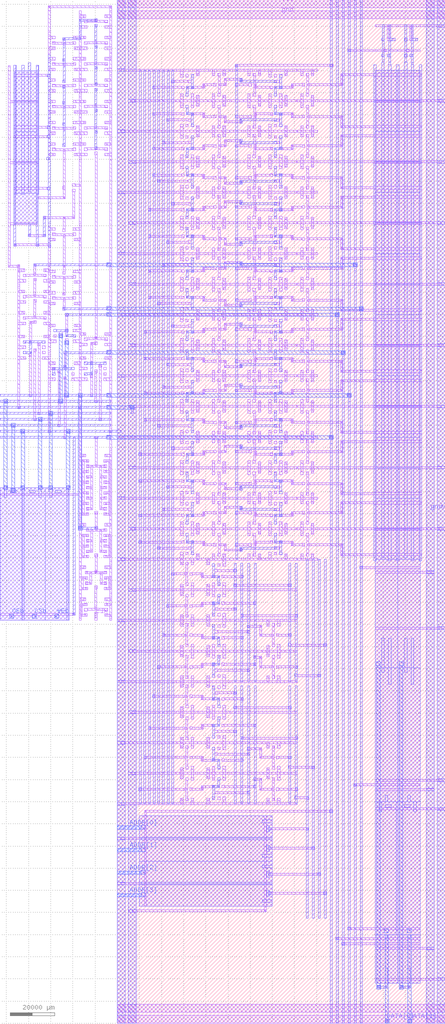
<source format=lef>
VERSION 5.4 ;
NAMESCASESENSITIVE ON ;
BUSBITCHARS "[]" ;
DIVIDERCHAR "/" ;
UNITS
  DATABASE MICRONS 1000 ;
END UNITS
SITE  MacroSite
   CLASS Core ;
   SIZE 148050.0 by 461850.0 ;
END  MacroSite
MACRO sram_2_16_1_scn3me_subm
   CLASS BLOCK ;
   SIZE 148050.0 BY 461850.0 ;
   SYMMETRY X Y R90 ;
   SITE MacroSite ;
   PIN DATA[0]
      DIRECTION INOUT ;
      PORT
         LAYER metal2 ;
         RECT  120900.0 0.0 121800.0 1800.0 ;
      END
   END DATA[0]
   PIN DATA[1]
      DIRECTION INOUT ;
      PORT
         LAYER metal2 ;
         RECT  131100.0 0.0 132000.0 1800.0 ;
      END
   END DATA[1]
   PIN ADDR[0]
      DIRECTION INPUT ;
      PORT
         LAYER metal3 ;
         RECT  0.0 87600.0 10800.0 89100.0 ;
      END
   END ADDR[0]
   PIN ADDR[1]
      DIRECTION INPUT ;
      PORT
         LAYER metal3 ;
         RECT  0.0 77400.0 10800.0 78900.0 ;
      END
   END ADDR[1]
   PIN ADDR[2]
      DIRECTION INPUT ;
      PORT
         LAYER metal3 ;
         RECT  0.0 67200.0 10800.0 68700.0 ;
      END
   END ADDR[2]
   PIN ADDR[3]
      DIRECTION INPUT ;
      PORT
         LAYER metal3 ;
         RECT  0.0 57000.0 10800.0 58500.0 ;
      END
   END ADDR[3]
   PIN CSb
      DIRECTION INPUT ;
      PORT
         LAYER metal3 ;
         RECT  -38400.0 182700.0 -36600.0 184500.0 ;
      END
   END CSb
   PIN WEb
      DIRECTION INPUT ;
      PORT
         LAYER metal3 ;
         RECT  -28200.0 182700.0 -26400.0 184500.0 ;
      END
   END WEb
   PIN OEb
      DIRECTION INPUT ;
      PORT
         LAYER metal3 ;
         RECT  -48600.0 182700.0 -46800.0 184500.0 ;
      END
   END OEb
   PIN clk
      DIRECTION INPUT ;
      PORT
         LAYER metal1 ;
         RECT  -10200.0 181800.0 -9000.0 185400.0 ;
      END
   END clk
   PIN vdd
      DIRECTION INOUT ;
      USE POWER ; 
      SHAPE ABUTMENT ; 
      PORT
         LAYER metal2 ;
         RECT  4950.0 0.0 8550.0 461850.0 ;
         LAYER metal2 ;
         RECT  144450.0 0.0 148050.0 461850.0 ;
         LAYER metal1 ;
         RECT  0.0 4950.0 148050.0 8550.0 ;
         LAYER metal1 ;
         RECT  0.0 458250.0 148050.0 461850.0 ;
      END
   END vdd
   PIN gnd
      DIRECTION INOUT ;
      USE GROUND ; 
      SHAPE ABUTMENT ; 
      PORT
         LAYER metal2 ;
         RECT  0.0 0.0 3600.0 461850.0 ;
         LAYER metal2 ;
         RECT  139500.0 0.0 143100.0 461850.0 ;
         LAYER metal1 ;
         RECT  0.0 0.0 148050.0 3600.0 ;
         LAYER metal1 ;
         RECT  0.0 453300.0 148050.0 456900.0 ;
      END
   END gnd
   OBS
   LAYER  metal1 ;
      RECT  48300.0 215550.0 49200.0 216450.0 ;
      RECT  48300.0 213150.0 49200.0 214050.0 ;
      RECT  46950.0 215550.0 48750.0 216450.0 ;
      RECT  48300.0 213600.0 49200.0 216000.0 ;
      RECT  48750.0 213150.0 50700.0 214050.0 ;
      RECT  100800.0 215550.0 101700.0 216450.0 ;
      RECT  100800.0 211050.0 101700.0 211950.0 ;
      RECT  86850.0 215550.0 101250.0 216450.0 ;
      RECT  100800.0 211500.0 101700.0 216000.0 ;
      RECT  101250.0 211050.0 115800.0 211950.0 ;
      RECT  48300.0 229950.0 49200.0 230850.0 ;
      RECT  48300.0 232350.0 49200.0 233250.0 ;
      RECT  46950.0 229950.0 48750.0 230850.0 ;
      RECT  48300.0 230400.0 49200.0 232800.0 ;
      RECT  48750.0 232350.0 50700.0 233250.0 ;
      RECT  100800.0 229950.0 101700.0 230850.0 ;
      RECT  100800.0 234450.0 101700.0 235350.0 ;
      RECT  86850.0 229950.0 101250.0 230850.0 ;
      RECT  100800.0 230400.0 101700.0 234900.0 ;
      RECT  101250.0 234450.0 115800.0 235350.0 ;
      RECT  48300.0 243150.0 49200.0 244050.0 ;
      RECT  48300.0 240750.0 49200.0 241650.0 ;
      RECT  46950.0 243150.0 48750.0 244050.0 ;
      RECT  48300.0 241200.0 49200.0 243600.0 ;
      RECT  48750.0 240750.0 50700.0 241650.0 ;
      RECT  100800.0 243150.0 101700.0 244050.0 ;
      RECT  100800.0 238650.0 101700.0 239550.0 ;
      RECT  86850.0 243150.0 101250.0 244050.0 ;
      RECT  100800.0 239100.0 101700.0 243600.0 ;
      RECT  101250.0 238650.0 115800.0 239550.0 ;
      RECT  48300.0 257550.0 49200.0 258450.0 ;
      RECT  48300.0 259950.0 49200.0 260850.0 ;
      RECT  46950.0 257550.0 48750.0 258450.0 ;
      RECT  48300.0 258000.0 49200.0 260400.0 ;
      RECT  48750.0 259950.0 50700.0 260850.0 ;
      RECT  100800.0 257550.0 101700.0 258450.0 ;
      RECT  100800.0 262050.0 101700.0 262950.0 ;
      RECT  86850.0 257550.0 101250.0 258450.0 ;
      RECT  100800.0 258000.0 101700.0 262500.0 ;
      RECT  101250.0 262050.0 115800.0 262950.0 ;
      RECT  48300.0 270750.0 49200.0 271650.0 ;
      RECT  48300.0 268350.0 49200.0 269250.0 ;
      RECT  46950.0 270750.0 48750.0 271650.0 ;
      RECT  48300.0 268800.0 49200.0 271200.0 ;
      RECT  48750.0 268350.0 50700.0 269250.0 ;
      RECT  100800.0 270750.0 101700.0 271650.0 ;
      RECT  100800.0 266250.0 101700.0 267150.0 ;
      RECT  86850.0 270750.0 101250.0 271650.0 ;
      RECT  100800.0 266700.0 101700.0 271200.0 ;
      RECT  101250.0 266250.0 115800.0 267150.0 ;
      RECT  48300.0 285150.0 49200.0 286050.0 ;
      RECT  48300.0 287550.0 49200.0 288450.0 ;
      RECT  46950.0 285150.0 48750.0 286050.0 ;
      RECT  48300.0 285600.0 49200.0 288000.0 ;
      RECT  48750.0 287550.0 50700.0 288450.0 ;
      RECT  100800.0 285150.0 101700.0 286050.0 ;
      RECT  100800.0 289650.0 101700.0 290550.0 ;
      RECT  86850.0 285150.0 101250.0 286050.0 ;
      RECT  100800.0 285600.0 101700.0 290100.0 ;
      RECT  101250.0 289650.0 115800.0 290550.0 ;
      RECT  48300.0 298350.0 49200.0 299250.0 ;
      RECT  48300.0 295950.0 49200.0 296850.0 ;
      RECT  46950.0 298350.0 48750.0 299250.0 ;
      RECT  48300.0 296400.0 49200.0 298800.0 ;
      RECT  48750.0 295950.0 50700.0 296850.0 ;
      RECT  100800.0 298350.0 101700.0 299250.0 ;
      RECT  100800.0 293850.0 101700.0 294750.0 ;
      RECT  86850.0 298350.0 101250.0 299250.0 ;
      RECT  100800.0 294300.0 101700.0 298800.0 ;
      RECT  101250.0 293850.0 115800.0 294750.0 ;
      RECT  48300.0 312750.0 49200.0 313650.0 ;
      RECT  48300.0 315150.0 49200.0 316050.0 ;
      RECT  46950.0 312750.0 48750.0 313650.0 ;
      RECT  48300.0 313200.0 49200.0 315600.0 ;
      RECT  48750.0 315150.0 50700.0 316050.0 ;
      RECT  100800.0 312750.0 101700.0 313650.0 ;
      RECT  100800.0 317250.0 101700.0 318150.0 ;
      RECT  86850.0 312750.0 101250.0 313650.0 ;
      RECT  100800.0 313200.0 101700.0 317700.0 ;
      RECT  101250.0 317250.0 115800.0 318150.0 ;
      RECT  48300.0 325950.0 49200.0 326850.0 ;
      RECT  48300.0 323550.0 49200.0 324450.0 ;
      RECT  46950.0 325950.0 48750.0 326850.0 ;
      RECT  48300.0 324000.0 49200.0 326400.0 ;
      RECT  48750.0 323550.0 50700.0 324450.0 ;
      RECT  100800.0 325950.0 101700.0 326850.0 ;
      RECT  100800.0 321450.0 101700.0 322350.0 ;
      RECT  86850.0 325950.0 101250.0 326850.0 ;
      RECT  100800.0 321900.0 101700.0 326400.0 ;
      RECT  101250.0 321450.0 115800.0 322350.0 ;
      RECT  48300.0 340350.0 49200.0 341250.0 ;
      RECT  48300.0 342750.0 49200.0 343650.0 ;
      RECT  46950.0 340350.0 48750.0 341250.0 ;
      RECT  48300.0 340800.0 49200.0 343200.0 ;
      RECT  48750.0 342750.0 50700.0 343650.0 ;
      RECT  100800.0 340350.0 101700.0 341250.0 ;
      RECT  100800.0 344850.0 101700.0 345750.0 ;
      RECT  86850.0 340350.0 101250.0 341250.0 ;
      RECT  100800.0 340800.0 101700.0 345300.0 ;
      RECT  101250.0 344850.0 115800.0 345750.0 ;
      RECT  48300.0 353550.0 49200.0 354450.0 ;
      RECT  48300.0 351150.0 49200.0 352050.0 ;
      RECT  46950.0 353550.0 48750.0 354450.0 ;
      RECT  48300.0 351600.0 49200.0 354000.0 ;
      RECT  48750.0 351150.0 50700.0 352050.0 ;
      RECT  100800.0 353550.0 101700.0 354450.0 ;
      RECT  100800.0 349050.0 101700.0 349950.0 ;
      RECT  86850.0 353550.0 101250.0 354450.0 ;
      RECT  100800.0 349500.0 101700.0 354000.0 ;
      RECT  101250.0 349050.0 115800.0 349950.0 ;
      RECT  48300.0 367950.0 49200.0 368850.0 ;
      RECT  48300.0 370350.0 49200.0 371250.0 ;
      RECT  46950.0 367950.0 48750.0 368850.0 ;
      RECT  48300.0 368400.0 49200.0 370800.0 ;
      RECT  48750.0 370350.0 50700.0 371250.0 ;
      RECT  100800.0 367950.0 101700.0 368850.0 ;
      RECT  100800.0 372450.0 101700.0 373350.0 ;
      RECT  86850.0 367950.0 101250.0 368850.0 ;
      RECT  100800.0 368400.0 101700.0 372900.0 ;
      RECT  101250.0 372450.0 115800.0 373350.0 ;
      RECT  48300.0 381150.0 49200.0 382050.0 ;
      RECT  48300.0 378750.0 49200.0 379650.0 ;
      RECT  46950.0 381150.0 48750.0 382050.0 ;
      RECT  48300.0 379200.0 49200.0 381600.0 ;
      RECT  48750.0 378750.0 50700.0 379650.0 ;
      RECT  100800.0 381150.0 101700.0 382050.0 ;
      RECT  100800.0 376650.0 101700.0 377550.0 ;
      RECT  86850.0 381150.0 101250.0 382050.0 ;
      RECT  100800.0 377100.0 101700.0 381600.0 ;
      RECT  101250.0 376650.0 115800.0 377550.0 ;
      RECT  48300.0 395550.0 49200.0 396450.0 ;
      RECT  48300.0 397950.0 49200.0 398850.0 ;
      RECT  46950.0 395550.0 48750.0 396450.0 ;
      RECT  48300.0 396000.0 49200.0 398400.0 ;
      RECT  48750.0 397950.0 50700.0 398850.0 ;
      RECT  100800.0 395550.0 101700.0 396450.0 ;
      RECT  100800.0 400050.0 101700.0 400950.0 ;
      RECT  86850.0 395550.0 101250.0 396450.0 ;
      RECT  100800.0 396000.0 101700.0 400500.0 ;
      RECT  101250.0 400050.0 115800.0 400950.0 ;
      RECT  48300.0 408750.0 49200.0 409650.0 ;
      RECT  48300.0 406350.0 49200.0 407250.0 ;
      RECT  46950.0 408750.0 48750.0 409650.0 ;
      RECT  48300.0 406800.0 49200.0 409200.0 ;
      RECT  48750.0 406350.0 50700.0 407250.0 ;
      RECT  100800.0 408750.0 101700.0 409650.0 ;
      RECT  100800.0 404250.0 101700.0 405150.0 ;
      RECT  86850.0 408750.0 101250.0 409650.0 ;
      RECT  100800.0 404700.0 101700.0 409200.0 ;
      RECT  101250.0 404250.0 115800.0 405150.0 ;
      RECT  48300.0 423150.0 49200.0 424050.0 ;
      RECT  48300.0 425550.0 49200.0 426450.0 ;
      RECT  46950.0 423150.0 48750.0 424050.0 ;
      RECT  48300.0 423600.0 49200.0 426000.0 ;
      RECT  48750.0 425550.0 50700.0 426450.0 ;
      RECT  100800.0 423150.0 101700.0 424050.0 ;
      RECT  100800.0 427650.0 101700.0 428550.0 ;
      RECT  86850.0 423150.0 101250.0 424050.0 ;
      RECT  100800.0 423600.0 101700.0 428100.0 ;
      RECT  101250.0 427650.0 115800.0 428550.0 ;
      RECT  81300.0 101250.0 85800.0 102150.0 ;
      RECT  78300.0 115050.0 88500.0 115950.0 ;
      RECT  81300.0 156450.0 91200.0 157350.0 ;
      RECT  78300.0 170250.0 93900.0 171150.0 ;
      RECT  1800.0 98550.0 81300.0 99450.0 ;
      RECT  1800.0 126150.0 81300.0 127050.0 ;
      RECT  1800.0 153750.0 81300.0 154650.0 ;
      RECT  1800.0 181350.0 81300.0 182250.0 ;
      RECT  6750.0 112350.0 81300.0 113250.0 ;
      RECT  6750.0 139950.0 81300.0 140850.0 ;
      RECT  6750.0 167550.0 81300.0 168450.0 ;
      RECT  6750.0 195150.0 81300.0 196050.0 ;
      RECT  68700.0 87300.0 85800.0 88200.0 ;
      RECT  68700.0 78600.0 88500.0 79500.0 ;
      RECT  68700.0 66900.0 91200.0 67800.0 ;
      RECT  68700.0 58200.0 93900.0 59100.0 ;
      RECT  1800.0 82950.0 9900.0 83850.0 ;
      RECT  1800.0 62550.0 9900.0 63450.0 ;
      RECT  66300.0 50250.0 67200.0 51150.0 ;
      RECT  66300.0 50700.0 67200.0 52800.0 ;
      RECT  6750.0 50250.0 66750.0 51150.0 ;
      RECT  104700.0 42300.0 116400.0 43200.0 ;
      RECT  99300.0 37800.0 116400.0 38700.0 ;
      RECT  102000.0 35400.0 116400.0 36300.0 ;
      RECT  104700.0 438600.0 116400.0 439500.0 ;
      RECT  107400.0 107100.0 116400.0 108000.0 ;
      RECT  110100.0 205200.0 116400.0 206100.0 ;
      RECT  12300.0 95250.0 13200.0 96150.0 ;
      RECT  12300.0 93600.0 13200.0 95700.0 ;
      RECT  12750.0 95250.0 96600.0 96150.0 ;
      RECT  53850.0 431850.0 97500.0 432750.0 ;
      RECT  116400.0 449700.0 146250.0 450600.0 ;
      RECT  116400.0 177900.0 146250.0 178800.0 ;
      RECT  116400.0 109200.0 146250.0 110100.0 ;
      RECT  116400.0 96300.0 146250.0 97200.0 ;
      RECT  116400.0 19500.0 146250.0 20400.0 ;
      RECT  6750.0 222750.0 146250.0 223650.0 ;
      RECT  6750.0 250350.0 146250.0 251250.0 ;
      RECT  6750.0 277950.0 146250.0 278850.0 ;
      RECT  6750.0 305550.0 146250.0 306450.0 ;
      RECT  6750.0 333150.0 146250.0 334050.0 ;
      RECT  6750.0 360750.0 146250.0 361650.0 ;
      RECT  6750.0 388350.0 146250.0 389250.0 ;
      RECT  6750.0 415950.0 146250.0 416850.0 ;
      RECT  116400.0 33300.0 143100.0 34200.0 ;
      RECT  116400.0 203100.0 143100.0 204000.0 ;
      RECT  116400.0 105000.0 143100.0 105900.0 ;
      RECT  1800.0 208950.0 57000.0 209850.0 ;
      RECT  1800.0 236550.0 57000.0 237450.0 ;
      RECT  1800.0 264150.0 57000.0 265050.0 ;
      RECT  1800.0 291750.0 57000.0 292650.0 ;
      RECT  1800.0 319350.0 57000.0 320250.0 ;
      RECT  1800.0 346950.0 57000.0 347850.0 ;
      RECT  1800.0 374550.0 57000.0 375450.0 ;
      RECT  1800.0 402150.0 57000.0 403050.0 ;
      RECT  1800.0 429750.0 57000.0 430650.0 ;
      RECT  116400.0 209400.0 126600.0 223200.0 ;
      RECT  116400.0 237000.0 126600.0 223200.0 ;
      RECT  116400.0 237000.0 126600.0 250800.0 ;
      RECT  116400.0 264600.0 126600.0 250800.0 ;
      RECT  116400.0 264600.0 126600.0 278400.0 ;
      RECT  116400.0 292200.0 126600.0 278400.0 ;
      RECT  116400.0 292200.0 126600.0 306000.0 ;
      RECT  116400.0 319800.0 126600.0 306000.0 ;
      RECT  116400.0 319800.0 126600.0 333600.0 ;
      RECT  116400.0 347400.0 126600.0 333600.0 ;
      RECT  116400.0 347400.0 126600.0 361200.0 ;
      RECT  116400.0 375000.0 126600.0 361200.0 ;
      RECT  116400.0 375000.0 126600.0 388800.0 ;
      RECT  116400.0 402600.0 126600.0 388800.0 ;
      RECT  116400.0 402600.0 126600.0 416400.0 ;
      RECT  116400.0 430200.0 126600.0 416400.0 ;
      RECT  126600.0 209400.0 136800.0 223200.0 ;
      RECT  126600.0 237000.0 136800.0 223200.0 ;
      RECT  126600.0 237000.0 136800.0 250800.0 ;
      RECT  126600.0 264600.0 136800.0 250800.0 ;
      RECT  126600.0 264600.0 136800.0 278400.0 ;
      RECT  126600.0 292200.0 136800.0 278400.0 ;
      RECT  126600.0 292200.0 136800.0 306000.0 ;
      RECT  126600.0 319800.0 136800.0 306000.0 ;
      RECT  126600.0 319800.0 136800.0 333600.0 ;
      RECT  126600.0 347400.0 136800.0 333600.0 ;
      RECT  126600.0 347400.0 136800.0 361200.0 ;
      RECT  126600.0 375000.0 136800.0 361200.0 ;
      RECT  126600.0 375000.0 136800.0 388800.0 ;
      RECT  126600.0 402600.0 136800.0 388800.0 ;
      RECT  126600.0 402600.0 136800.0 416400.0 ;
      RECT  126600.0 430200.0 136800.0 416400.0 ;
      RECT  115800.0 210900.0 137400.0 212100.0 ;
      RECT  115800.0 234300.0 137400.0 235500.0 ;
      RECT  115800.0 238500.0 137400.0 239700.0 ;
      RECT  115800.0 261900.0 137400.0 263100.0 ;
      RECT  115800.0 266100.0 137400.0 267300.0 ;
      RECT  115800.0 289500.0 137400.0 290700.0 ;
      RECT  115800.0 293700.0 137400.0 294900.0 ;
      RECT  115800.0 317100.0 137400.0 318300.0 ;
      RECT  115800.0 321300.0 137400.0 322500.0 ;
      RECT  115800.0 344700.0 137400.0 345900.0 ;
      RECT  115800.0 348900.0 137400.0 350100.0 ;
      RECT  115800.0 372300.0 137400.0 373500.0 ;
      RECT  115800.0 376500.0 137400.0 377700.0 ;
      RECT  115800.0 399900.0 137400.0 401100.0 ;
      RECT  115800.0 404100.0 137400.0 405300.0 ;
      RECT  115800.0 427500.0 137400.0 428700.0 ;
      RECT  115800.0 222600.0 137400.0 223500.0 ;
      RECT  115800.0 250200.0 137400.0 251100.0 ;
      RECT  115800.0 277800.0 137400.0 278700.0 ;
      RECT  115800.0 305400.0 137400.0 306300.0 ;
      RECT  115800.0 333000.0 137400.0 333900.0 ;
      RECT  115800.0 360600.0 137400.0 361500.0 ;
      RECT  115800.0 388200.0 137400.0 389100.0 ;
      RECT  115800.0 415800.0 137400.0 416700.0 ;
      RECT  121800.0 443400.0 123000.0 450600.0 ;
      RECT  119400.0 436200.0 120600.0 437400.0 ;
      RECT  121800.0 436200.0 123000.0 437400.0 ;
      RECT  121800.0 436200.0 123000.0 437400.0 ;
      RECT  119400.0 436200.0 120600.0 437400.0 ;
      RECT  119400.0 443400.0 120600.0 444600.0 ;
      RECT  121800.0 443400.0 123000.0 444600.0 ;
      RECT  121800.0 443400.0 123000.0 444600.0 ;
      RECT  119400.0 443400.0 120600.0 444600.0 ;
      RECT  121800.0 443400.0 123000.0 444600.0 ;
      RECT  124200.0 443400.0 125400.0 444600.0 ;
      RECT  124200.0 443400.0 125400.0 444600.0 ;
      RECT  121800.0 443400.0 123000.0 444600.0 ;
      RECT  121500.0 438450.0 120300.0 439650.0 ;
      RECT  121800.0 448800.0 123000.0 450000.0 ;
      RECT  119400.0 436200.0 120600.0 437400.0 ;
      RECT  121800.0 436200.0 123000.0 437400.0 ;
      RECT  119400.0 443400.0 120600.0 444600.0 ;
      RECT  124200.0 443400.0 125400.0 444600.0 ;
      RECT  116400.0 438600.0 126600.0 439500.0 ;
      RECT  116400.0 449700.0 126600.0 450600.0 ;
      RECT  132000.0 443400.0 133200.0 450600.0 ;
      RECT  129600.0 436200.0 130800.0 437400.0 ;
      RECT  132000.0 436200.0 133200.0 437400.0 ;
      RECT  132000.0 436200.0 133200.0 437400.0 ;
      RECT  129600.0 436200.0 130800.0 437400.0 ;
      RECT  129600.0 443400.0 130800.0 444600.0 ;
      RECT  132000.0 443400.0 133200.0 444600.0 ;
      RECT  132000.0 443400.0 133200.0 444600.0 ;
      RECT  129600.0 443400.0 130800.0 444600.0 ;
      RECT  132000.0 443400.0 133200.0 444600.0 ;
      RECT  134400.0 443400.0 135600.0 444600.0 ;
      RECT  134400.0 443400.0 135600.0 444600.0 ;
      RECT  132000.0 443400.0 133200.0 444600.0 ;
      RECT  131700.0 438450.0 130500.0 439650.0 ;
      RECT  132000.0 448800.0 133200.0 450000.0 ;
      RECT  129600.0 436200.0 130800.0 437400.0 ;
      RECT  132000.0 436200.0 133200.0 437400.0 ;
      RECT  129600.0 443400.0 130800.0 444600.0 ;
      RECT  134400.0 443400.0 135600.0 444600.0 ;
      RECT  126600.0 438600.0 136800.0 439500.0 ;
      RECT  126600.0 449700.0 136800.0 450600.0 ;
      RECT  116400.0 438600.0 136800.0 439500.0 ;
      RECT  116400.0 449700.0 136800.0 450600.0 ;
      RECT  116400.0 160500.0 126600.0 209400.0 ;
      RECT  126600.0 160500.0 136800.0 209400.0 ;
      RECT  116400.0 205200.0 136800.0 206100.0 ;
      RECT  116400.0 177900.0 136800.0 178800.0 ;
      RECT  116400.0 203100.0 136800.0 204000.0 ;
      RECT  116400.0 99900.0 126600.0 160500.0 ;
      RECT  126600.0 99900.0 136800.0 160500.0 ;
      RECT  116400.0 107100.0 136800.0 108000.0 ;
      RECT  116400.0 109200.0 136800.0 110100.0 ;
      RECT  116400.0 105000.0 136800.0 105900.0 ;
      RECT  116400.0 39900.0 126600.0 99900.0 ;
      RECT  136800.0 39900.0 126600.0 99900.0 ;
      RECT  116400.0 42300.0 136800.0 43200.0 ;
      RECT  116400.0 96300.0 136800.0 97200.0 ;
      RECT  116400.0 39900.0 126600.0 18000.0 ;
      RECT  126600.0 39900.0 136800.0 18000.0 ;
      RECT  116400.0 36300.0 136800.0 35400.0 ;
      RECT  116400.0 38700.0 136800.0 37800.0 ;
      RECT  116400.0 20400.0 136800.0 19500.0 ;
      RECT  116400.0 34200.0 136800.0 33300.0 ;
      RECT  38550.0 216750.0 39450.0 217650.0 ;
      RECT  38550.0 215550.0 39450.0 216450.0 ;
      RECT  34500.0 216750.0 39000.0 217650.0 ;
      RECT  38550.0 216000.0 39450.0 217200.0 ;
      RECT  39000.0 215550.0 43500.0 216450.0 ;
      RECT  38550.0 228750.0 39450.0 229650.0 ;
      RECT  38550.0 229950.0 39450.0 230850.0 ;
      RECT  34500.0 228750.0 39000.0 229650.0 ;
      RECT  38550.0 229200.0 39450.0 230400.0 ;
      RECT  39000.0 229950.0 43500.0 230850.0 ;
      RECT  38550.0 244350.0 39450.0 245250.0 ;
      RECT  38550.0 243150.0 39450.0 244050.0 ;
      RECT  34500.0 244350.0 39000.0 245250.0 ;
      RECT  38550.0 243600.0 39450.0 244800.0 ;
      RECT  39000.0 243150.0 43500.0 244050.0 ;
      RECT  38550.0 256350.0 39450.0 257250.0 ;
      RECT  38550.0 257550.0 39450.0 258450.0 ;
      RECT  34500.0 256350.0 39000.0 257250.0 ;
      RECT  38550.0 256800.0 39450.0 258000.0 ;
      RECT  39000.0 257550.0 43500.0 258450.0 ;
      RECT  38550.0 271950.0 39450.0 272850.0 ;
      RECT  38550.0 270750.0 39450.0 271650.0 ;
      RECT  34500.0 271950.0 39000.0 272850.0 ;
      RECT  38550.0 271200.0 39450.0 272400.0 ;
      RECT  39000.0 270750.0 43500.0 271650.0 ;
      RECT  38550.0 283950.0 39450.0 284850.0 ;
      RECT  38550.0 285150.0 39450.0 286050.0 ;
      RECT  34500.0 283950.0 39000.0 284850.0 ;
      RECT  38550.0 284400.0 39450.0 285600.0 ;
      RECT  39000.0 285150.0 43500.0 286050.0 ;
      RECT  38550.0 299550.0 39450.0 300450.0 ;
      RECT  38550.0 298350.0 39450.0 299250.0 ;
      RECT  34500.0 299550.0 39000.0 300450.0 ;
      RECT  38550.0 298800.0 39450.0 300000.0 ;
      RECT  39000.0 298350.0 43500.0 299250.0 ;
      RECT  38550.0 311550.0 39450.0 312450.0 ;
      RECT  38550.0 312750.0 39450.0 313650.0 ;
      RECT  34500.0 311550.0 39000.0 312450.0 ;
      RECT  38550.0 312000.0 39450.0 313200.0 ;
      RECT  39000.0 312750.0 43500.0 313650.0 ;
      RECT  38550.0 327150.0 39450.0 328050.0 ;
      RECT  38550.0 325950.0 39450.0 326850.0 ;
      RECT  34500.0 327150.0 39000.0 328050.0 ;
      RECT  38550.0 326400.0 39450.0 327600.0 ;
      RECT  39000.0 325950.0 43500.0 326850.0 ;
      RECT  38550.0 339150.0 39450.0 340050.0 ;
      RECT  38550.0 340350.0 39450.0 341250.0 ;
      RECT  34500.0 339150.0 39000.0 340050.0 ;
      RECT  38550.0 339600.0 39450.0 340800.0 ;
      RECT  39000.0 340350.0 43500.0 341250.0 ;
      RECT  38550.0 354750.0 39450.0 355650.0 ;
      RECT  38550.0 353550.0 39450.0 354450.0 ;
      RECT  34500.0 354750.0 39000.0 355650.0 ;
      RECT  38550.0 354000.0 39450.0 355200.0 ;
      RECT  39000.0 353550.0 43500.0 354450.0 ;
      RECT  38550.0 366750.0 39450.0 367650.0 ;
      RECT  38550.0 367950.0 39450.0 368850.0 ;
      RECT  34500.0 366750.0 39000.0 367650.0 ;
      RECT  38550.0 367200.0 39450.0 368400.0 ;
      RECT  39000.0 367950.0 43500.0 368850.0 ;
      RECT  38550.0 382350.0 39450.0 383250.0 ;
      RECT  38550.0 381150.0 39450.0 382050.0 ;
      RECT  34500.0 382350.0 39000.0 383250.0 ;
      RECT  38550.0 381600.0 39450.0 382800.0 ;
      RECT  39000.0 381150.0 43500.0 382050.0 ;
      RECT  38550.0 394350.0 39450.0 395250.0 ;
      RECT  38550.0 395550.0 39450.0 396450.0 ;
      RECT  34500.0 394350.0 39000.0 395250.0 ;
      RECT  38550.0 394800.0 39450.0 396000.0 ;
      RECT  39000.0 395550.0 43500.0 396450.0 ;
      RECT  38550.0 409950.0 39450.0 410850.0 ;
      RECT  38550.0 408750.0 39450.0 409650.0 ;
      RECT  34500.0 409950.0 39000.0 410850.0 ;
      RECT  38550.0 409200.0 39450.0 410400.0 ;
      RECT  39000.0 408750.0 43500.0 409650.0 ;
      RECT  38550.0 421950.0 39450.0 422850.0 ;
      RECT  38550.0 423150.0 39450.0 424050.0 ;
      RECT  34500.0 421950.0 39000.0 422850.0 ;
      RECT  38550.0 422400.0 39450.0 423600.0 ;
      RECT  39000.0 423150.0 43500.0 424050.0 ;
      RECT  10350.0 105150.0 26700.0 106050.0 ;
      RECT  12450.0 119550.0 26700.0 120450.0 ;
      RECT  14550.0 132750.0 26700.0 133650.0 ;
      RECT  16650.0 147150.0 26700.0 148050.0 ;
      RECT  18750.0 160350.0 26700.0 161250.0 ;
      RECT  20850.0 174750.0 26700.0 175650.0 ;
      RECT  22950.0 187950.0 26700.0 188850.0 ;
      RECT  25050.0 202350.0 26700.0 203250.0 ;
      RECT  10350.0 216750.0 29100.0 217650.0 ;
      RECT  18750.0 214050.0 32100.0 214950.0 ;
      RECT  10350.0 228750.0 29100.0 229650.0 ;
      RECT  20850.0 231450.0 32100.0 232350.0 ;
      RECT  10350.0 244350.0 29100.0 245250.0 ;
      RECT  22950.0 241650.0 32100.0 242550.0 ;
      RECT  10350.0 256350.0 29100.0 257250.0 ;
      RECT  25050.0 259050.0 32100.0 259950.0 ;
      RECT  12450.0 271950.0 29100.0 272850.0 ;
      RECT  18750.0 269250.0 32100.0 270150.0 ;
      RECT  12450.0 283950.0 29100.0 284850.0 ;
      RECT  20850.0 286650.0 32100.0 287550.0 ;
      RECT  12450.0 299550.0 29100.0 300450.0 ;
      RECT  22950.0 296850.0 32100.0 297750.0 ;
      RECT  12450.0 311550.0 29100.0 312450.0 ;
      RECT  25050.0 314250.0 32100.0 315150.0 ;
      RECT  14550.0 327150.0 29100.0 328050.0 ;
      RECT  18750.0 324450.0 32100.0 325350.0 ;
      RECT  14550.0 339150.0 29100.0 340050.0 ;
      RECT  20850.0 341850.0 32100.0 342750.0 ;
      RECT  14550.0 354750.0 29100.0 355650.0 ;
      RECT  22950.0 352050.0 32100.0 352950.0 ;
      RECT  14550.0 366750.0 29100.0 367650.0 ;
      RECT  25050.0 369450.0 32100.0 370350.0 ;
      RECT  16650.0 382350.0 29100.0 383250.0 ;
      RECT  18750.0 379650.0 32100.0 380550.0 ;
      RECT  16650.0 394350.0 29100.0 395250.0 ;
      RECT  20850.0 397050.0 32100.0 397950.0 ;
      RECT  16650.0 409950.0 29100.0 410850.0 ;
      RECT  22950.0 407250.0 32100.0 408150.0 ;
      RECT  16650.0 421950.0 29100.0 422850.0 ;
      RECT  25050.0 424650.0 32100.0 425550.0 ;
      RECT  65250.0 105150.0 64350.0 106050.0 ;
      RECT  65250.0 109650.0 64350.0 110550.0 ;
      RECT  69450.0 105150.0 64800.0 106050.0 ;
      RECT  65250.0 105600.0 64350.0 110100.0 ;
      RECT  64800.0 109650.0 62250.0 110550.0 ;
      RECT  80850.0 105150.0 72900.0 106050.0 ;
      RECT  65250.0 119550.0 64350.0 120450.0 ;
      RECT  65250.0 123450.0 64350.0 124350.0 ;
      RECT  69450.0 119550.0 64800.0 120450.0 ;
      RECT  65250.0 120000.0 64350.0 123900.0 ;
      RECT  64800.0 123450.0 59250.0 124350.0 ;
      RECT  77850.0 119550.0 72900.0 120450.0 ;
      RECT  80850.0 128250.0 56250.0 129150.0 ;
      RECT  77850.0 142050.0 53250.0 142950.0 ;
      RECT  62250.0 106350.0 48300.0 107250.0 ;
      RECT  59250.0 103650.0 45300.0 104550.0 ;
      RECT  56250.0 118350.0 48300.0 119250.0 ;
      RECT  59250.0 121050.0 45300.0 121950.0 ;
      RECT  62250.0 133950.0 48300.0 134850.0 ;
      RECT  53250.0 131250.0 45300.0 132150.0 ;
      RECT  56250.0 145950.0 48300.0 146850.0 ;
      RECT  53250.0 148650.0 45300.0 149550.0 ;
      RECT  38850.0 106350.0 37950.0 107250.0 ;
      RECT  38850.0 105150.0 37950.0 106050.0 ;
      RECT  42900.0 106350.0 38400.0 107250.0 ;
      RECT  38850.0 105600.0 37950.0 106800.0 ;
      RECT  38400.0 105150.0 33900.0 106050.0 ;
      RECT  38850.0 118350.0 37950.0 119250.0 ;
      RECT  38850.0 119550.0 37950.0 120450.0 ;
      RECT  42900.0 118350.0 38400.0 119250.0 ;
      RECT  38850.0 118800.0 37950.0 120000.0 ;
      RECT  38400.0 119550.0 33900.0 120450.0 ;
      RECT  38850.0 133950.0 37950.0 134850.0 ;
      RECT  38850.0 132750.0 37950.0 133650.0 ;
      RECT  42900.0 133950.0 38400.0 134850.0 ;
      RECT  38850.0 133200.0 37950.0 134400.0 ;
      RECT  38400.0 132750.0 33900.0 133650.0 ;
      RECT  38850.0 145950.0 37950.0 146850.0 ;
      RECT  38850.0 147150.0 37950.0 148050.0 ;
      RECT  42900.0 145950.0 38400.0 146850.0 ;
      RECT  38850.0 146400.0 37950.0 147600.0 ;
      RECT  38400.0 147150.0 33900.0 148050.0 ;
      RECT  68700.0 110850.0 67500.0 112800.0 ;
      RECT  68700.0 99000.0 67500.0 100950.0 ;
      RECT  73500.0 100350.0 72300.0 98550.0 ;
      RECT  73500.0 109650.0 72300.0 113250.0 ;
      RECT  70800.0 100350.0 69900.0 109650.0 ;
      RECT  73500.0 109650.0 72300.0 110850.0 ;
      RECT  71100.0 109650.0 69900.0 110850.0 ;
      RECT  71100.0 109650.0 69900.0 110850.0 ;
      RECT  73500.0 109650.0 72300.0 110850.0 ;
      RECT  73500.0 100350.0 72300.0 101550.0 ;
      RECT  71100.0 100350.0 69900.0 101550.0 ;
      RECT  71100.0 100350.0 69900.0 101550.0 ;
      RECT  73500.0 100350.0 72300.0 101550.0 ;
      RECT  68700.0 110250.0 67500.0 111450.0 ;
      RECT  68700.0 100350.0 67500.0 101550.0 ;
      RECT  72900.0 105000.0 71700.0 106200.0 ;
      RECT  72900.0 105000.0 71700.0 106200.0 ;
      RECT  70350.0 105150.0 69450.0 106050.0 ;
      RECT  75300.0 112350.0 65700.0 113250.0 ;
      RECT  75300.0 98550.0 65700.0 99450.0 ;
      RECT  68700.0 114750.0 67500.0 112800.0 ;
      RECT  68700.0 126600.0 67500.0 124650.0 ;
      RECT  73500.0 125250.0 72300.0 127050.0 ;
      RECT  73500.0 115950.0 72300.0 112350.0 ;
      RECT  70800.0 125250.0 69900.0 115950.0 ;
      RECT  73500.0 115950.0 72300.0 114750.0 ;
      RECT  71100.0 115950.0 69900.0 114750.0 ;
      RECT  71100.0 115950.0 69900.0 114750.0 ;
      RECT  73500.0 115950.0 72300.0 114750.0 ;
      RECT  73500.0 125250.0 72300.0 124050.0 ;
      RECT  71100.0 125250.0 69900.0 124050.0 ;
      RECT  71100.0 125250.0 69900.0 124050.0 ;
      RECT  73500.0 125250.0 72300.0 124050.0 ;
      RECT  68700.0 115350.0 67500.0 114150.0 ;
      RECT  68700.0 125250.0 67500.0 124050.0 ;
      RECT  72900.0 120600.0 71700.0 119400.0 ;
      RECT  72900.0 120600.0 71700.0 119400.0 ;
      RECT  70350.0 120450.0 69450.0 119550.0 ;
      RECT  75300.0 113250.0 65700.0 112350.0 ;
      RECT  75300.0 127050.0 65700.0 126150.0 ;
      RECT  29700.0 110850.0 28500.0 112800.0 ;
      RECT  29700.0 99000.0 28500.0 100950.0 ;
      RECT  34500.0 100350.0 33300.0 98550.0 ;
      RECT  34500.0 109650.0 33300.0 113250.0 ;
      RECT  31800.0 100350.0 30900.0 109650.0 ;
      RECT  34500.0 109650.0 33300.0 110850.0 ;
      RECT  32100.0 109650.0 30900.0 110850.0 ;
      RECT  32100.0 109650.0 30900.0 110850.0 ;
      RECT  34500.0 109650.0 33300.0 110850.0 ;
      RECT  34500.0 100350.0 33300.0 101550.0 ;
      RECT  32100.0 100350.0 30900.0 101550.0 ;
      RECT  32100.0 100350.0 30900.0 101550.0 ;
      RECT  34500.0 100350.0 33300.0 101550.0 ;
      RECT  29700.0 110250.0 28500.0 111450.0 ;
      RECT  29700.0 100350.0 28500.0 101550.0 ;
      RECT  33900.0 105000.0 32700.0 106200.0 ;
      RECT  33900.0 105000.0 32700.0 106200.0 ;
      RECT  31350.0 105150.0 30450.0 106050.0 ;
      RECT  36300.0 112350.0 26700.0 113250.0 ;
      RECT  36300.0 98550.0 26700.0 99450.0 ;
      RECT  29700.0 114750.0 28500.0 112800.0 ;
      RECT  29700.0 126600.0 28500.0 124650.0 ;
      RECT  34500.0 125250.0 33300.0 127050.0 ;
      RECT  34500.0 115950.0 33300.0 112350.0 ;
      RECT  31800.0 125250.0 30900.0 115950.0 ;
      RECT  34500.0 115950.0 33300.0 114750.0 ;
      RECT  32100.0 115950.0 30900.0 114750.0 ;
      RECT  32100.0 115950.0 30900.0 114750.0 ;
      RECT  34500.0 115950.0 33300.0 114750.0 ;
      RECT  34500.0 125250.0 33300.0 124050.0 ;
      RECT  32100.0 125250.0 30900.0 124050.0 ;
      RECT  32100.0 125250.0 30900.0 124050.0 ;
      RECT  34500.0 125250.0 33300.0 124050.0 ;
      RECT  29700.0 115350.0 28500.0 114150.0 ;
      RECT  29700.0 125250.0 28500.0 124050.0 ;
      RECT  33900.0 120600.0 32700.0 119400.0 ;
      RECT  33900.0 120600.0 32700.0 119400.0 ;
      RECT  31350.0 120450.0 30450.0 119550.0 ;
      RECT  36300.0 113250.0 26700.0 112350.0 ;
      RECT  36300.0 127050.0 26700.0 126150.0 ;
      RECT  29700.0 138450.0 28500.0 140400.0 ;
      RECT  29700.0 126600.0 28500.0 128550.0 ;
      RECT  34500.0 127950.0 33300.0 126150.0 ;
      RECT  34500.0 137250.0 33300.0 140850.0 ;
      RECT  31800.0 127950.0 30900.0 137250.0 ;
      RECT  34500.0 137250.0 33300.0 138450.0 ;
      RECT  32100.0 137250.0 30900.0 138450.0 ;
      RECT  32100.0 137250.0 30900.0 138450.0 ;
      RECT  34500.0 137250.0 33300.0 138450.0 ;
      RECT  34500.0 127950.0 33300.0 129150.0 ;
      RECT  32100.0 127950.0 30900.0 129150.0 ;
      RECT  32100.0 127950.0 30900.0 129150.0 ;
      RECT  34500.0 127950.0 33300.0 129150.0 ;
      RECT  29700.0 137850.0 28500.0 139050.0 ;
      RECT  29700.0 127950.0 28500.0 129150.0 ;
      RECT  33900.0 132600.0 32700.0 133800.0 ;
      RECT  33900.0 132600.0 32700.0 133800.0 ;
      RECT  31350.0 132750.0 30450.0 133650.0 ;
      RECT  36300.0 139950.0 26700.0 140850.0 ;
      RECT  36300.0 126150.0 26700.0 127050.0 ;
      RECT  29700.0 142350.0 28500.0 140400.0 ;
      RECT  29700.0 154200.0 28500.0 152250.0 ;
      RECT  34500.0 152850.0 33300.0 154650.0 ;
      RECT  34500.0 143550.0 33300.0 139950.0 ;
      RECT  31800.0 152850.0 30900.0 143550.0 ;
      RECT  34500.0 143550.0 33300.0 142350.0 ;
      RECT  32100.0 143550.0 30900.0 142350.0 ;
      RECT  32100.0 143550.0 30900.0 142350.0 ;
      RECT  34500.0 143550.0 33300.0 142350.0 ;
      RECT  34500.0 152850.0 33300.0 151650.0 ;
      RECT  32100.0 152850.0 30900.0 151650.0 ;
      RECT  32100.0 152850.0 30900.0 151650.0 ;
      RECT  34500.0 152850.0 33300.0 151650.0 ;
      RECT  29700.0 142950.0 28500.0 141750.0 ;
      RECT  29700.0 152850.0 28500.0 151650.0 ;
      RECT  33900.0 148200.0 32700.0 147000.0 ;
      RECT  33900.0 148200.0 32700.0 147000.0 ;
      RECT  31350.0 148050.0 30450.0 147150.0 ;
      RECT  36300.0 140850.0 26700.0 139950.0 ;
      RECT  36300.0 154650.0 26700.0 153750.0 ;
      RECT  48900.0 100950.0 47700.0 98550.0 ;
      RECT  48900.0 109650.0 47700.0 113250.0 ;
      RECT  44100.0 109650.0 42900.0 113250.0 ;
      RECT  41700.0 110850.0 40500.0 112800.0 ;
      RECT  41700.0 99000.0 40500.0 100950.0 ;
      RECT  48900.0 109650.0 47700.0 110850.0 ;
      RECT  46500.0 109650.0 45300.0 110850.0 ;
      RECT  46500.0 109650.0 45300.0 110850.0 ;
      RECT  48900.0 109650.0 47700.0 110850.0 ;
      RECT  46500.0 109650.0 45300.0 110850.0 ;
      RECT  44100.0 109650.0 42900.0 110850.0 ;
      RECT  44100.0 109650.0 42900.0 110850.0 ;
      RECT  46500.0 109650.0 45300.0 110850.0 ;
      RECT  48900.0 100950.0 47700.0 102150.0 ;
      RECT  46500.0 100950.0 45300.0 102150.0 ;
      RECT  46500.0 100950.0 45300.0 102150.0 ;
      RECT  48900.0 100950.0 47700.0 102150.0 ;
      RECT  46500.0 100950.0 45300.0 102150.0 ;
      RECT  44100.0 100950.0 42900.0 102150.0 ;
      RECT  44100.0 100950.0 42900.0 102150.0 ;
      RECT  46500.0 100950.0 45300.0 102150.0 ;
      RECT  41700.0 110250.0 40500.0 111450.0 ;
      RECT  41700.0 100350.0 40500.0 101550.0 ;
      RECT  44100.0 103500.0 45300.0 104700.0 ;
      RECT  47100.0 106200.0 48300.0 107400.0 ;
      RECT  46500.0 109650.0 45300.0 110850.0 ;
      RECT  44100.0 100950.0 42900.0 102150.0 ;
      RECT  42900.0 106200.0 44100.0 107400.0 ;
      RECT  48300.0 106200.0 47100.0 107400.0 ;
      RECT  45300.0 103500.0 44100.0 104700.0 ;
      RECT  44100.0 106200.0 42900.0 107400.0 ;
      RECT  50700.0 112350.0 36300.0 113250.0 ;
      RECT  50700.0 98550.0 36300.0 99450.0 ;
      RECT  48900.0 124650.0 47700.0 127050.0 ;
      RECT  48900.0 115950.0 47700.0 112350.0 ;
      RECT  44100.0 115950.0 42900.0 112350.0 ;
      RECT  41700.0 114750.0 40500.0 112800.0 ;
      RECT  41700.0 126600.0 40500.0 124650.0 ;
      RECT  48900.0 115950.0 47700.0 114750.0 ;
      RECT  46500.0 115950.0 45300.0 114750.0 ;
      RECT  46500.0 115950.0 45300.0 114750.0 ;
      RECT  48900.0 115950.0 47700.0 114750.0 ;
      RECT  46500.0 115950.0 45300.0 114750.0 ;
      RECT  44100.0 115950.0 42900.0 114750.0 ;
      RECT  44100.0 115950.0 42900.0 114750.0 ;
      RECT  46500.0 115950.0 45300.0 114750.0 ;
      RECT  48900.0 124650.0 47700.0 123450.0 ;
      RECT  46500.0 124650.0 45300.0 123450.0 ;
      RECT  46500.0 124650.0 45300.0 123450.0 ;
      RECT  48900.0 124650.0 47700.0 123450.0 ;
      RECT  46500.0 124650.0 45300.0 123450.0 ;
      RECT  44100.0 124650.0 42900.0 123450.0 ;
      RECT  44100.0 124650.0 42900.0 123450.0 ;
      RECT  46500.0 124650.0 45300.0 123450.0 ;
      RECT  41700.0 115350.0 40500.0 114150.0 ;
      RECT  41700.0 125250.0 40500.0 124050.0 ;
      RECT  44100.0 122100.0 45300.0 120900.0 ;
      RECT  47100.0 119400.0 48300.0 118200.0 ;
      RECT  46500.0 115950.0 45300.0 114750.0 ;
      RECT  44100.0 124650.0 42900.0 123450.0 ;
      RECT  42900.0 119400.0 44100.0 118200.0 ;
      RECT  48300.0 119400.0 47100.0 118200.0 ;
      RECT  45300.0 122100.0 44100.0 120900.0 ;
      RECT  44100.0 119400.0 42900.0 118200.0 ;
      RECT  50700.0 113250.0 36300.0 112350.0 ;
      RECT  50700.0 127050.0 36300.0 126150.0 ;
      RECT  48900.0 128550.0 47700.0 126150.0 ;
      RECT  48900.0 137250.0 47700.0 140850.0 ;
      RECT  44100.0 137250.0 42900.0 140850.0 ;
      RECT  41700.0 138450.0 40500.0 140400.0 ;
      RECT  41700.0 126600.0 40500.0 128550.0 ;
      RECT  48900.0 137250.0 47700.0 138450.0 ;
      RECT  46500.0 137250.0 45300.0 138450.0 ;
      RECT  46500.0 137250.0 45300.0 138450.0 ;
      RECT  48900.0 137250.0 47700.0 138450.0 ;
      RECT  46500.0 137250.0 45300.0 138450.0 ;
      RECT  44100.0 137250.0 42900.0 138450.0 ;
      RECT  44100.0 137250.0 42900.0 138450.0 ;
      RECT  46500.0 137250.0 45300.0 138450.0 ;
      RECT  48900.0 128550.0 47700.0 129750.0 ;
      RECT  46500.0 128550.0 45300.0 129750.0 ;
      RECT  46500.0 128550.0 45300.0 129750.0 ;
      RECT  48900.0 128550.0 47700.0 129750.0 ;
      RECT  46500.0 128550.0 45300.0 129750.0 ;
      RECT  44100.0 128550.0 42900.0 129750.0 ;
      RECT  44100.0 128550.0 42900.0 129750.0 ;
      RECT  46500.0 128550.0 45300.0 129750.0 ;
      RECT  41700.0 137850.0 40500.0 139050.0 ;
      RECT  41700.0 127950.0 40500.0 129150.0 ;
      RECT  44100.0 131100.0 45300.0 132300.0 ;
      RECT  47100.0 133800.0 48300.0 135000.0 ;
      RECT  46500.0 137250.0 45300.0 138450.0 ;
      RECT  44100.0 128550.0 42900.0 129750.0 ;
      RECT  42900.0 133800.0 44100.0 135000.0 ;
      RECT  48300.0 133800.0 47100.0 135000.0 ;
      RECT  45300.0 131100.0 44100.0 132300.0 ;
      RECT  44100.0 133800.0 42900.0 135000.0 ;
      RECT  50700.0 139950.0 36300.0 140850.0 ;
      RECT  50700.0 126150.0 36300.0 127050.0 ;
      RECT  48900.0 152250.0 47700.0 154650.0 ;
      RECT  48900.0 143550.0 47700.0 139950.0 ;
      RECT  44100.0 143550.0 42900.0 139950.0 ;
      RECT  41700.0 142350.0 40500.0 140400.0 ;
      RECT  41700.0 154200.0 40500.0 152250.0 ;
      RECT  48900.0 143550.0 47700.0 142350.0 ;
      RECT  46500.0 143550.0 45300.0 142350.0 ;
      RECT  46500.0 143550.0 45300.0 142350.0 ;
      RECT  48900.0 143550.0 47700.0 142350.0 ;
      RECT  46500.0 143550.0 45300.0 142350.0 ;
      RECT  44100.0 143550.0 42900.0 142350.0 ;
      RECT  44100.0 143550.0 42900.0 142350.0 ;
      RECT  46500.0 143550.0 45300.0 142350.0 ;
      RECT  48900.0 152250.0 47700.0 151050.0 ;
      RECT  46500.0 152250.0 45300.0 151050.0 ;
      RECT  46500.0 152250.0 45300.0 151050.0 ;
      RECT  48900.0 152250.0 47700.0 151050.0 ;
      RECT  46500.0 152250.0 45300.0 151050.0 ;
      RECT  44100.0 152250.0 42900.0 151050.0 ;
      RECT  44100.0 152250.0 42900.0 151050.0 ;
      RECT  46500.0 152250.0 45300.0 151050.0 ;
      RECT  41700.0 142950.0 40500.0 141750.0 ;
      RECT  41700.0 152850.0 40500.0 151650.0 ;
      RECT  44100.0 149700.0 45300.0 148500.0 ;
      RECT  47100.0 147000.0 48300.0 145800.0 ;
      RECT  46500.0 143550.0 45300.0 142350.0 ;
      RECT  44100.0 152250.0 42900.0 151050.0 ;
      RECT  42900.0 147000.0 44100.0 145800.0 ;
      RECT  48300.0 147000.0 47100.0 145800.0 ;
      RECT  45300.0 149700.0 44100.0 148500.0 ;
      RECT  44100.0 147000.0 42900.0 145800.0 ;
      RECT  50700.0 140850.0 36300.0 139950.0 ;
      RECT  50700.0 154650.0 36300.0 153750.0 ;
      RECT  61650.0 109500.0 62850.0 110700.0 ;
      RECT  80250.0 105000.0 81450.0 106200.0 ;
      RECT  58650.0 123300.0 59850.0 124500.0 ;
      RECT  77250.0 119400.0 78450.0 120600.0 ;
      RECT  80250.0 128100.0 81450.0 129300.0 ;
      RECT  55650.0 128100.0 56850.0 129300.0 ;
      RECT  77250.0 141900.0 78450.0 143100.0 ;
      RECT  52650.0 141900.0 53850.0 143100.0 ;
      RECT  61650.0 106200.0 62850.0 107400.0 ;
      RECT  58650.0 103500.0 59850.0 104700.0 ;
      RECT  55650.0 118200.0 56850.0 119400.0 ;
      RECT  58650.0 120900.0 59850.0 122100.0 ;
      RECT  61650.0 133800.0 62850.0 135000.0 ;
      RECT  52650.0 131100.0 53850.0 132300.0 ;
      RECT  55650.0 145800.0 56850.0 147000.0 ;
      RECT  52650.0 148500.0 53850.0 149700.0 ;
      RECT  30450.0 105150.0 26700.0 106050.0 ;
      RECT  30450.0 119550.0 26700.0 120450.0 ;
      RECT  30450.0 132750.0 26700.0 133650.0 ;
      RECT  30450.0 147150.0 26700.0 148050.0 ;
      RECT  81300.0 112350.0 26700.0 113250.0 ;
      RECT  81300.0 139950.0 26700.0 140850.0 ;
      RECT  81300.0 98550.0 26700.0 99450.0 ;
      RECT  81300.0 126150.0 26700.0 127050.0 ;
      RECT  81300.0 153750.0 26700.0 154650.0 ;
      RECT  65250.0 160350.0 64350.0 161250.0 ;
      RECT  65250.0 164850.0 64350.0 165750.0 ;
      RECT  69450.0 160350.0 64800.0 161250.0 ;
      RECT  65250.0 160800.0 64350.0 165300.0 ;
      RECT  64800.0 164850.0 62250.0 165750.0 ;
      RECT  80850.0 160350.0 72900.0 161250.0 ;
      RECT  65250.0 174750.0 64350.0 175650.0 ;
      RECT  65250.0 178650.0 64350.0 179550.0 ;
      RECT  69450.0 174750.0 64800.0 175650.0 ;
      RECT  65250.0 175200.0 64350.0 179100.0 ;
      RECT  64800.0 178650.0 59250.0 179550.0 ;
      RECT  77850.0 174750.0 72900.0 175650.0 ;
      RECT  80850.0 183450.0 56250.0 184350.0 ;
      RECT  77850.0 197250.0 53250.0 198150.0 ;
      RECT  62250.0 161550.0 48300.0 162450.0 ;
      RECT  59250.0 158850.0 45300.0 159750.0 ;
      RECT  56250.0 173550.0 48300.0 174450.0 ;
      RECT  59250.0 176250.0 45300.0 177150.0 ;
      RECT  62250.0 189150.0 48300.0 190050.0 ;
      RECT  53250.0 186450.0 45300.0 187350.0 ;
      RECT  56250.0 201150.0 48300.0 202050.0 ;
      RECT  53250.0 203850.0 45300.0 204750.0 ;
      RECT  38850.0 161550.0 37950.0 162450.0 ;
      RECT  38850.0 160350.0 37950.0 161250.0 ;
      RECT  42900.0 161550.0 38400.0 162450.0 ;
      RECT  38850.0 160800.0 37950.0 162000.0 ;
      RECT  38400.0 160350.0 33900.0 161250.0 ;
      RECT  38850.0 173550.0 37950.0 174450.0 ;
      RECT  38850.0 174750.0 37950.0 175650.0 ;
      RECT  42900.0 173550.0 38400.0 174450.0 ;
      RECT  38850.0 174000.0 37950.0 175200.0 ;
      RECT  38400.0 174750.0 33900.0 175650.0 ;
      RECT  38850.0 189150.0 37950.0 190050.0 ;
      RECT  38850.0 187950.0 37950.0 188850.0 ;
      RECT  42900.0 189150.0 38400.0 190050.0 ;
      RECT  38850.0 188400.0 37950.0 189600.0 ;
      RECT  38400.0 187950.0 33900.0 188850.0 ;
      RECT  38850.0 201150.0 37950.0 202050.0 ;
      RECT  38850.0 202350.0 37950.0 203250.0 ;
      RECT  42900.0 201150.0 38400.0 202050.0 ;
      RECT  38850.0 201600.0 37950.0 202800.0 ;
      RECT  38400.0 202350.0 33900.0 203250.0 ;
      RECT  68700.0 166050.0 67500.0 168000.0 ;
      RECT  68700.0 154200.0 67500.0 156150.0 ;
      RECT  73500.0 155550.0 72300.0 153750.0 ;
      RECT  73500.0 164850.0 72300.0 168450.0 ;
      RECT  70800.0 155550.0 69900.0 164850.0 ;
      RECT  73500.0 164850.0 72300.0 166050.0 ;
      RECT  71100.0 164850.0 69900.0 166050.0 ;
      RECT  71100.0 164850.0 69900.0 166050.0 ;
      RECT  73500.0 164850.0 72300.0 166050.0 ;
      RECT  73500.0 155550.0 72300.0 156750.0 ;
      RECT  71100.0 155550.0 69900.0 156750.0 ;
      RECT  71100.0 155550.0 69900.0 156750.0 ;
      RECT  73500.0 155550.0 72300.0 156750.0 ;
      RECT  68700.0 165450.0 67500.0 166650.0 ;
      RECT  68700.0 155550.0 67500.0 156750.0 ;
      RECT  72900.0 160200.0 71700.0 161400.0 ;
      RECT  72900.0 160200.0 71700.0 161400.0 ;
      RECT  70350.0 160350.0 69450.0 161250.0 ;
      RECT  75300.0 167550.0 65700.0 168450.0 ;
      RECT  75300.0 153750.0 65700.0 154650.0 ;
      RECT  68700.0 169950.0 67500.0 168000.0 ;
      RECT  68700.0 181800.0 67500.0 179850.0 ;
      RECT  73500.0 180450.0 72300.0 182250.0 ;
      RECT  73500.0 171150.0 72300.0 167550.0 ;
      RECT  70800.0 180450.0 69900.0 171150.0 ;
      RECT  73500.0 171150.0 72300.0 169950.0 ;
      RECT  71100.0 171150.0 69900.0 169950.0 ;
      RECT  71100.0 171150.0 69900.0 169950.0 ;
      RECT  73500.0 171150.0 72300.0 169950.0 ;
      RECT  73500.0 180450.0 72300.0 179250.0 ;
      RECT  71100.0 180450.0 69900.0 179250.0 ;
      RECT  71100.0 180450.0 69900.0 179250.0 ;
      RECT  73500.0 180450.0 72300.0 179250.0 ;
      RECT  68700.0 170550.0 67500.0 169350.0 ;
      RECT  68700.0 180450.0 67500.0 179250.0 ;
      RECT  72900.0 175800.0 71700.0 174600.0 ;
      RECT  72900.0 175800.0 71700.0 174600.0 ;
      RECT  70350.0 175650.0 69450.0 174750.0 ;
      RECT  75300.0 168450.0 65700.0 167550.0 ;
      RECT  75300.0 182250.0 65700.0 181350.0 ;
      RECT  29700.0 166050.0 28500.0 168000.0 ;
      RECT  29700.0 154200.0 28500.0 156150.0 ;
      RECT  34500.0 155550.0 33300.0 153750.0 ;
      RECT  34500.0 164850.0 33300.0 168450.0 ;
      RECT  31800.0 155550.0 30900.0 164850.0 ;
      RECT  34500.0 164850.0 33300.0 166050.0 ;
      RECT  32100.0 164850.0 30900.0 166050.0 ;
      RECT  32100.0 164850.0 30900.0 166050.0 ;
      RECT  34500.0 164850.0 33300.0 166050.0 ;
      RECT  34500.0 155550.0 33300.0 156750.0 ;
      RECT  32100.0 155550.0 30900.0 156750.0 ;
      RECT  32100.0 155550.0 30900.0 156750.0 ;
      RECT  34500.0 155550.0 33300.0 156750.0 ;
      RECT  29700.0 165450.0 28500.0 166650.0 ;
      RECT  29700.0 155550.0 28500.0 156750.0 ;
      RECT  33900.0 160200.0 32700.0 161400.0 ;
      RECT  33900.0 160200.0 32700.0 161400.0 ;
      RECT  31350.0 160350.0 30450.0 161250.0 ;
      RECT  36300.0 167550.0 26700.0 168450.0 ;
      RECT  36300.0 153750.0 26700.0 154650.0 ;
      RECT  29700.0 169950.0 28500.0 168000.0 ;
      RECT  29700.0 181800.0 28500.0 179850.0 ;
      RECT  34500.0 180450.0 33300.0 182250.0 ;
      RECT  34500.0 171150.0 33300.0 167550.0 ;
      RECT  31800.0 180450.0 30900.0 171150.0 ;
      RECT  34500.0 171150.0 33300.0 169950.0 ;
      RECT  32100.0 171150.0 30900.0 169950.0 ;
      RECT  32100.0 171150.0 30900.0 169950.0 ;
      RECT  34500.0 171150.0 33300.0 169950.0 ;
      RECT  34500.0 180450.0 33300.0 179250.0 ;
      RECT  32100.0 180450.0 30900.0 179250.0 ;
      RECT  32100.0 180450.0 30900.0 179250.0 ;
      RECT  34500.0 180450.0 33300.0 179250.0 ;
      RECT  29700.0 170550.0 28500.0 169350.0 ;
      RECT  29700.0 180450.0 28500.0 179250.0 ;
      RECT  33900.0 175800.0 32700.0 174600.0 ;
      RECT  33900.0 175800.0 32700.0 174600.0 ;
      RECT  31350.0 175650.0 30450.0 174750.0 ;
      RECT  36300.0 168450.0 26700.0 167550.0 ;
      RECT  36300.0 182250.0 26700.0 181350.0 ;
      RECT  29700.0 193650.0 28500.0 195600.0 ;
      RECT  29700.0 181800.0 28500.0 183750.0 ;
      RECT  34500.0 183150.0 33300.0 181350.0 ;
      RECT  34500.0 192450.0 33300.0 196050.0 ;
      RECT  31800.0 183150.0 30900.0 192450.0 ;
      RECT  34500.0 192450.0 33300.0 193650.0 ;
      RECT  32100.0 192450.0 30900.0 193650.0 ;
      RECT  32100.0 192450.0 30900.0 193650.0 ;
      RECT  34500.0 192450.0 33300.0 193650.0 ;
      RECT  34500.0 183150.0 33300.0 184350.0 ;
      RECT  32100.0 183150.0 30900.0 184350.0 ;
      RECT  32100.0 183150.0 30900.0 184350.0 ;
      RECT  34500.0 183150.0 33300.0 184350.0 ;
      RECT  29700.0 193050.0 28500.0 194250.0 ;
      RECT  29700.0 183150.0 28500.0 184350.0 ;
      RECT  33900.0 187800.0 32700.0 189000.0 ;
      RECT  33900.0 187800.0 32700.0 189000.0 ;
      RECT  31350.0 187950.0 30450.0 188850.0 ;
      RECT  36300.0 195150.0 26700.0 196050.0 ;
      RECT  36300.0 181350.0 26700.0 182250.0 ;
      RECT  29700.0 197550.0 28500.0 195600.0 ;
      RECT  29700.0 209400.0 28500.0 207450.0 ;
      RECT  34500.0 208050.0 33300.0 209850.0 ;
      RECT  34500.0 198750.0 33300.0 195150.0 ;
      RECT  31800.0 208050.0 30900.0 198750.0 ;
      RECT  34500.0 198750.0 33300.0 197550.0 ;
      RECT  32100.0 198750.0 30900.0 197550.0 ;
      RECT  32100.0 198750.0 30900.0 197550.0 ;
      RECT  34500.0 198750.0 33300.0 197550.0 ;
      RECT  34500.0 208050.0 33300.0 206850.0 ;
      RECT  32100.0 208050.0 30900.0 206850.0 ;
      RECT  32100.0 208050.0 30900.0 206850.0 ;
      RECT  34500.0 208050.0 33300.0 206850.0 ;
      RECT  29700.0 198150.0 28500.0 196950.0 ;
      RECT  29700.0 208050.0 28500.0 206850.0 ;
      RECT  33900.0 203400.0 32700.0 202200.0 ;
      RECT  33900.0 203400.0 32700.0 202200.0 ;
      RECT  31350.0 203250.0 30450.0 202350.0 ;
      RECT  36300.0 196050.0 26700.0 195150.0 ;
      RECT  36300.0 209850.0 26700.0 208950.0 ;
      RECT  48900.0 156150.0 47700.0 153750.0 ;
      RECT  48900.0 164850.0 47700.0 168450.0 ;
      RECT  44100.0 164850.0 42900.0 168450.0 ;
      RECT  41700.0 166050.0 40500.0 168000.0 ;
      RECT  41700.0 154200.0 40500.0 156150.0 ;
      RECT  48900.0 164850.0 47700.0 166050.0 ;
      RECT  46500.0 164850.0 45300.0 166050.0 ;
      RECT  46500.0 164850.0 45300.0 166050.0 ;
      RECT  48900.0 164850.0 47700.0 166050.0 ;
      RECT  46500.0 164850.0 45300.0 166050.0 ;
      RECT  44100.0 164850.0 42900.0 166050.0 ;
      RECT  44100.0 164850.0 42900.0 166050.0 ;
      RECT  46500.0 164850.0 45300.0 166050.0 ;
      RECT  48900.0 156150.0 47700.0 157350.0 ;
      RECT  46500.0 156150.0 45300.0 157350.0 ;
      RECT  46500.0 156150.0 45300.0 157350.0 ;
      RECT  48900.0 156150.0 47700.0 157350.0 ;
      RECT  46500.0 156150.0 45300.0 157350.0 ;
      RECT  44100.0 156150.0 42900.0 157350.0 ;
      RECT  44100.0 156150.0 42900.0 157350.0 ;
      RECT  46500.0 156150.0 45300.0 157350.0 ;
      RECT  41700.0 165450.0 40500.0 166650.0 ;
      RECT  41700.0 155550.0 40500.0 156750.0 ;
      RECT  44100.0 158700.0 45300.0 159900.0 ;
      RECT  47100.0 161400.0 48300.0 162600.0 ;
      RECT  46500.0 164850.0 45300.0 166050.0 ;
      RECT  44100.0 156150.0 42900.0 157350.0 ;
      RECT  42900.0 161400.0 44100.0 162600.0 ;
      RECT  48300.0 161400.0 47100.0 162600.0 ;
      RECT  45300.0 158700.0 44100.0 159900.0 ;
      RECT  44100.0 161400.0 42900.0 162600.0 ;
      RECT  50700.0 167550.0 36300.0 168450.0 ;
      RECT  50700.0 153750.0 36300.0 154650.0 ;
      RECT  48900.0 179850.0 47700.0 182250.0 ;
      RECT  48900.0 171150.0 47700.0 167550.0 ;
      RECT  44100.0 171150.0 42900.0 167550.0 ;
      RECT  41700.0 169950.0 40500.0 168000.0 ;
      RECT  41700.0 181800.0 40500.0 179850.0 ;
      RECT  48900.0 171150.0 47700.0 169950.0 ;
      RECT  46500.0 171150.0 45300.0 169950.0 ;
      RECT  46500.0 171150.0 45300.0 169950.0 ;
      RECT  48900.0 171150.0 47700.0 169950.0 ;
      RECT  46500.0 171150.0 45300.0 169950.0 ;
      RECT  44100.0 171150.0 42900.0 169950.0 ;
      RECT  44100.0 171150.0 42900.0 169950.0 ;
      RECT  46500.0 171150.0 45300.0 169950.0 ;
      RECT  48900.0 179850.0 47700.0 178650.0 ;
      RECT  46500.0 179850.0 45300.0 178650.0 ;
      RECT  46500.0 179850.0 45300.0 178650.0 ;
      RECT  48900.0 179850.0 47700.0 178650.0 ;
      RECT  46500.0 179850.0 45300.0 178650.0 ;
      RECT  44100.0 179850.0 42900.0 178650.0 ;
      RECT  44100.0 179850.0 42900.0 178650.0 ;
      RECT  46500.0 179850.0 45300.0 178650.0 ;
      RECT  41700.0 170550.0 40500.0 169350.0 ;
      RECT  41700.0 180450.0 40500.0 179250.0 ;
      RECT  44100.0 177300.0 45300.0 176100.0 ;
      RECT  47100.0 174600.0 48300.0 173400.0 ;
      RECT  46500.0 171150.0 45300.0 169950.0 ;
      RECT  44100.0 179850.0 42900.0 178650.0 ;
      RECT  42900.0 174600.0 44100.0 173400.0 ;
      RECT  48300.0 174600.0 47100.0 173400.0 ;
      RECT  45300.0 177300.0 44100.0 176100.0 ;
      RECT  44100.0 174600.0 42900.0 173400.0 ;
      RECT  50700.0 168450.0 36300.0 167550.0 ;
      RECT  50700.0 182250.0 36300.0 181350.0 ;
      RECT  48900.0 183750.0 47700.0 181350.0 ;
      RECT  48900.0 192450.0 47700.0 196050.0 ;
      RECT  44100.0 192450.0 42900.0 196050.0 ;
      RECT  41700.0 193650.0 40500.0 195600.0 ;
      RECT  41700.0 181800.0 40500.0 183750.0 ;
      RECT  48900.0 192450.0 47700.0 193650.0 ;
      RECT  46500.0 192450.0 45300.0 193650.0 ;
      RECT  46500.0 192450.0 45300.0 193650.0 ;
      RECT  48900.0 192450.0 47700.0 193650.0 ;
      RECT  46500.0 192450.0 45300.0 193650.0 ;
      RECT  44100.0 192450.0 42900.0 193650.0 ;
      RECT  44100.0 192450.0 42900.0 193650.0 ;
      RECT  46500.0 192450.0 45300.0 193650.0 ;
      RECT  48900.0 183750.0 47700.0 184950.0 ;
      RECT  46500.0 183750.0 45300.0 184950.0 ;
      RECT  46500.0 183750.0 45300.0 184950.0 ;
      RECT  48900.0 183750.0 47700.0 184950.0 ;
      RECT  46500.0 183750.0 45300.0 184950.0 ;
      RECT  44100.0 183750.0 42900.0 184950.0 ;
      RECT  44100.0 183750.0 42900.0 184950.0 ;
      RECT  46500.0 183750.0 45300.0 184950.0 ;
      RECT  41700.0 193050.0 40500.0 194250.0 ;
      RECT  41700.0 183150.0 40500.0 184350.0 ;
      RECT  44100.0 186300.0 45300.0 187500.0 ;
      RECT  47100.0 189000.0 48300.0 190200.0 ;
      RECT  46500.0 192450.0 45300.0 193650.0 ;
      RECT  44100.0 183750.0 42900.0 184950.0 ;
      RECT  42900.0 189000.0 44100.0 190200.0 ;
      RECT  48300.0 189000.0 47100.0 190200.0 ;
      RECT  45300.0 186300.0 44100.0 187500.0 ;
      RECT  44100.0 189000.0 42900.0 190200.0 ;
      RECT  50700.0 195150.0 36300.0 196050.0 ;
      RECT  50700.0 181350.0 36300.0 182250.0 ;
      RECT  48900.0 207450.0 47700.0 209850.0 ;
      RECT  48900.0 198750.0 47700.0 195150.0 ;
      RECT  44100.0 198750.0 42900.0 195150.0 ;
      RECT  41700.0 197550.0 40500.0 195600.0 ;
      RECT  41700.0 209400.0 40500.0 207450.0 ;
      RECT  48900.0 198750.0 47700.0 197550.0 ;
      RECT  46500.0 198750.0 45300.0 197550.0 ;
      RECT  46500.0 198750.0 45300.0 197550.0 ;
      RECT  48900.0 198750.0 47700.0 197550.0 ;
      RECT  46500.0 198750.0 45300.0 197550.0 ;
      RECT  44100.0 198750.0 42900.0 197550.0 ;
      RECT  44100.0 198750.0 42900.0 197550.0 ;
      RECT  46500.0 198750.0 45300.0 197550.0 ;
      RECT  48900.0 207450.0 47700.0 206250.0 ;
      RECT  46500.0 207450.0 45300.0 206250.0 ;
      RECT  46500.0 207450.0 45300.0 206250.0 ;
      RECT  48900.0 207450.0 47700.0 206250.0 ;
      RECT  46500.0 207450.0 45300.0 206250.0 ;
      RECT  44100.0 207450.0 42900.0 206250.0 ;
      RECT  44100.0 207450.0 42900.0 206250.0 ;
      RECT  46500.0 207450.0 45300.0 206250.0 ;
      RECT  41700.0 198150.0 40500.0 196950.0 ;
      RECT  41700.0 208050.0 40500.0 206850.0 ;
      RECT  44100.0 204900.0 45300.0 203700.0 ;
      RECT  47100.0 202200.0 48300.0 201000.0 ;
      RECT  46500.0 198750.0 45300.0 197550.0 ;
      RECT  44100.0 207450.0 42900.0 206250.0 ;
      RECT  42900.0 202200.0 44100.0 201000.0 ;
      RECT  48300.0 202200.0 47100.0 201000.0 ;
      RECT  45300.0 204900.0 44100.0 203700.0 ;
      RECT  44100.0 202200.0 42900.0 201000.0 ;
      RECT  50700.0 196050.0 36300.0 195150.0 ;
      RECT  50700.0 209850.0 36300.0 208950.0 ;
      RECT  61650.0 164700.0 62850.0 165900.0 ;
      RECT  80250.0 160200.0 81450.0 161400.0 ;
      RECT  58650.0 178500.0 59850.0 179700.0 ;
      RECT  77250.0 174600.0 78450.0 175800.0 ;
      RECT  80250.0 183300.0 81450.0 184500.0 ;
      RECT  55650.0 183300.0 56850.0 184500.0 ;
      RECT  77250.0 197100.0 78450.0 198300.0 ;
      RECT  52650.0 197100.0 53850.0 198300.0 ;
      RECT  61650.0 161400.0 62850.0 162600.0 ;
      RECT  58650.0 158700.0 59850.0 159900.0 ;
      RECT  55650.0 173400.0 56850.0 174600.0 ;
      RECT  58650.0 176100.0 59850.0 177300.0 ;
      RECT  61650.0 189000.0 62850.0 190200.0 ;
      RECT  52650.0 186300.0 53850.0 187500.0 ;
      RECT  55650.0 201000.0 56850.0 202200.0 ;
      RECT  52650.0 203700.0 53850.0 204900.0 ;
      RECT  30450.0 160350.0 26700.0 161250.0 ;
      RECT  30450.0 174750.0 26700.0 175650.0 ;
      RECT  30450.0 187950.0 26700.0 188850.0 ;
      RECT  30450.0 202350.0 26700.0 203250.0 ;
      RECT  81300.0 167550.0 26700.0 168450.0 ;
      RECT  81300.0 195150.0 26700.0 196050.0 ;
      RECT  81300.0 153750.0 26700.0 154650.0 ;
      RECT  81300.0 181350.0 26700.0 182250.0 ;
      RECT  81300.0 208950.0 26700.0 209850.0 ;
      RECT  28500.0 211350.0 29700.0 208950.0 ;
      RECT  28500.0 220050.0 29700.0 223650.0 ;
      RECT  33300.0 220050.0 34500.0 223650.0 ;
      RECT  35700.0 221250.0 36900.0 223200.0 ;
      RECT  35700.0 209400.0 36900.0 211350.0 ;
      RECT  28500.0 220050.0 29700.0 221250.0 ;
      RECT  30900.0 220050.0 32100.0 221250.0 ;
      RECT  30900.0 220050.0 32100.0 221250.0 ;
      RECT  28500.0 220050.0 29700.0 221250.0 ;
      RECT  30900.0 220050.0 32100.0 221250.0 ;
      RECT  33300.0 220050.0 34500.0 221250.0 ;
      RECT  33300.0 220050.0 34500.0 221250.0 ;
      RECT  30900.0 220050.0 32100.0 221250.0 ;
      RECT  28500.0 211350.0 29700.0 212550.0 ;
      RECT  30900.0 211350.0 32100.0 212550.0 ;
      RECT  30900.0 211350.0 32100.0 212550.0 ;
      RECT  28500.0 211350.0 29700.0 212550.0 ;
      RECT  30900.0 211350.0 32100.0 212550.0 ;
      RECT  33300.0 211350.0 34500.0 212550.0 ;
      RECT  33300.0 211350.0 34500.0 212550.0 ;
      RECT  30900.0 211350.0 32100.0 212550.0 ;
      RECT  35700.0 220650.0 36900.0 221850.0 ;
      RECT  35700.0 210750.0 36900.0 211950.0 ;
      RECT  33300.0 213900.0 32100.0 215100.0 ;
      RECT  30300.0 216600.0 29100.0 217800.0 ;
      RECT  30900.0 220050.0 32100.0 221250.0 ;
      RECT  33300.0 211350.0 34500.0 212550.0 ;
      RECT  34500.0 216600.0 33300.0 217800.0 ;
      RECT  29100.0 216600.0 30300.0 217800.0 ;
      RECT  32100.0 213900.0 33300.0 215100.0 ;
      RECT  33300.0 216600.0 34500.0 217800.0 ;
      RECT  26700.0 222750.0 41100.0 223650.0 ;
      RECT  26700.0 208950.0 41100.0 209850.0 ;
      RECT  28500.0 235050.0 29700.0 237450.0 ;
      RECT  28500.0 226350.0 29700.0 222750.0 ;
      RECT  33300.0 226350.0 34500.0 222750.0 ;
      RECT  35700.0 225150.0 36900.0 223200.0 ;
      RECT  35700.0 237000.0 36900.0 235050.0 ;
      RECT  28500.0 226350.0 29700.0 225150.0 ;
      RECT  30900.0 226350.0 32100.0 225150.0 ;
      RECT  30900.0 226350.0 32100.0 225150.0 ;
      RECT  28500.0 226350.0 29700.0 225150.0 ;
      RECT  30900.0 226350.0 32100.0 225150.0 ;
      RECT  33300.0 226350.0 34500.0 225150.0 ;
      RECT  33300.0 226350.0 34500.0 225150.0 ;
      RECT  30900.0 226350.0 32100.0 225150.0 ;
      RECT  28500.0 235050.0 29700.0 233850.0 ;
      RECT  30900.0 235050.0 32100.0 233850.0 ;
      RECT  30900.0 235050.0 32100.0 233850.0 ;
      RECT  28500.0 235050.0 29700.0 233850.0 ;
      RECT  30900.0 235050.0 32100.0 233850.0 ;
      RECT  33300.0 235050.0 34500.0 233850.0 ;
      RECT  33300.0 235050.0 34500.0 233850.0 ;
      RECT  30900.0 235050.0 32100.0 233850.0 ;
      RECT  35700.0 225750.0 36900.0 224550.0 ;
      RECT  35700.0 235650.0 36900.0 234450.0 ;
      RECT  33300.0 232500.0 32100.0 231300.0 ;
      RECT  30300.0 229800.0 29100.0 228600.0 ;
      RECT  30900.0 226350.0 32100.0 225150.0 ;
      RECT  33300.0 235050.0 34500.0 233850.0 ;
      RECT  34500.0 229800.0 33300.0 228600.0 ;
      RECT  29100.0 229800.0 30300.0 228600.0 ;
      RECT  32100.0 232500.0 33300.0 231300.0 ;
      RECT  33300.0 229800.0 34500.0 228600.0 ;
      RECT  26700.0 223650.0 41100.0 222750.0 ;
      RECT  26700.0 237450.0 41100.0 236550.0 ;
      RECT  28500.0 238950.0 29700.0 236550.0 ;
      RECT  28500.0 247650.0 29700.0 251250.0 ;
      RECT  33300.0 247650.0 34500.0 251250.0 ;
      RECT  35700.0 248850.0 36900.0 250800.0 ;
      RECT  35700.0 237000.0 36900.0 238950.0 ;
      RECT  28500.0 247650.0 29700.0 248850.0 ;
      RECT  30900.0 247650.0 32100.0 248850.0 ;
      RECT  30900.0 247650.0 32100.0 248850.0 ;
      RECT  28500.0 247650.0 29700.0 248850.0 ;
      RECT  30900.0 247650.0 32100.0 248850.0 ;
      RECT  33300.0 247650.0 34500.0 248850.0 ;
      RECT  33300.0 247650.0 34500.0 248850.0 ;
      RECT  30900.0 247650.0 32100.0 248850.0 ;
      RECT  28500.0 238950.0 29700.0 240150.0 ;
      RECT  30900.0 238950.0 32100.0 240150.0 ;
      RECT  30900.0 238950.0 32100.0 240150.0 ;
      RECT  28500.0 238950.0 29700.0 240150.0 ;
      RECT  30900.0 238950.0 32100.0 240150.0 ;
      RECT  33300.0 238950.0 34500.0 240150.0 ;
      RECT  33300.0 238950.0 34500.0 240150.0 ;
      RECT  30900.0 238950.0 32100.0 240150.0 ;
      RECT  35700.0 248250.0 36900.0 249450.0 ;
      RECT  35700.0 238350.0 36900.0 239550.0 ;
      RECT  33300.0 241500.0 32100.0 242700.0 ;
      RECT  30300.0 244200.0 29100.0 245400.0 ;
      RECT  30900.0 247650.0 32100.0 248850.0 ;
      RECT  33300.0 238950.0 34500.0 240150.0 ;
      RECT  34500.0 244200.0 33300.0 245400.0 ;
      RECT  29100.0 244200.0 30300.0 245400.0 ;
      RECT  32100.0 241500.0 33300.0 242700.0 ;
      RECT  33300.0 244200.0 34500.0 245400.0 ;
      RECT  26700.0 250350.0 41100.0 251250.0 ;
      RECT  26700.0 236550.0 41100.0 237450.0 ;
      RECT  28500.0 262650.0 29700.0 265050.0 ;
      RECT  28500.0 253950.0 29700.0 250350.0 ;
      RECT  33300.0 253950.0 34500.0 250350.0 ;
      RECT  35700.0 252750.0 36900.0 250800.0 ;
      RECT  35700.0 264600.0 36900.0 262650.0 ;
      RECT  28500.0 253950.0 29700.0 252750.0 ;
      RECT  30900.0 253950.0 32100.0 252750.0 ;
      RECT  30900.0 253950.0 32100.0 252750.0 ;
      RECT  28500.0 253950.0 29700.0 252750.0 ;
      RECT  30900.0 253950.0 32100.0 252750.0 ;
      RECT  33300.0 253950.0 34500.0 252750.0 ;
      RECT  33300.0 253950.0 34500.0 252750.0 ;
      RECT  30900.0 253950.0 32100.0 252750.0 ;
      RECT  28500.0 262650.0 29700.0 261450.0 ;
      RECT  30900.0 262650.0 32100.0 261450.0 ;
      RECT  30900.0 262650.0 32100.0 261450.0 ;
      RECT  28500.0 262650.0 29700.0 261450.0 ;
      RECT  30900.0 262650.0 32100.0 261450.0 ;
      RECT  33300.0 262650.0 34500.0 261450.0 ;
      RECT  33300.0 262650.0 34500.0 261450.0 ;
      RECT  30900.0 262650.0 32100.0 261450.0 ;
      RECT  35700.0 253350.0 36900.0 252150.0 ;
      RECT  35700.0 263250.0 36900.0 262050.0 ;
      RECT  33300.0 260100.0 32100.0 258900.0 ;
      RECT  30300.0 257400.0 29100.0 256200.0 ;
      RECT  30900.0 253950.0 32100.0 252750.0 ;
      RECT  33300.0 262650.0 34500.0 261450.0 ;
      RECT  34500.0 257400.0 33300.0 256200.0 ;
      RECT  29100.0 257400.0 30300.0 256200.0 ;
      RECT  32100.0 260100.0 33300.0 258900.0 ;
      RECT  33300.0 257400.0 34500.0 256200.0 ;
      RECT  26700.0 251250.0 41100.0 250350.0 ;
      RECT  26700.0 265050.0 41100.0 264150.0 ;
      RECT  28500.0 266550.0 29700.0 264150.0 ;
      RECT  28500.0 275250.0 29700.0 278850.0 ;
      RECT  33300.0 275250.0 34500.0 278850.0 ;
      RECT  35700.0 276450.0 36900.0 278400.0 ;
      RECT  35700.0 264600.0 36900.0 266550.0 ;
      RECT  28500.0 275250.0 29700.0 276450.0 ;
      RECT  30900.0 275250.0 32100.0 276450.0 ;
      RECT  30900.0 275250.0 32100.0 276450.0 ;
      RECT  28500.0 275250.0 29700.0 276450.0 ;
      RECT  30900.0 275250.0 32100.0 276450.0 ;
      RECT  33300.0 275250.0 34500.0 276450.0 ;
      RECT  33300.0 275250.0 34500.0 276450.0 ;
      RECT  30900.0 275250.0 32100.0 276450.0 ;
      RECT  28500.0 266550.0 29700.0 267750.0 ;
      RECT  30900.0 266550.0 32100.0 267750.0 ;
      RECT  30900.0 266550.0 32100.0 267750.0 ;
      RECT  28500.0 266550.0 29700.0 267750.0 ;
      RECT  30900.0 266550.0 32100.0 267750.0 ;
      RECT  33300.0 266550.0 34500.0 267750.0 ;
      RECT  33300.0 266550.0 34500.0 267750.0 ;
      RECT  30900.0 266550.0 32100.0 267750.0 ;
      RECT  35700.0 275850.0 36900.0 277050.0 ;
      RECT  35700.0 265950.0 36900.0 267150.0 ;
      RECT  33300.0 269100.0 32100.0 270300.0 ;
      RECT  30300.0 271800.0 29100.0 273000.0 ;
      RECT  30900.0 275250.0 32100.0 276450.0 ;
      RECT  33300.0 266550.0 34500.0 267750.0 ;
      RECT  34500.0 271800.0 33300.0 273000.0 ;
      RECT  29100.0 271800.0 30300.0 273000.0 ;
      RECT  32100.0 269100.0 33300.0 270300.0 ;
      RECT  33300.0 271800.0 34500.0 273000.0 ;
      RECT  26700.0 277950.0 41100.0 278850.0 ;
      RECT  26700.0 264150.0 41100.0 265050.0 ;
      RECT  28500.0 290250.0 29700.0 292650.0 ;
      RECT  28500.0 281550.0 29700.0 277950.0 ;
      RECT  33300.0 281550.0 34500.0 277950.0 ;
      RECT  35700.0 280350.0 36900.0 278400.0 ;
      RECT  35700.0 292200.0 36900.0 290250.0 ;
      RECT  28500.0 281550.0 29700.0 280350.0 ;
      RECT  30900.0 281550.0 32100.0 280350.0 ;
      RECT  30900.0 281550.0 32100.0 280350.0 ;
      RECT  28500.0 281550.0 29700.0 280350.0 ;
      RECT  30900.0 281550.0 32100.0 280350.0 ;
      RECT  33300.0 281550.0 34500.0 280350.0 ;
      RECT  33300.0 281550.0 34500.0 280350.0 ;
      RECT  30900.0 281550.0 32100.0 280350.0 ;
      RECT  28500.0 290250.0 29700.0 289050.0 ;
      RECT  30900.0 290250.0 32100.0 289050.0 ;
      RECT  30900.0 290250.0 32100.0 289050.0 ;
      RECT  28500.0 290250.0 29700.0 289050.0 ;
      RECT  30900.0 290250.0 32100.0 289050.0 ;
      RECT  33300.0 290250.0 34500.0 289050.0 ;
      RECT  33300.0 290250.0 34500.0 289050.0 ;
      RECT  30900.0 290250.0 32100.0 289050.0 ;
      RECT  35700.0 280950.0 36900.0 279750.0 ;
      RECT  35700.0 290850.0 36900.0 289650.0 ;
      RECT  33300.0 287700.0 32100.0 286500.0 ;
      RECT  30300.0 285000.0 29100.0 283800.0 ;
      RECT  30900.0 281550.0 32100.0 280350.0 ;
      RECT  33300.0 290250.0 34500.0 289050.0 ;
      RECT  34500.0 285000.0 33300.0 283800.0 ;
      RECT  29100.0 285000.0 30300.0 283800.0 ;
      RECT  32100.0 287700.0 33300.0 286500.0 ;
      RECT  33300.0 285000.0 34500.0 283800.0 ;
      RECT  26700.0 278850.0 41100.0 277950.0 ;
      RECT  26700.0 292650.0 41100.0 291750.0 ;
      RECT  28500.0 294150.0 29700.0 291750.0 ;
      RECT  28500.0 302850.0 29700.0 306450.0 ;
      RECT  33300.0 302850.0 34500.0 306450.0 ;
      RECT  35700.0 304050.0 36900.0 306000.0 ;
      RECT  35700.0 292200.0 36900.0 294150.0 ;
      RECT  28500.0 302850.0 29700.0 304050.0 ;
      RECT  30900.0 302850.0 32100.0 304050.0 ;
      RECT  30900.0 302850.0 32100.0 304050.0 ;
      RECT  28500.0 302850.0 29700.0 304050.0 ;
      RECT  30900.0 302850.0 32100.0 304050.0 ;
      RECT  33300.0 302850.0 34500.0 304050.0 ;
      RECT  33300.0 302850.0 34500.0 304050.0 ;
      RECT  30900.0 302850.0 32100.0 304050.0 ;
      RECT  28500.0 294150.0 29700.0 295350.0 ;
      RECT  30900.0 294150.0 32100.0 295350.0 ;
      RECT  30900.0 294150.0 32100.0 295350.0 ;
      RECT  28500.0 294150.0 29700.0 295350.0 ;
      RECT  30900.0 294150.0 32100.0 295350.0 ;
      RECT  33300.0 294150.0 34500.0 295350.0 ;
      RECT  33300.0 294150.0 34500.0 295350.0 ;
      RECT  30900.0 294150.0 32100.0 295350.0 ;
      RECT  35700.0 303450.0 36900.0 304650.0 ;
      RECT  35700.0 293550.0 36900.0 294750.0 ;
      RECT  33300.0 296700.0 32100.0 297900.0 ;
      RECT  30300.0 299400.0 29100.0 300600.0 ;
      RECT  30900.0 302850.0 32100.0 304050.0 ;
      RECT  33300.0 294150.0 34500.0 295350.0 ;
      RECT  34500.0 299400.0 33300.0 300600.0 ;
      RECT  29100.0 299400.0 30300.0 300600.0 ;
      RECT  32100.0 296700.0 33300.0 297900.0 ;
      RECT  33300.0 299400.0 34500.0 300600.0 ;
      RECT  26700.0 305550.0 41100.0 306450.0 ;
      RECT  26700.0 291750.0 41100.0 292650.0 ;
      RECT  28500.0 317850.0 29700.0 320250.0 ;
      RECT  28500.0 309150.0 29700.0 305550.0 ;
      RECT  33300.0 309150.0 34500.0 305550.0 ;
      RECT  35700.0 307950.0 36900.0 306000.0 ;
      RECT  35700.0 319800.0 36900.0 317850.0 ;
      RECT  28500.0 309150.0 29700.0 307950.0 ;
      RECT  30900.0 309150.0 32100.0 307950.0 ;
      RECT  30900.0 309150.0 32100.0 307950.0 ;
      RECT  28500.0 309150.0 29700.0 307950.0 ;
      RECT  30900.0 309150.0 32100.0 307950.0 ;
      RECT  33300.0 309150.0 34500.0 307950.0 ;
      RECT  33300.0 309150.0 34500.0 307950.0 ;
      RECT  30900.0 309150.0 32100.0 307950.0 ;
      RECT  28500.0 317850.0 29700.0 316650.0 ;
      RECT  30900.0 317850.0 32100.0 316650.0 ;
      RECT  30900.0 317850.0 32100.0 316650.0 ;
      RECT  28500.0 317850.0 29700.0 316650.0 ;
      RECT  30900.0 317850.0 32100.0 316650.0 ;
      RECT  33300.0 317850.0 34500.0 316650.0 ;
      RECT  33300.0 317850.0 34500.0 316650.0 ;
      RECT  30900.0 317850.0 32100.0 316650.0 ;
      RECT  35700.0 308550.0 36900.0 307350.0 ;
      RECT  35700.0 318450.0 36900.0 317250.0 ;
      RECT  33300.0 315300.0 32100.0 314100.0 ;
      RECT  30300.0 312600.0 29100.0 311400.0 ;
      RECT  30900.0 309150.0 32100.0 307950.0 ;
      RECT  33300.0 317850.0 34500.0 316650.0 ;
      RECT  34500.0 312600.0 33300.0 311400.0 ;
      RECT  29100.0 312600.0 30300.0 311400.0 ;
      RECT  32100.0 315300.0 33300.0 314100.0 ;
      RECT  33300.0 312600.0 34500.0 311400.0 ;
      RECT  26700.0 306450.0 41100.0 305550.0 ;
      RECT  26700.0 320250.0 41100.0 319350.0 ;
      RECT  28500.0 321750.0 29700.0 319350.0 ;
      RECT  28500.0 330450.0 29700.0 334050.0 ;
      RECT  33300.0 330450.0 34500.0 334050.0 ;
      RECT  35700.0 331650.0 36900.0 333600.0 ;
      RECT  35700.0 319800.0 36900.0 321750.0 ;
      RECT  28500.0 330450.0 29700.0 331650.0 ;
      RECT  30900.0 330450.0 32100.0 331650.0 ;
      RECT  30900.0 330450.0 32100.0 331650.0 ;
      RECT  28500.0 330450.0 29700.0 331650.0 ;
      RECT  30900.0 330450.0 32100.0 331650.0 ;
      RECT  33300.0 330450.0 34500.0 331650.0 ;
      RECT  33300.0 330450.0 34500.0 331650.0 ;
      RECT  30900.0 330450.0 32100.0 331650.0 ;
      RECT  28500.0 321750.0 29700.0 322950.0 ;
      RECT  30900.0 321750.0 32100.0 322950.0 ;
      RECT  30900.0 321750.0 32100.0 322950.0 ;
      RECT  28500.0 321750.0 29700.0 322950.0 ;
      RECT  30900.0 321750.0 32100.0 322950.0 ;
      RECT  33300.0 321750.0 34500.0 322950.0 ;
      RECT  33300.0 321750.0 34500.0 322950.0 ;
      RECT  30900.0 321750.0 32100.0 322950.0 ;
      RECT  35700.0 331050.0 36900.0 332250.0 ;
      RECT  35700.0 321150.0 36900.0 322350.0 ;
      RECT  33300.0 324300.0 32100.0 325500.0 ;
      RECT  30300.0 327000.0 29100.0 328200.0 ;
      RECT  30900.0 330450.0 32100.0 331650.0 ;
      RECT  33300.0 321750.0 34500.0 322950.0 ;
      RECT  34500.0 327000.0 33300.0 328200.0 ;
      RECT  29100.0 327000.0 30300.0 328200.0 ;
      RECT  32100.0 324300.0 33300.0 325500.0 ;
      RECT  33300.0 327000.0 34500.0 328200.0 ;
      RECT  26700.0 333150.0 41100.0 334050.0 ;
      RECT  26700.0 319350.0 41100.0 320250.0 ;
      RECT  28500.0 345450.0 29700.0 347850.0 ;
      RECT  28500.0 336750.0 29700.0 333150.0 ;
      RECT  33300.0 336750.0 34500.0 333150.0 ;
      RECT  35700.0 335550.0 36900.0 333600.0 ;
      RECT  35700.0 347400.0 36900.0 345450.0 ;
      RECT  28500.0 336750.0 29700.0 335550.0 ;
      RECT  30900.0 336750.0 32100.0 335550.0 ;
      RECT  30900.0 336750.0 32100.0 335550.0 ;
      RECT  28500.0 336750.0 29700.0 335550.0 ;
      RECT  30900.0 336750.0 32100.0 335550.0 ;
      RECT  33300.0 336750.0 34500.0 335550.0 ;
      RECT  33300.0 336750.0 34500.0 335550.0 ;
      RECT  30900.0 336750.0 32100.0 335550.0 ;
      RECT  28500.0 345450.0 29700.0 344250.0 ;
      RECT  30900.0 345450.0 32100.0 344250.0 ;
      RECT  30900.0 345450.0 32100.0 344250.0 ;
      RECT  28500.0 345450.0 29700.0 344250.0 ;
      RECT  30900.0 345450.0 32100.0 344250.0 ;
      RECT  33300.0 345450.0 34500.0 344250.0 ;
      RECT  33300.0 345450.0 34500.0 344250.0 ;
      RECT  30900.0 345450.0 32100.0 344250.0 ;
      RECT  35700.0 336150.0 36900.0 334950.0 ;
      RECT  35700.0 346050.0 36900.0 344850.0 ;
      RECT  33300.0 342900.0 32100.0 341700.0 ;
      RECT  30300.0 340200.0 29100.0 339000.0 ;
      RECT  30900.0 336750.0 32100.0 335550.0 ;
      RECT  33300.0 345450.0 34500.0 344250.0 ;
      RECT  34500.0 340200.0 33300.0 339000.0 ;
      RECT  29100.0 340200.0 30300.0 339000.0 ;
      RECT  32100.0 342900.0 33300.0 341700.0 ;
      RECT  33300.0 340200.0 34500.0 339000.0 ;
      RECT  26700.0 334050.0 41100.0 333150.0 ;
      RECT  26700.0 347850.0 41100.0 346950.0 ;
      RECT  28500.0 349350.0 29700.0 346950.0 ;
      RECT  28500.0 358050.0 29700.0 361650.0 ;
      RECT  33300.0 358050.0 34500.0 361650.0 ;
      RECT  35700.0 359250.0 36900.0 361200.0 ;
      RECT  35700.0 347400.0 36900.0 349350.0 ;
      RECT  28500.0 358050.0 29700.0 359250.0 ;
      RECT  30900.0 358050.0 32100.0 359250.0 ;
      RECT  30900.0 358050.0 32100.0 359250.0 ;
      RECT  28500.0 358050.0 29700.0 359250.0 ;
      RECT  30900.0 358050.0 32100.0 359250.0 ;
      RECT  33300.0 358050.0 34500.0 359250.0 ;
      RECT  33300.0 358050.0 34500.0 359250.0 ;
      RECT  30900.0 358050.0 32100.0 359250.0 ;
      RECT  28500.0 349350.0 29700.0 350550.0 ;
      RECT  30900.0 349350.0 32100.0 350550.0 ;
      RECT  30900.0 349350.0 32100.0 350550.0 ;
      RECT  28500.0 349350.0 29700.0 350550.0 ;
      RECT  30900.0 349350.0 32100.0 350550.0 ;
      RECT  33300.0 349350.0 34500.0 350550.0 ;
      RECT  33300.0 349350.0 34500.0 350550.0 ;
      RECT  30900.0 349350.0 32100.0 350550.0 ;
      RECT  35700.0 358650.0 36900.0 359850.0 ;
      RECT  35700.0 348750.0 36900.0 349950.0 ;
      RECT  33300.0 351900.0 32100.0 353100.0 ;
      RECT  30300.0 354600.0 29100.0 355800.0 ;
      RECT  30900.0 358050.0 32100.0 359250.0 ;
      RECT  33300.0 349350.0 34500.0 350550.0 ;
      RECT  34500.0 354600.0 33300.0 355800.0 ;
      RECT  29100.0 354600.0 30300.0 355800.0 ;
      RECT  32100.0 351900.0 33300.0 353100.0 ;
      RECT  33300.0 354600.0 34500.0 355800.0 ;
      RECT  26700.0 360750.0 41100.0 361650.0 ;
      RECT  26700.0 346950.0 41100.0 347850.0 ;
      RECT  28500.0 373050.0 29700.0 375450.0 ;
      RECT  28500.0 364350.0 29700.0 360750.0 ;
      RECT  33300.0 364350.0 34500.0 360750.0 ;
      RECT  35700.0 363150.0 36900.0 361200.0 ;
      RECT  35700.0 375000.0 36900.0 373050.0 ;
      RECT  28500.0 364350.0 29700.0 363150.0 ;
      RECT  30900.0 364350.0 32100.0 363150.0 ;
      RECT  30900.0 364350.0 32100.0 363150.0 ;
      RECT  28500.0 364350.0 29700.0 363150.0 ;
      RECT  30900.0 364350.0 32100.0 363150.0 ;
      RECT  33300.0 364350.0 34500.0 363150.0 ;
      RECT  33300.0 364350.0 34500.0 363150.0 ;
      RECT  30900.0 364350.0 32100.0 363150.0 ;
      RECT  28500.0 373050.0 29700.0 371850.0 ;
      RECT  30900.0 373050.0 32100.0 371850.0 ;
      RECT  30900.0 373050.0 32100.0 371850.0 ;
      RECT  28500.0 373050.0 29700.0 371850.0 ;
      RECT  30900.0 373050.0 32100.0 371850.0 ;
      RECT  33300.0 373050.0 34500.0 371850.0 ;
      RECT  33300.0 373050.0 34500.0 371850.0 ;
      RECT  30900.0 373050.0 32100.0 371850.0 ;
      RECT  35700.0 363750.0 36900.0 362550.0 ;
      RECT  35700.0 373650.0 36900.0 372450.0 ;
      RECT  33300.0 370500.0 32100.0 369300.0 ;
      RECT  30300.0 367800.0 29100.0 366600.0 ;
      RECT  30900.0 364350.0 32100.0 363150.0 ;
      RECT  33300.0 373050.0 34500.0 371850.0 ;
      RECT  34500.0 367800.0 33300.0 366600.0 ;
      RECT  29100.0 367800.0 30300.0 366600.0 ;
      RECT  32100.0 370500.0 33300.0 369300.0 ;
      RECT  33300.0 367800.0 34500.0 366600.0 ;
      RECT  26700.0 361650.0 41100.0 360750.0 ;
      RECT  26700.0 375450.0 41100.0 374550.0 ;
      RECT  28500.0 376950.0 29700.0 374550.0 ;
      RECT  28500.0 385650.0 29700.0 389250.0 ;
      RECT  33300.0 385650.0 34500.0 389250.0 ;
      RECT  35700.0 386850.0 36900.0 388800.0 ;
      RECT  35700.0 375000.0 36900.0 376950.0 ;
      RECT  28500.0 385650.0 29700.0 386850.0 ;
      RECT  30900.0 385650.0 32100.0 386850.0 ;
      RECT  30900.0 385650.0 32100.0 386850.0 ;
      RECT  28500.0 385650.0 29700.0 386850.0 ;
      RECT  30900.0 385650.0 32100.0 386850.0 ;
      RECT  33300.0 385650.0 34500.0 386850.0 ;
      RECT  33300.0 385650.0 34500.0 386850.0 ;
      RECT  30900.0 385650.0 32100.0 386850.0 ;
      RECT  28500.0 376950.0 29700.0 378150.0 ;
      RECT  30900.0 376950.0 32100.0 378150.0 ;
      RECT  30900.0 376950.0 32100.0 378150.0 ;
      RECT  28500.0 376950.0 29700.0 378150.0 ;
      RECT  30900.0 376950.0 32100.0 378150.0 ;
      RECT  33300.0 376950.0 34500.0 378150.0 ;
      RECT  33300.0 376950.0 34500.0 378150.0 ;
      RECT  30900.0 376950.0 32100.0 378150.0 ;
      RECT  35700.0 386250.0 36900.0 387450.0 ;
      RECT  35700.0 376350.0 36900.0 377550.0 ;
      RECT  33300.0 379500.0 32100.0 380700.0 ;
      RECT  30300.0 382200.0 29100.0 383400.0 ;
      RECT  30900.0 385650.0 32100.0 386850.0 ;
      RECT  33300.0 376950.0 34500.0 378150.0 ;
      RECT  34500.0 382200.0 33300.0 383400.0 ;
      RECT  29100.0 382200.0 30300.0 383400.0 ;
      RECT  32100.0 379500.0 33300.0 380700.0 ;
      RECT  33300.0 382200.0 34500.0 383400.0 ;
      RECT  26700.0 388350.0 41100.0 389250.0 ;
      RECT  26700.0 374550.0 41100.0 375450.0 ;
      RECT  28500.0 400650.0 29700.0 403050.0 ;
      RECT  28500.0 391950.0 29700.0 388350.0 ;
      RECT  33300.0 391950.0 34500.0 388350.0 ;
      RECT  35700.0 390750.0 36900.0 388800.0 ;
      RECT  35700.0 402600.0 36900.0 400650.0 ;
      RECT  28500.0 391950.0 29700.0 390750.0 ;
      RECT  30900.0 391950.0 32100.0 390750.0 ;
      RECT  30900.0 391950.0 32100.0 390750.0 ;
      RECT  28500.0 391950.0 29700.0 390750.0 ;
      RECT  30900.0 391950.0 32100.0 390750.0 ;
      RECT  33300.0 391950.0 34500.0 390750.0 ;
      RECT  33300.0 391950.0 34500.0 390750.0 ;
      RECT  30900.0 391950.0 32100.0 390750.0 ;
      RECT  28500.0 400650.0 29700.0 399450.0 ;
      RECT  30900.0 400650.0 32100.0 399450.0 ;
      RECT  30900.0 400650.0 32100.0 399450.0 ;
      RECT  28500.0 400650.0 29700.0 399450.0 ;
      RECT  30900.0 400650.0 32100.0 399450.0 ;
      RECT  33300.0 400650.0 34500.0 399450.0 ;
      RECT  33300.0 400650.0 34500.0 399450.0 ;
      RECT  30900.0 400650.0 32100.0 399450.0 ;
      RECT  35700.0 391350.0 36900.0 390150.0 ;
      RECT  35700.0 401250.0 36900.0 400050.0 ;
      RECT  33300.0 398100.0 32100.0 396900.0 ;
      RECT  30300.0 395400.0 29100.0 394200.0 ;
      RECT  30900.0 391950.0 32100.0 390750.0 ;
      RECT  33300.0 400650.0 34500.0 399450.0 ;
      RECT  34500.0 395400.0 33300.0 394200.0 ;
      RECT  29100.0 395400.0 30300.0 394200.0 ;
      RECT  32100.0 398100.0 33300.0 396900.0 ;
      RECT  33300.0 395400.0 34500.0 394200.0 ;
      RECT  26700.0 389250.0 41100.0 388350.0 ;
      RECT  26700.0 403050.0 41100.0 402150.0 ;
      RECT  28500.0 404550.0 29700.0 402150.0 ;
      RECT  28500.0 413250.0 29700.0 416850.0 ;
      RECT  33300.0 413250.0 34500.0 416850.0 ;
      RECT  35700.0 414450.0 36900.0 416400.0 ;
      RECT  35700.0 402600.0 36900.0 404550.0 ;
      RECT  28500.0 413250.0 29700.0 414450.0 ;
      RECT  30900.0 413250.0 32100.0 414450.0 ;
      RECT  30900.0 413250.0 32100.0 414450.0 ;
      RECT  28500.0 413250.0 29700.0 414450.0 ;
      RECT  30900.0 413250.0 32100.0 414450.0 ;
      RECT  33300.0 413250.0 34500.0 414450.0 ;
      RECT  33300.0 413250.0 34500.0 414450.0 ;
      RECT  30900.0 413250.0 32100.0 414450.0 ;
      RECT  28500.0 404550.0 29700.0 405750.0 ;
      RECT  30900.0 404550.0 32100.0 405750.0 ;
      RECT  30900.0 404550.0 32100.0 405750.0 ;
      RECT  28500.0 404550.0 29700.0 405750.0 ;
      RECT  30900.0 404550.0 32100.0 405750.0 ;
      RECT  33300.0 404550.0 34500.0 405750.0 ;
      RECT  33300.0 404550.0 34500.0 405750.0 ;
      RECT  30900.0 404550.0 32100.0 405750.0 ;
      RECT  35700.0 413850.0 36900.0 415050.0 ;
      RECT  35700.0 403950.0 36900.0 405150.0 ;
      RECT  33300.0 407100.0 32100.0 408300.0 ;
      RECT  30300.0 409800.0 29100.0 411000.0 ;
      RECT  30900.0 413250.0 32100.0 414450.0 ;
      RECT  33300.0 404550.0 34500.0 405750.0 ;
      RECT  34500.0 409800.0 33300.0 411000.0 ;
      RECT  29100.0 409800.0 30300.0 411000.0 ;
      RECT  32100.0 407100.0 33300.0 408300.0 ;
      RECT  33300.0 409800.0 34500.0 411000.0 ;
      RECT  26700.0 415950.0 41100.0 416850.0 ;
      RECT  26700.0 402150.0 41100.0 403050.0 ;
      RECT  28500.0 428250.0 29700.0 430650.0 ;
      RECT  28500.0 419550.0 29700.0 415950.0 ;
      RECT  33300.0 419550.0 34500.0 415950.0 ;
      RECT  35700.0 418350.0 36900.0 416400.0 ;
      RECT  35700.0 430200.0 36900.0 428250.0 ;
      RECT  28500.0 419550.0 29700.0 418350.0 ;
      RECT  30900.0 419550.0 32100.0 418350.0 ;
      RECT  30900.0 419550.0 32100.0 418350.0 ;
      RECT  28500.0 419550.0 29700.0 418350.0 ;
      RECT  30900.0 419550.0 32100.0 418350.0 ;
      RECT  33300.0 419550.0 34500.0 418350.0 ;
      RECT  33300.0 419550.0 34500.0 418350.0 ;
      RECT  30900.0 419550.0 32100.0 418350.0 ;
      RECT  28500.0 428250.0 29700.0 427050.0 ;
      RECT  30900.0 428250.0 32100.0 427050.0 ;
      RECT  30900.0 428250.0 32100.0 427050.0 ;
      RECT  28500.0 428250.0 29700.0 427050.0 ;
      RECT  30900.0 428250.0 32100.0 427050.0 ;
      RECT  33300.0 428250.0 34500.0 427050.0 ;
      RECT  33300.0 428250.0 34500.0 427050.0 ;
      RECT  30900.0 428250.0 32100.0 427050.0 ;
      RECT  35700.0 418950.0 36900.0 417750.0 ;
      RECT  35700.0 428850.0 36900.0 427650.0 ;
      RECT  33300.0 425700.0 32100.0 424500.0 ;
      RECT  30300.0 423000.0 29100.0 421800.0 ;
      RECT  30900.0 419550.0 32100.0 418350.0 ;
      RECT  33300.0 428250.0 34500.0 427050.0 ;
      RECT  34500.0 423000.0 33300.0 421800.0 ;
      RECT  29100.0 423000.0 30300.0 421800.0 ;
      RECT  32100.0 425700.0 33300.0 424500.0 ;
      RECT  33300.0 423000.0 34500.0 421800.0 ;
      RECT  26700.0 416850.0 41100.0 415950.0 ;
      RECT  26700.0 430650.0 41100.0 429750.0 ;
      RECT  47700.0 221250.0 48900.0 223200.0 ;
      RECT  47700.0 209400.0 48900.0 211350.0 ;
      RECT  42900.0 210750.0 44100.0 208950.0 ;
      RECT  42900.0 220050.0 44100.0 223650.0 ;
      RECT  45600.0 210750.0 46500.0 220050.0 ;
      RECT  42900.0 220050.0 44100.0 221250.0 ;
      RECT  45300.0 220050.0 46500.0 221250.0 ;
      RECT  45300.0 220050.0 46500.0 221250.0 ;
      RECT  42900.0 220050.0 44100.0 221250.0 ;
      RECT  42900.0 210750.0 44100.0 211950.0 ;
      RECT  45300.0 210750.0 46500.0 211950.0 ;
      RECT  45300.0 210750.0 46500.0 211950.0 ;
      RECT  42900.0 210750.0 44100.0 211950.0 ;
      RECT  47700.0 220650.0 48900.0 221850.0 ;
      RECT  47700.0 210750.0 48900.0 211950.0 ;
      RECT  43500.0 215400.0 44700.0 216600.0 ;
      RECT  43500.0 215400.0 44700.0 216600.0 ;
      RECT  46050.0 215550.0 46950.0 216450.0 ;
      RECT  41100.0 222750.0 50700.0 223650.0 ;
      RECT  41100.0 208950.0 50700.0 209850.0 ;
      RECT  47700.0 225150.0 48900.0 223200.0 ;
      RECT  47700.0 237000.0 48900.0 235050.0 ;
      RECT  42900.0 235650.0 44100.0 237450.0 ;
      RECT  42900.0 226350.0 44100.0 222750.0 ;
      RECT  45600.0 235650.0 46500.0 226350.0 ;
      RECT  42900.0 226350.0 44100.0 225150.0 ;
      RECT  45300.0 226350.0 46500.0 225150.0 ;
      RECT  45300.0 226350.0 46500.0 225150.0 ;
      RECT  42900.0 226350.0 44100.0 225150.0 ;
      RECT  42900.0 235650.0 44100.0 234450.0 ;
      RECT  45300.0 235650.0 46500.0 234450.0 ;
      RECT  45300.0 235650.0 46500.0 234450.0 ;
      RECT  42900.0 235650.0 44100.0 234450.0 ;
      RECT  47700.0 225750.0 48900.0 224550.0 ;
      RECT  47700.0 235650.0 48900.0 234450.0 ;
      RECT  43500.0 231000.0 44700.0 229800.0 ;
      RECT  43500.0 231000.0 44700.0 229800.0 ;
      RECT  46050.0 230850.0 46950.0 229950.0 ;
      RECT  41100.0 223650.0 50700.0 222750.0 ;
      RECT  41100.0 237450.0 50700.0 236550.0 ;
      RECT  47700.0 248850.0 48900.0 250800.0 ;
      RECT  47700.0 237000.0 48900.0 238950.0 ;
      RECT  42900.0 238350.0 44100.0 236550.0 ;
      RECT  42900.0 247650.0 44100.0 251250.0 ;
      RECT  45600.0 238350.0 46500.0 247650.0 ;
      RECT  42900.0 247650.0 44100.0 248850.0 ;
      RECT  45300.0 247650.0 46500.0 248850.0 ;
      RECT  45300.0 247650.0 46500.0 248850.0 ;
      RECT  42900.0 247650.0 44100.0 248850.0 ;
      RECT  42900.0 238350.0 44100.0 239550.0 ;
      RECT  45300.0 238350.0 46500.0 239550.0 ;
      RECT  45300.0 238350.0 46500.0 239550.0 ;
      RECT  42900.0 238350.0 44100.0 239550.0 ;
      RECT  47700.0 248250.0 48900.0 249450.0 ;
      RECT  47700.0 238350.0 48900.0 239550.0 ;
      RECT  43500.0 243000.0 44700.0 244200.0 ;
      RECT  43500.0 243000.0 44700.0 244200.0 ;
      RECT  46050.0 243150.0 46950.0 244050.0 ;
      RECT  41100.0 250350.0 50700.0 251250.0 ;
      RECT  41100.0 236550.0 50700.0 237450.0 ;
      RECT  47700.0 252750.0 48900.0 250800.0 ;
      RECT  47700.0 264600.0 48900.0 262650.0 ;
      RECT  42900.0 263250.0 44100.0 265050.0 ;
      RECT  42900.0 253950.0 44100.0 250350.0 ;
      RECT  45600.0 263250.0 46500.0 253950.0 ;
      RECT  42900.0 253950.0 44100.0 252750.0 ;
      RECT  45300.0 253950.0 46500.0 252750.0 ;
      RECT  45300.0 253950.0 46500.0 252750.0 ;
      RECT  42900.0 253950.0 44100.0 252750.0 ;
      RECT  42900.0 263250.0 44100.0 262050.0 ;
      RECT  45300.0 263250.0 46500.0 262050.0 ;
      RECT  45300.0 263250.0 46500.0 262050.0 ;
      RECT  42900.0 263250.0 44100.0 262050.0 ;
      RECT  47700.0 253350.0 48900.0 252150.0 ;
      RECT  47700.0 263250.0 48900.0 262050.0 ;
      RECT  43500.0 258600.0 44700.0 257400.0 ;
      RECT  43500.0 258600.0 44700.0 257400.0 ;
      RECT  46050.0 258450.0 46950.0 257550.0 ;
      RECT  41100.0 251250.0 50700.0 250350.0 ;
      RECT  41100.0 265050.0 50700.0 264150.0 ;
      RECT  47700.0 276450.0 48900.0 278400.0 ;
      RECT  47700.0 264600.0 48900.0 266550.0 ;
      RECT  42900.0 265950.0 44100.0 264150.0 ;
      RECT  42900.0 275250.0 44100.0 278850.0 ;
      RECT  45600.0 265950.0 46500.0 275250.0 ;
      RECT  42900.0 275250.0 44100.0 276450.0 ;
      RECT  45300.0 275250.0 46500.0 276450.0 ;
      RECT  45300.0 275250.0 46500.0 276450.0 ;
      RECT  42900.0 275250.0 44100.0 276450.0 ;
      RECT  42900.0 265950.0 44100.0 267150.0 ;
      RECT  45300.0 265950.0 46500.0 267150.0 ;
      RECT  45300.0 265950.0 46500.0 267150.0 ;
      RECT  42900.0 265950.0 44100.0 267150.0 ;
      RECT  47700.0 275850.0 48900.0 277050.0 ;
      RECT  47700.0 265950.0 48900.0 267150.0 ;
      RECT  43500.0 270600.0 44700.0 271800.0 ;
      RECT  43500.0 270600.0 44700.0 271800.0 ;
      RECT  46050.0 270750.0 46950.0 271650.0 ;
      RECT  41100.0 277950.0 50700.0 278850.0 ;
      RECT  41100.0 264150.0 50700.0 265050.0 ;
      RECT  47700.0 280350.0 48900.0 278400.0 ;
      RECT  47700.0 292200.0 48900.0 290250.0 ;
      RECT  42900.0 290850.0 44100.0 292650.0 ;
      RECT  42900.0 281550.0 44100.0 277950.0 ;
      RECT  45600.0 290850.0 46500.0 281550.0 ;
      RECT  42900.0 281550.0 44100.0 280350.0 ;
      RECT  45300.0 281550.0 46500.0 280350.0 ;
      RECT  45300.0 281550.0 46500.0 280350.0 ;
      RECT  42900.0 281550.0 44100.0 280350.0 ;
      RECT  42900.0 290850.0 44100.0 289650.0 ;
      RECT  45300.0 290850.0 46500.0 289650.0 ;
      RECT  45300.0 290850.0 46500.0 289650.0 ;
      RECT  42900.0 290850.0 44100.0 289650.0 ;
      RECT  47700.0 280950.0 48900.0 279750.0 ;
      RECT  47700.0 290850.0 48900.0 289650.0 ;
      RECT  43500.0 286200.0 44700.0 285000.0 ;
      RECT  43500.0 286200.0 44700.0 285000.0 ;
      RECT  46050.0 286050.0 46950.0 285150.0 ;
      RECT  41100.0 278850.0 50700.0 277950.0 ;
      RECT  41100.0 292650.0 50700.0 291750.0 ;
      RECT  47700.0 304050.0 48900.0 306000.0 ;
      RECT  47700.0 292200.0 48900.0 294150.0 ;
      RECT  42900.0 293550.0 44100.0 291750.0 ;
      RECT  42900.0 302850.0 44100.0 306450.0 ;
      RECT  45600.0 293550.0 46500.0 302850.0 ;
      RECT  42900.0 302850.0 44100.0 304050.0 ;
      RECT  45300.0 302850.0 46500.0 304050.0 ;
      RECT  45300.0 302850.0 46500.0 304050.0 ;
      RECT  42900.0 302850.0 44100.0 304050.0 ;
      RECT  42900.0 293550.0 44100.0 294750.0 ;
      RECT  45300.0 293550.0 46500.0 294750.0 ;
      RECT  45300.0 293550.0 46500.0 294750.0 ;
      RECT  42900.0 293550.0 44100.0 294750.0 ;
      RECT  47700.0 303450.0 48900.0 304650.0 ;
      RECT  47700.0 293550.0 48900.0 294750.0 ;
      RECT  43500.0 298200.0 44700.0 299400.0 ;
      RECT  43500.0 298200.0 44700.0 299400.0 ;
      RECT  46050.0 298350.0 46950.0 299250.0 ;
      RECT  41100.0 305550.0 50700.0 306450.0 ;
      RECT  41100.0 291750.0 50700.0 292650.0 ;
      RECT  47700.0 307950.0 48900.0 306000.0 ;
      RECT  47700.0 319800.0 48900.0 317850.0 ;
      RECT  42900.0 318450.0 44100.0 320250.0 ;
      RECT  42900.0 309150.0 44100.0 305550.0 ;
      RECT  45600.0 318450.0 46500.0 309150.0 ;
      RECT  42900.0 309150.0 44100.0 307950.0 ;
      RECT  45300.0 309150.0 46500.0 307950.0 ;
      RECT  45300.0 309150.0 46500.0 307950.0 ;
      RECT  42900.0 309150.0 44100.0 307950.0 ;
      RECT  42900.0 318450.0 44100.0 317250.0 ;
      RECT  45300.0 318450.0 46500.0 317250.0 ;
      RECT  45300.0 318450.0 46500.0 317250.0 ;
      RECT  42900.0 318450.0 44100.0 317250.0 ;
      RECT  47700.0 308550.0 48900.0 307350.0 ;
      RECT  47700.0 318450.0 48900.0 317250.0 ;
      RECT  43500.0 313800.0 44700.0 312600.0 ;
      RECT  43500.0 313800.0 44700.0 312600.0 ;
      RECT  46050.0 313650.0 46950.0 312750.0 ;
      RECT  41100.0 306450.0 50700.0 305550.0 ;
      RECT  41100.0 320250.0 50700.0 319350.0 ;
      RECT  47700.0 331650.0 48900.0 333600.0 ;
      RECT  47700.0 319800.0 48900.0 321750.0 ;
      RECT  42900.0 321150.0 44100.0 319350.0 ;
      RECT  42900.0 330450.0 44100.0 334050.0 ;
      RECT  45600.0 321150.0 46500.0 330450.0 ;
      RECT  42900.0 330450.0 44100.0 331650.0 ;
      RECT  45300.0 330450.0 46500.0 331650.0 ;
      RECT  45300.0 330450.0 46500.0 331650.0 ;
      RECT  42900.0 330450.0 44100.0 331650.0 ;
      RECT  42900.0 321150.0 44100.0 322350.0 ;
      RECT  45300.0 321150.0 46500.0 322350.0 ;
      RECT  45300.0 321150.0 46500.0 322350.0 ;
      RECT  42900.0 321150.0 44100.0 322350.0 ;
      RECT  47700.0 331050.0 48900.0 332250.0 ;
      RECT  47700.0 321150.0 48900.0 322350.0 ;
      RECT  43500.0 325800.0 44700.0 327000.0 ;
      RECT  43500.0 325800.0 44700.0 327000.0 ;
      RECT  46050.0 325950.0 46950.0 326850.0 ;
      RECT  41100.0 333150.0 50700.0 334050.0 ;
      RECT  41100.0 319350.0 50700.0 320250.0 ;
      RECT  47700.0 335550.0 48900.0 333600.0 ;
      RECT  47700.0 347400.0 48900.0 345450.0 ;
      RECT  42900.0 346050.0 44100.0 347850.0 ;
      RECT  42900.0 336750.0 44100.0 333150.0 ;
      RECT  45600.0 346050.0 46500.0 336750.0 ;
      RECT  42900.0 336750.0 44100.0 335550.0 ;
      RECT  45300.0 336750.0 46500.0 335550.0 ;
      RECT  45300.0 336750.0 46500.0 335550.0 ;
      RECT  42900.0 336750.0 44100.0 335550.0 ;
      RECT  42900.0 346050.0 44100.0 344850.0 ;
      RECT  45300.0 346050.0 46500.0 344850.0 ;
      RECT  45300.0 346050.0 46500.0 344850.0 ;
      RECT  42900.0 346050.0 44100.0 344850.0 ;
      RECT  47700.0 336150.0 48900.0 334950.0 ;
      RECT  47700.0 346050.0 48900.0 344850.0 ;
      RECT  43500.0 341400.0 44700.0 340200.0 ;
      RECT  43500.0 341400.0 44700.0 340200.0 ;
      RECT  46050.0 341250.0 46950.0 340350.0 ;
      RECT  41100.0 334050.0 50700.0 333150.0 ;
      RECT  41100.0 347850.0 50700.0 346950.0 ;
      RECT  47700.0 359250.0 48900.0 361200.0 ;
      RECT  47700.0 347400.0 48900.0 349350.0 ;
      RECT  42900.0 348750.0 44100.0 346950.0 ;
      RECT  42900.0 358050.0 44100.0 361650.0 ;
      RECT  45600.0 348750.0 46500.0 358050.0 ;
      RECT  42900.0 358050.0 44100.0 359250.0 ;
      RECT  45300.0 358050.0 46500.0 359250.0 ;
      RECT  45300.0 358050.0 46500.0 359250.0 ;
      RECT  42900.0 358050.0 44100.0 359250.0 ;
      RECT  42900.0 348750.0 44100.0 349950.0 ;
      RECT  45300.0 348750.0 46500.0 349950.0 ;
      RECT  45300.0 348750.0 46500.0 349950.0 ;
      RECT  42900.0 348750.0 44100.0 349950.0 ;
      RECT  47700.0 358650.0 48900.0 359850.0 ;
      RECT  47700.0 348750.0 48900.0 349950.0 ;
      RECT  43500.0 353400.0 44700.0 354600.0 ;
      RECT  43500.0 353400.0 44700.0 354600.0 ;
      RECT  46050.0 353550.0 46950.0 354450.0 ;
      RECT  41100.0 360750.0 50700.0 361650.0 ;
      RECT  41100.0 346950.0 50700.0 347850.0 ;
      RECT  47700.0 363150.0 48900.0 361200.0 ;
      RECT  47700.0 375000.0 48900.0 373050.0 ;
      RECT  42900.0 373650.0 44100.0 375450.0 ;
      RECT  42900.0 364350.0 44100.0 360750.0 ;
      RECT  45600.0 373650.0 46500.0 364350.0 ;
      RECT  42900.0 364350.0 44100.0 363150.0 ;
      RECT  45300.0 364350.0 46500.0 363150.0 ;
      RECT  45300.0 364350.0 46500.0 363150.0 ;
      RECT  42900.0 364350.0 44100.0 363150.0 ;
      RECT  42900.0 373650.0 44100.0 372450.0 ;
      RECT  45300.0 373650.0 46500.0 372450.0 ;
      RECT  45300.0 373650.0 46500.0 372450.0 ;
      RECT  42900.0 373650.0 44100.0 372450.0 ;
      RECT  47700.0 363750.0 48900.0 362550.0 ;
      RECT  47700.0 373650.0 48900.0 372450.0 ;
      RECT  43500.0 369000.0 44700.0 367800.0 ;
      RECT  43500.0 369000.0 44700.0 367800.0 ;
      RECT  46050.0 368850.0 46950.0 367950.0 ;
      RECT  41100.0 361650.0 50700.0 360750.0 ;
      RECT  41100.0 375450.0 50700.0 374550.0 ;
      RECT  47700.0 386850.0 48900.0 388800.0 ;
      RECT  47700.0 375000.0 48900.0 376950.0 ;
      RECT  42900.0 376350.0 44100.0 374550.0 ;
      RECT  42900.0 385650.0 44100.0 389250.0 ;
      RECT  45600.0 376350.0 46500.0 385650.0 ;
      RECT  42900.0 385650.0 44100.0 386850.0 ;
      RECT  45300.0 385650.0 46500.0 386850.0 ;
      RECT  45300.0 385650.0 46500.0 386850.0 ;
      RECT  42900.0 385650.0 44100.0 386850.0 ;
      RECT  42900.0 376350.0 44100.0 377550.0 ;
      RECT  45300.0 376350.0 46500.0 377550.0 ;
      RECT  45300.0 376350.0 46500.0 377550.0 ;
      RECT  42900.0 376350.0 44100.0 377550.0 ;
      RECT  47700.0 386250.0 48900.0 387450.0 ;
      RECT  47700.0 376350.0 48900.0 377550.0 ;
      RECT  43500.0 381000.0 44700.0 382200.0 ;
      RECT  43500.0 381000.0 44700.0 382200.0 ;
      RECT  46050.0 381150.0 46950.0 382050.0 ;
      RECT  41100.0 388350.0 50700.0 389250.0 ;
      RECT  41100.0 374550.0 50700.0 375450.0 ;
      RECT  47700.0 390750.0 48900.0 388800.0 ;
      RECT  47700.0 402600.0 48900.0 400650.0 ;
      RECT  42900.0 401250.0 44100.0 403050.0 ;
      RECT  42900.0 391950.0 44100.0 388350.0 ;
      RECT  45600.0 401250.0 46500.0 391950.0 ;
      RECT  42900.0 391950.0 44100.0 390750.0 ;
      RECT  45300.0 391950.0 46500.0 390750.0 ;
      RECT  45300.0 391950.0 46500.0 390750.0 ;
      RECT  42900.0 391950.0 44100.0 390750.0 ;
      RECT  42900.0 401250.0 44100.0 400050.0 ;
      RECT  45300.0 401250.0 46500.0 400050.0 ;
      RECT  45300.0 401250.0 46500.0 400050.0 ;
      RECT  42900.0 401250.0 44100.0 400050.0 ;
      RECT  47700.0 391350.0 48900.0 390150.0 ;
      RECT  47700.0 401250.0 48900.0 400050.0 ;
      RECT  43500.0 396600.0 44700.0 395400.0 ;
      RECT  43500.0 396600.0 44700.0 395400.0 ;
      RECT  46050.0 396450.0 46950.0 395550.0 ;
      RECT  41100.0 389250.0 50700.0 388350.0 ;
      RECT  41100.0 403050.0 50700.0 402150.0 ;
      RECT  47700.0 414450.0 48900.0 416400.0 ;
      RECT  47700.0 402600.0 48900.0 404550.0 ;
      RECT  42900.0 403950.0 44100.0 402150.0 ;
      RECT  42900.0 413250.0 44100.0 416850.0 ;
      RECT  45600.0 403950.0 46500.0 413250.0 ;
      RECT  42900.0 413250.0 44100.0 414450.0 ;
      RECT  45300.0 413250.0 46500.0 414450.0 ;
      RECT  45300.0 413250.0 46500.0 414450.0 ;
      RECT  42900.0 413250.0 44100.0 414450.0 ;
      RECT  42900.0 403950.0 44100.0 405150.0 ;
      RECT  45300.0 403950.0 46500.0 405150.0 ;
      RECT  45300.0 403950.0 46500.0 405150.0 ;
      RECT  42900.0 403950.0 44100.0 405150.0 ;
      RECT  47700.0 413850.0 48900.0 415050.0 ;
      RECT  47700.0 403950.0 48900.0 405150.0 ;
      RECT  43500.0 408600.0 44700.0 409800.0 ;
      RECT  43500.0 408600.0 44700.0 409800.0 ;
      RECT  46050.0 408750.0 46950.0 409650.0 ;
      RECT  41100.0 415950.0 50700.0 416850.0 ;
      RECT  41100.0 402150.0 50700.0 403050.0 ;
      RECT  47700.0 418350.0 48900.0 416400.0 ;
      RECT  47700.0 430200.0 48900.0 428250.0 ;
      RECT  42900.0 428850.0 44100.0 430650.0 ;
      RECT  42900.0 419550.0 44100.0 415950.0 ;
      RECT  45600.0 428850.0 46500.0 419550.0 ;
      RECT  42900.0 419550.0 44100.0 418350.0 ;
      RECT  45300.0 419550.0 46500.0 418350.0 ;
      RECT  45300.0 419550.0 46500.0 418350.0 ;
      RECT  42900.0 419550.0 44100.0 418350.0 ;
      RECT  42900.0 428850.0 44100.0 427650.0 ;
      RECT  45300.0 428850.0 46500.0 427650.0 ;
      RECT  45300.0 428850.0 46500.0 427650.0 ;
      RECT  42900.0 428850.0 44100.0 427650.0 ;
      RECT  47700.0 418950.0 48900.0 417750.0 ;
      RECT  47700.0 428850.0 48900.0 427650.0 ;
      RECT  43500.0 424200.0 44700.0 423000.0 ;
      RECT  43500.0 424200.0 44700.0 423000.0 ;
      RECT  46050.0 424050.0 46950.0 423150.0 ;
      RECT  41100.0 416850.0 50700.0 415950.0 ;
      RECT  41100.0 430650.0 50700.0 429750.0 ;
      RECT  10950.0 105000.0 9750.0 106200.0 ;
      RECT  13050.0 119400.0 11850.0 120600.0 ;
      RECT  15150.0 132600.0 13950.0 133800.0 ;
      RECT  17250.0 147000.0 16050.0 148200.0 ;
      RECT  19350.0 160200.0 18150.0 161400.0 ;
      RECT  21450.0 174600.0 20250.0 175800.0 ;
      RECT  23550.0 187800.0 22350.0 189000.0 ;
      RECT  25650.0 202200.0 24450.0 203400.0 ;
      RECT  10950.0 216600.0 9750.0 217800.0 ;
      RECT  19350.0 213900.0 18150.0 215100.0 ;
      RECT  10950.0 228600.0 9750.0 229800.0 ;
      RECT  21450.0 231300.0 20250.0 232500.0 ;
      RECT  10950.0 244200.0 9750.0 245400.0 ;
      RECT  23550.0 241500.0 22350.0 242700.0 ;
      RECT  10950.0 256200.0 9750.0 257400.0 ;
      RECT  25650.0 258900.0 24450.0 260100.0 ;
      RECT  13050.0 271800.0 11850.0 273000.0 ;
      RECT  19350.0 269100.0 18150.0 270300.0 ;
      RECT  13050.0 283800.0 11850.0 285000.0 ;
      RECT  21450.0 286500.0 20250.0 287700.0 ;
      RECT  13050.0 299400.0 11850.0 300600.0 ;
      RECT  23550.0 296700.0 22350.0 297900.0 ;
      RECT  13050.0 311400.0 11850.0 312600.0 ;
      RECT  25650.0 314100.0 24450.0 315300.0 ;
      RECT  15150.0 327000.0 13950.0 328200.0 ;
      RECT  19350.0 324300.0 18150.0 325500.0 ;
      RECT  15150.0 339000.0 13950.0 340200.0 ;
      RECT  21450.0 341700.0 20250.0 342900.0 ;
      RECT  15150.0 354600.0 13950.0 355800.0 ;
      RECT  23550.0 351900.0 22350.0 353100.0 ;
      RECT  15150.0 366600.0 13950.0 367800.0 ;
      RECT  25650.0 369300.0 24450.0 370500.0 ;
      RECT  17250.0 382200.0 16050.0 383400.0 ;
      RECT  19350.0 379500.0 18150.0 380700.0 ;
      RECT  17250.0 394200.0 16050.0 395400.0 ;
      RECT  21450.0 396900.0 20250.0 398100.0 ;
      RECT  17250.0 409800.0 16050.0 411000.0 ;
      RECT  23550.0 407100.0 22350.0 408300.0 ;
      RECT  17250.0 421800.0 16050.0 423000.0 ;
      RECT  25650.0 424500.0 24450.0 425700.0 ;
      RECT  46050.0 215550.0 46950.0 216450.0 ;
      RECT  46050.0 229950.0 46950.0 230850.0 ;
      RECT  46050.0 243150.0 46950.0 244050.0 ;
      RECT  46050.0 257550.0 46950.0 258450.0 ;
      RECT  46050.0 270750.0 46950.0 271650.0 ;
      RECT  46050.0 285150.0 46950.0 286050.0 ;
      RECT  46050.0 298350.0 46950.0 299250.0 ;
      RECT  46050.0 312750.0 46950.0 313650.0 ;
      RECT  46050.0 325950.0 46950.0 326850.0 ;
      RECT  46050.0 340350.0 46950.0 341250.0 ;
      RECT  46050.0 353550.0 46950.0 354450.0 ;
      RECT  46050.0 367950.0 46950.0 368850.0 ;
      RECT  46050.0 381150.0 46950.0 382050.0 ;
      RECT  46050.0 395550.0 46950.0 396450.0 ;
      RECT  46050.0 408750.0 46950.0 409650.0 ;
      RECT  46050.0 423150.0 46950.0 424050.0 ;
      RECT  9900.0 112350.0 81300.0 113250.0 ;
      RECT  9900.0 139950.0 81300.0 140850.0 ;
      RECT  9900.0 167550.0 81300.0 168450.0 ;
      RECT  9900.0 195150.0 81300.0 196050.0 ;
      RECT  9900.0 222750.0 81300.0 223650.0 ;
      RECT  9900.0 250350.0 81300.0 251250.0 ;
      RECT  9900.0 277950.0 81300.0 278850.0 ;
      RECT  9900.0 305550.0 81300.0 306450.0 ;
      RECT  9900.0 333150.0 81300.0 334050.0 ;
      RECT  9900.0 360750.0 81300.0 361650.0 ;
      RECT  9900.0 388350.0 81300.0 389250.0 ;
      RECT  9900.0 415950.0 81300.0 416850.0 ;
      RECT  9900.0 98550.0 81300.0 99450.0 ;
      RECT  9900.0 126150.0 81300.0 127050.0 ;
      RECT  9900.0 153750.0 81300.0 154650.0 ;
      RECT  9900.0 181350.0 81300.0 182250.0 ;
      RECT  9900.0 208950.0 81300.0 209850.0 ;
      RECT  9900.0 236550.0 81300.0 237450.0 ;
      RECT  9900.0 264150.0 81300.0 265050.0 ;
      RECT  9900.0 291750.0 81300.0 292650.0 ;
      RECT  9900.0 319350.0 81300.0 320250.0 ;
      RECT  9900.0 346950.0 81300.0 347850.0 ;
      RECT  9900.0 374550.0 81300.0 375450.0 ;
      RECT  9900.0 402150.0 81300.0 403050.0 ;
      RECT  9900.0 429750.0 81300.0 430650.0 ;
      RECT  53850.0 215550.0 59400.0 216450.0 ;
      RECT  61950.0 216750.0 62850.0 217650.0 ;
      RECT  61950.0 215550.0 62850.0 216450.0 ;
      RECT  61950.0 216450.0 62850.0 217200.0 ;
      RECT  62400.0 216750.0 69000.0 217650.0 ;
      RECT  69000.0 216750.0 70200.0 217650.0 ;
      RECT  78450.0 216750.0 79350.0 217650.0 ;
      RECT  78450.0 215550.0 79350.0 216450.0 ;
      RECT  74400.0 216750.0 78900.0 217650.0 ;
      RECT  78450.0 216000.0 79350.0 217200.0 ;
      RECT  78900.0 215550.0 83400.0 216450.0 ;
      RECT  53850.0 229950.0 59400.0 230850.0 ;
      RECT  61950.0 228750.0 62850.0 229650.0 ;
      RECT  61950.0 229950.0 62850.0 230850.0 ;
      RECT  61950.0 229200.0 62850.0 230850.0 ;
      RECT  62400.0 228750.0 69000.0 229650.0 ;
      RECT  69000.0 228750.0 70200.0 229650.0 ;
      RECT  78450.0 228750.0 79350.0 229650.0 ;
      RECT  78450.0 229950.0 79350.0 230850.0 ;
      RECT  74400.0 228750.0 78900.0 229650.0 ;
      RECT  78450.0 229200.0 79350.0 230400.0 ;
      RECT  78900.0 229950.0 83400.0 230850.0 ;
      RECT  53850.0 243150.0 59400.0 244050.0 ;
      RECT  61950.0 244350.0 62850.0 245250.0 ;
      RECT  61950.0 243150.0 62850.0 244050.0 ;
      RECT  61950.0 244050.0 62850.0 244800.0 ;
      RECT  62400.0 244350.0 69000.0 245250.0 ;
      RECT  69000.0 244350.0 70200.0 245250.0 ;
      RECT  78450.0 244350.0 79350.0 245250.0 ;
      RECT  78450.0 243150.0 79350.0 244050.0 ;
      RECT  74400.0 244350.0 78900.0 245250.0 ;
      RECT  78450.0 243600.0 79350.0 244800.0 ;
      RECT  78900.0 243150.0 83400.0 244050.0 ;
      RECT  53850.0 257550.0 59400.0 258450.0 ;
      RECT  61950.0 256350.0 62850.0 257250.0 ;
      RECT  61950.0 257550.0 62850.0 258450.0 ;
      RECT  61950.0 256800.0 62850.0 258450.0 ;
      RECT  62400.0 256350.0 69000.0 257250.0 ;
      RECT  69000.0 256350.0 70200.0 257250.0 ;
      RECT  78450.0 256350.0 79350.0 257250.0 ;
      RECT  78450.0 257550.0 79350.0 258450.0 ;
      RECT  74400.0 256350.0 78900.0 257250.0 ;
      RECT  78450.0 256800.0 79350.0 258000.0 ;
      RECT  78900.0 257550.0 83400.0 258450.0 ;
      RECT  53850.0 270750.0 59400.0 271650.0 ;
      RECT  61950.0 271950.0 62850.0 272850.0 ;
      RECT  61950.0 270750.0 62850.0 271650.0 ;
      RECT  61950.0 271650.0 62850.0 272400.0 ;
      RECT  62400.0 271950.0 69000.0 272850.0 ;
      RECT  69000.0 271950.0 70200.0 272850.0 ;
      RECT  78450.0 271950.0 79350.0 272850.0 ;
      RECT  78450.0 270750.0 79350.0 271650.0 ;
      RECT  74400.0 271950.0 78900.0 272850.0 ;
      RECT  78450.0 271200.0 79350.0 272400.0 ;
      RECT  78900.0 270750.0 83400.0 271650.0 ;
      RECT  53850.0 285150.0 59400.0 286050.0 ;
      RECT  61950.0 283950.0 62850.0 284850.0 ;
      RECT  61950.0 285150.0 62850.0 286050.0 ;
      RECT  61950.0 284400.0 62850.0 286050.0 ;
      RECT  62400.0 283950.0 69000.0 284850.0 ;
      RECT  69000.0 283950.0 70200.0 284850.0 ;
      RECT  78450.0 283950.0 79350.0 284850.0 ;
      RECT  78450.0 285150.0 79350.0 286050.0 ;
      RECT  74400.0 283950.0 78900.0 284850.0 ;
      RECT  78450.0 284400.0 79350.0 285600.0 ;
      RECT  78900.0 285150.0 83400.0 286050.0 ;
      RECT  53850.0 298350.0 59400.0 299250.0 ;
      RECT  61950.0 299550.0 62850.0 300450.0 ;
      RECT  61950.0 298350.0 62850.0 299250.0 ;
      RECT  61950.0 299250.0 62850.0 300000.0 ;
      RECT  62400.0 299550.0 69000.0 300450.0 ;
      RECT  69000.0 299550.0 70200.0 300450.0 ;
      RECT  78450.0 299550.0 79350.0 300450.0 ;
      RECT  78450.0 298350.0 79350.0 299250.0 ;
      RECT  74400.0 299550.0 78900.0 300450.0 ;
      RECT  78450.0 298800.0 79350.0 300000.0 ;
      RECT  78900.0 298350.0 83400.0 299250.0 ;
      RECT  53850.0 312750.0 59400.0 313650.0 ;
      RECT  61950.0 311550.0 62850.0 312450.0 ;
      RECT  61950.0 312750.0 62850.0 313650.0 ;
      RECT  61950.0 312000.0 62850.0 313650.0 ;
      RECT  62400.0 311550.0 69000.0 312450.0 ;
      RECT  69000.0 311550.0 70200.0 312450.0 ;
      RECT  78450.0 311550.0 79350.0 312450.0 ;
      RECT  78450.0 312750.0 79350.0 313650.0 ;
      RECT  74400.0 311550.0 78900.0 312450.0 ;
      RECT  78450.0 312000.0 79350.0 313200.0 ;
      RECT  78900.0 312750.0 83400.0 313650.0 ;
      RECT  53850.0 325950.0 59400.0 326850.0 ;
      RECT  61950.0 327150.0 62850.0 328050.0 ;
      RECT  61950.0 325950.0 62850.0 326850.0 ;
      RECT  61950.0 326850.0 62850.0 327600.0 ;
      RECT  62400.0 327150.0 69000.0 328050.0 ;
      RECT  69000.0 327150.0 70200.0 328050.0 ;
      RECT  78450.0 327150.0 79350.0 328050.0 ;
      RECT  78450.0 325950.0 79350.0 326850.0 ;
      RECT  74400.0 327150.0 78900.0 328050.0 ;
      RECT  78450.0 326400.0 79350.0 327600.0 ;
      RECT  78900.0 325950.0 83400.0 326850.0 ;
      RECT  53850.0 340350.0 59400.0 341250.0 ;
      RECT  61950.0 339150.0 62850.0 340050.0 ;
      RECT  61950.0 340350.0 62850.0 341250.0 ;
      RECT  61950.0 339600.0 62850.0 341250.0 ;
      RECT  62400.0 339150.0 69000.0 340050.0 ;
      RECT  69000.0 339150.0 70200.0 340050.0 ;
      RECT  78450.0 339150.0 79350.0 340050.0 ;
      RECT  78450.0 340350.0 79350.0 341250.0 ;
      RECT  74400.0 339150.0 78900.0 340050.0 ;
      RECT  78450.0 339600.0 79350.0 340800.0 ;
      RECT  78900.0 340350.0 83400.0 341250.0 ;
      RECT  53850.0 353550.0 59400.0 354450.0 ;
      RECT  61950.0 354750.0 62850.0 355650.0 ;
      RECT  61950.0 353550.0 62850.0 354450.0 ;
      RECT  61950.0 354450.0 62850.0 355200.0 ;
      RECT  62400.0 354750.0 69000.0 355650.0 ;
      RECT  69000.0 354750.0 70200.0 355650.0 ;
      RECT  78450.0 354750.0 79350.0 355650.0 ;
      RECT  78450.0 353550.0 79350.0 354450.0 ;
      RECT  74400.0 354750.0 78900.0 355650.0 ;
      RECT  78450.0 354000.0 79350.0 355200.0 ;
      RECT  78900.0 353550.0 83400.0 354450.0 ;
      RECT  53850.0 367950.0 59400.0 368850.0 ;
      RECT  61950.0 366750.0 62850.0 367650.0 ;
      RECT  61950.0 367950.0 62850.0 368850.0 ;
      RECT  61950.0 367200.0 62850.0 368850.0 ;
      RECT  62400.0 366750.0 69000.0 367650.0 ;
      RECT  69000.0 366750.0 70200.0 367650.0 ;
      RECT  78450.0 366750.0 79350.0 367650.0 ;
      RECT  78450.0 367950.0 79350.0 368850.0 ;
      RECT  74400.0 366750.0 78900.0 367650.0 ;
      RECT  78450.0 367200.0 79350.0 368400.0 ;
      RECT  78900.0 367950.0 83400.0 368850.0 ;
      RECT  53850.0 381150.0 59400.0 382050.0 ;
      RECT  61950.0 382350.0 62850.0 383250.0 ;
      RECT  61950.0 381150.0 62850.0 382050.0 ;
      RECT  61950.0 382050.0 62850.0 382800.0 ;
      RECT  62400.0 382350.0 69000.0 383250.0 ;
      RECT  69000.0 382350.0 70200.0 383250.0 ;
      RECT  78450.0 382350.0 79350.0 383250.0 ;
      RECT  78450.0 381150.0 79350.0 382050.0 ;
      RECT  74400.0 382350.0 78900.0 383250.0 ;
      RECT  78450.0 381600.0 79350.0 382800.0 ;
      RECT  78900.0 381150.0 83400.0 382050.0 ;
      RECT  53850.0 395550.0 59400.0 396450.0 ;
      RECT  61950.0 394350.0 62850.0 395250.0 ;
      RECT  61950.0 395550.0 62850.0 396450.0 ;
      RECT  61950.0 394800.0 62850.0 396450.0 ;
      RECT  62400.0 394350.0 69000.0 395250.0 ;
      RECT  69000.0 394350.0 70200.0 395250.0 ;
      RECT  78450.0 394350.0 79350.0 395250.0 ;
      RECT  78450.0 395550.0 79350.0 396450.0 ;
      RECT  74400.0 394350.0 78900.0 395250.0 ;
      RECT  78450.0 394800.0 79350.0 396000.0 ;
      RECT  78900.0 395550.0 83400.0 396450.0 ;
      RECT  53850.0 408750.0 59400.0 409650.0 ;
      RECT  61950.0 409950.0 62850.0 410850.0 ;
      RECT  61950.0 408750.0 62850.0 409650.0 ;
      RECT  61950.0 409650.0 62850.0 410400.0 ;
      RECT  62400.0 409950.0 69000.0 410850.0 ;
      RECT  69000.0 409950.0 70200.0 410850.0 ;
      RECT  78450.0 409950.0 79350.0 410850.0 ;
      RECT  78450.0 408750.0 79350.0 409650.0 ;
      RECT  74400.0 409950.0 78900.0 410850.0 ;
      RECT  78450.0 409200.0 79350.0 410400.0 ;
      RECT  78900.0 408750.0 83400.0 409650.0 ;
      RECT  53850.0 423150.0 59400.0 424050.0 ;
      RECT  61950.0 421950.0 62850.0 422850.0 ;
      RECT  61950.0 423150.0 62850.0 424050.0 ;
      RECT  61950.0 422400.0 62850.0 424050.0 ;
      RECT  62400.0 421950.0 69000.0 422850.0 ;
      RECT  69000.0 421950.0 70200.0 422850.0 ;
      RECT  78450.0 421950.0 79350.0 422850.0 ;
      RECT  78450.0 423150.0 79350.0 424050.0 ;
      RECT  74400.0 421950.0 78900.0 422850.0 ;
      RECT  78450.0 422400.0 79350.0 423600.0 ;
      RECT  78900.0 423150.0 83400.0 424050.0 ;
      RECT  63600.0 221250.0 64800.0 223200.0 ;
      RECT  63600.0 209400.0 64800.0 211350.0 ;
      RECT  58800.0 210750.0 60000.0 208950.0 ;
      RECT  58800.0 220050.0 60000.0 223650.0 ;
      RECT  61500.0 210750.0 62400.0 220050.0 ;
      RECT  58800.0 220050.0 60000.0 221250.0 ;
      RECT  61200.0 220050.0 62400.0 221250.0 ;
      RECT  61200.0 220050.0 62400.0 221250.0 ;
      RECT  58800.0 220050.0 60000.0 221250.0 ;
      RECT  58800.0 210750.0 60000.0 211950.0 ;
      RECT  61200.0 210750.0 62400.0 211950.0 ;
      RECT  61200.0 210750.0 62400.0 211950.0 ;
      RECT  58800.0 210750.0 60000.0 211950.0 ;
      RECT  63600.0 220650.0 64800.0 221850.0 ;
      RECT  63600.0 210750.0 64800.0 211950.0 ;
      RECT  59400.0 215400.0 60600.0 216600.0 ;
      RECT  59400.0 215400.0 60600.0 216600.0 ;
      RECT  61950.0 215550.0 62850.0 216450.0 ;
      RECT  57000.0 222750.0 66600.0 223650.0 ;
      RECT  57000.0 208950.0 66600.0 209850.0 ;
      RECT  68400.0 211350.0 69600.0 208950.0 ;
      RECT  68400.0 220050.0 69600.0 223650.0 ;
      RECT  73200.0 220050.0 74400.0 223650.0 ;
      RECT  75600.0 221250.0 76800.0 223200.0 ;
      RECT  75600.0 209400.0 76800.0 211350.0 ;
      RECT  68400.0 220050.0 69600.0 221250.0 ;
      RECT  70800.0 220050.0 72000.0 221250.0 ;
      RECT  70800.0 220050.0 72000.0 221250.0 ;
      RECT  68400.0 220050.0 69600.0 221250.0 ;
      RECT  70800.0 220050.0 72000.0 221250.0 ;
      RECT  73200.0 220050.0 74400.0 221250.0 ;
      RECT  73200.0 220050.0 74400.0 221250.0 ;
      RECT  70800.0 220050.0 72000.0 221250.0 ;
      RECT  68400.0 211350.0 69600.0 212550.0 ;
      RECT  70800.0 211350.0 72000.0 212550.0 ;
      RECT  70800.0 211350.0 72000.0 212550.0 ;
      RECT  68400.0 211350.0 69600.0 212550.0 ;
      RECT  70800.0 211350.0 72000.0 212550.0 ;
      RECT  73200.0 211350.0 74400.0 212550.0 ;
      RECT  73200.0 211350.0 74400.0 212550.0 ;
      RECT  70800.0 211350.0 72000.0 212550.0 ;
      RECT  75600.0 220650.0 76800.0 221850.0 ;
      RECT  75600.0 210750.0 76800.0 211950.0 ;
      RECT  73200.0 213900.0 72000.0 215100.0 ;
      RECT  70200.0 216600.0 69000.0 217800.0 ;
      RECT  70800.0 220050.0 72000.0 221250.0 ;
      RECT  73200.0 211350.0 74400.0 212550.0 ;
      RECT  74400.0 216600.0 73200.0 217800.0 ;
      RECT  69000.0 216600.0 70200.0 217800.0 ;
      RECT  72000.0 213900.0 73200.0 215100.0 ;
      RECT  73200.0 216600.0 74400.0 217800.0 ;
      RECT  66600.0 222750.0 81000.0 223650.0 ;
      RECT  66600.0 208950.0 81000.0 209850.0 ;
      RECT  87600.0 221250.0 88800.0 223200.0 ;
      RECT  87600.0 209400.0 88800.0 211350.0 ;
      RECT  82800.0 210750.0 84000.0 208950.0 ;
      RECT  82800.0 220050.0 84000.0 223650.0 ;
      RECT  85500.0 210750.0 86400.0 220050.0 ;
      RECT  82800.0 220050.0 84000.0 221250.0 ;
      RECT  85200.0 220050.0 86400.0 221250.0 ;
      RECT  85200.0 220050.0 86400.0 221250.0 ;
      RECT  82800.0 220050.0 84000.0 221250.0 ;
      RECT  82800.0 210750.0 84000.0 211950.0 ;
      RECT  85200.0 210750.0 86400.0 211950.0 ;
      RECT  85200.0 210750.0 86400.0 211950.0 ;
      RECT  82800.0 210750.0 84000.0 211950.0 ;
      RECT  87600.0 220650.0 88800.0 221850.0 ;
      RECT  87600.0 210750.0 88800.0 211950.0 ;
      RECT  83400.0 215400.0 84600.0 216600.0 ;
      RECT  83400.0 215400.0 84600.0 216600.0 ;
      RECT  85950.0 215550.0 86850.0 216450.0 ;
      RECT  81000.0 222750.0 90600.0 223650.0 ;
      RECT  81000.0 208950.0 90600.0 209850.0 ;
      RECT  53250.0 215400.0 54450.0 216600.0 ;
      RECT  55200.0 213000.0 56400.0 214200.0 ;
      RECT  72000.0 213900.0 70800.0 215100.0 ;
      RECT  63600.0 225150.0 64800.0 223200.0 ;
      RECT  63600.0 237000.0 64800.0 235050.0 ;
      RECT  58800.0 235650.0 60000.0 237450.0 ;
      RECT  58800.0 226350.0 60000.0 222750.0 ;
      RECT  61500.0 235650.0 62400.0 226350.0 ;
      RECT  58800.0 226350.0 60000.0 225150.0 ;
      RECT  61200.0 226350.0 62400.0 225150.0 ;
      RECT  61200.0 226350.0 62400.0 225150.0 ;
      RECT  58800.0 226350.0 60000.0 225150.0 ;
      RECT  58800.0 235650.0 60000.0 234450.0 ;
      RECT  61200.0 235650.0 62400.0 234450.0 ;
      RECT  61200.0 235650.0 62400.0 234450.0 ;
      RECT  58800.0 235650.0 60000.0 234450.0 ;
      RECT  63600.0 225750.0 64800.0 224550.0 ;
      RECT  63600.0 235650.0 64800.0 234450.0 ;
      RECT  59400.0 231000.0 60600.0 229800.0 ;
      RECT  59400.0 231000.0 60600.0 229800.0 ;
      RECT  61950.0 230850.0 62850.0 229950.0 ;
      RECT  57000.0 223650.0 66600.0 222750.0 ;
      RECT  57000.0 237450.0 66600.0 236550.0 ;
      RECT  68400.0 235050.0 69600.0 237450.0 ;
      RECT  68400.0 226350.0 69600.0 222750.0 ;
      RECT  73200.0 226350.0 74400.0 222750.0 ;
      RECT  75600.0 225150.0 76800.0 223200.0 ;
      RECT  75600.0 237000.0 76800.0 235050.0 ;
      RECT  68400.0 226350.0 69600.0 225150.0 ;
      RECT  70800.0 226350.0 72000.0 225150.0 ;
      RECT  70800.0 226350.0 72000.0 225150.0 ;
      RECT  68400.0 226350.0 69600.0 225150.0 ;
      RECT  70800.0 226350.0 72000.0 225150.0 ;
      RECT  73200.0 226350.0 74400.0 225150.0 ;
      RECT  73200.0 226350.0 74400.0 225150.0 ;
      RECT  70800.0 226350.0 72000.0 225150.0 ;
      RECT  68400.0 235050.0 69600.0 233850.0 ;
      RECT  70800.0 235050.0 72000.0 233850.0 ;
      RECT  70800.0 235050.0 72000.0 233850.0 ;
      RECT  68400.0 235050.0 69600.0 233850.0 ;
      RECT  70800.0 235050.0 72000.0 233850.0 ;
      RECT  73200.0 235050.0 74400.0 233850.0 ;
      RECT  73200.0 235050.0 74400.0 233850.0 ;
      RECT  70800.0 235050.0 72000.0 233850.0 ;
      RECT  75600.0 225750.0 76800.0 224550.0 ;
      RECT  75600.0 235650.0 76800.0 234450.0 ;
      RECT  73200.0 232500.0 72000.0 231300.0 ;
      RECT  70200.0 229800.0 69000.0 228600.0 ;
      RECT  70800.0 226350.0 72000.0 225150.0 ;
      RECT  73200.0 235050.0 74400.0 233850.0 ;
      RECT  74400.0 229800.0 73200.0 228600.0 ;
      RECT  69000.0 229800.0 70200.0 228600.0 ;
      RECT  72000.0 232500.0 73200.0 231300.0 ;
      RECT  73200.0 229800.0 74400.0 228600.0 ;
      RECT  66600.0 223650.0 81000.0 222750.0 ;
      RECT  66600.0 237450.0 81000.0 236550.0 ;
      RECT  87600.0 225150.0 88800.0 223200.0 ;
      RECT  87600.0 237000.0 88800.0 235050.0 ;
      RECT  82800.0 235650.0 84000.0 237450.0 ;
      RECT  82800.0 226350.0 84000.0 222750.0 ;
      RECT  85500.0 235650.0 86400.0 226350.0 ;
      RECT  82800.0 226350.0 84000.0 225150.0 ;
      RECT  85200.0 226350.0 86400.0 225150.0 ;
      RECT  85200.0 226350.0 86400.0 225150.0 ;
      RECT  82800.0 226350.0 84000.0 225150.0 ;
      RECT  82800.0 235650.0 84000.0 234450.0 ;
      RECT  85200.0 235650.0 86400.0 234450.0 ;
      RECT  85200.0 235650.0 86400.0 234450.0 ;
      RECT  82800.0 235650.0 84000.0 234450.0 ;
      RECT  87600.0 225750.0 88800.0 224550.0 ;
      RECT  87600.0 235650.0 88800.0 234450.0 ;
      RECT  83400.0 231000.0 84600.0 229800.0 ;
      RECT  83400.0 231000.0 84600.0 229800.0 ;
      RECT  85950.0 230850.0 86850.0 229950.0 ;
      RECT  81000.0 223650.0 90600.0 222750.0 ;
      RECT  81000.0 237450.0 90600.0 236550.0 ;
      RECT  53250.0 229800.0 54450.0 231000.0 ;
      RECT  55200.0 232200.0 56400.0 233400.0 ;
      RECT  72000.0 231300.0 70800.0 232500.0 ;
      RECT  63600.0 248850.0 64800.0 250800.0 ;
      RECT  63600.0 237000.0 64800.0 238950.0 ;
      RECT  58800.0 238350.0 60000.0 236550.0 ;
      RECT  58800.0 247650.0 60000.0 251250.0 ;
      RECT  61500.0 238350.0 62400.0 247650.0 ;
      RECT  58800.0 247650.0 60000.0 248850.0 ;
      RECT  61200.0 247650.0 62400.0 248850.0 ;
      RECT  61200.0 247650.0 62400.0 248850.0 ;
      RECT  58800.0 247650.0 60000.0 248850.0 ;
      RECT  58800.0 238350.0 60000.0 239550.0 ;
      RECT  61200.0 238350.0 62400.0 239550.0 ;
      RECT  61200.0 238350.0 62400.0 239550.0 ;
      RECT  58800.0 238350.0 60000.0 239550.0 ;
      RECT  63600.0 248250.0 64800.0 249450.0 ;
      RECT  63600.0 238350.0 64800.0 239550.0 ;
      RECT  59400.0 243000.0 60600.0 244200.0 ;
      RECT  59400.0 243000.0 60600.0 244200.0 ;
      RECT  61950.0 243150.0 62850.0 244050.0 ;
      RECT  57000.0 250350.0 66600.0 251250.0 ;
      RECT  57000.0 236550.0 66600.0 237450.0 ;
      RECT  68400.0 238950.0 69600.0 236550.0 ;
      RECT  68400.0 247650.0 69600.0 251250.0 ;
      RECT  73200.0 247650.0 74400.0 251250.0 ;
      RECT  75600.0 248850.0 76800.0 250800.0 ;
      RECT  75600.0 237000.0 76800.0 238950.0 ;
      RECT  68400.0 247650.0 69600.0 248850.0 ;
      RECT  70800.0 247650.0 72000.0 248850.0 ;
      RECT  70800.0 247650.0 72000.0 248850.0 ;
      RECT  68400.0 247650.0 69600.0 248850.0 ;
      RECT  70800.0 247650.0 72000.0 248850.0 ;
      RECT  73200.0 247650.0 74400.0 248850.0 ;
      RECT  73200.0 247650.0 74400.0 248850.0 ;
      RECT  70800.0 247650.0 72000.0 248850.0 ;
      RECT  68400.0 238950.0 69600.0 240150.0 ;
      RECT  70800.0 238950.0 72000.0 240150.0 ;
      RECT  70800.0 238950.0 72000.0 240150.0 ;
      RECT  68400.0 238950.0 69600.0 240150.0 ;
      RECT  70800.0 238950.0 72000.0 240150.0 ;
      RECT  73200.0 238950.0 74400.0 240150.0 ;
      RECT  73200.0 238950.0 74400.0 240150.0 ;
      RECT  70800.0 238950.0 72000.0 240150.0 ;
      RECT  75600.0 248250.0 76800.0 249450.0 ;
      RECT  75600.0 238350.0 76800.0 239550.0 ;
      RECT  73200.0 241500.0 72000.0 242700.0 ;
      RECT  70200.0 244200.0 69000.0 245400.0 ;
      RECT  70800.0 247650.0 72000.0 248850.0 ;
      RECT  73200.0 238950.0 74400.0 240150.0 ;
      RECT  74400.0 244200.0 73200.0 245400.0 ;
      RECT  69000.0 244200.0 70200.0 245400.0 ;
      RECT  72000.0 241500.0 73200.0 242700.0 ;
      RECT  73200.0 244200.0 74400.0 245400.0 ;
      RECT  66600.0 250350.0 81000.0 251250.0 ;
      RECT  66600.0 236550.0 81000.0 237450.0 ;
      RECT  87600.0 248850.0 88800.0 250800.0 ;
      RECT  87600.0 237000.0 88800.0 238950.0 ;
      RECT  82800.0 238350.0 84000.0 236550.0 ;
      RECT  82800.0 247650.0 84000.0 251250.0 ;
      RECT  85500.0 238350.0 86400.0 247650.0 ;
      RECT  82800.0 247650.0 84000.0 248850.0 ;
      RECT  85200.0 247650.0 86400.0 248850.0 ;
      RECT  85200.0 247650.0 86400.0 248850.0 ;
      RECT  82800.0 247650.0 84000.0 248850.0 ;
      RECT  82800.0 238350.0 84000.0 239550.0 ;
      RECT  85200.0 238350.0 86400.0 239550.0 ;
      RECT  85200.0 238350.0 86400.0 239550.0 ;
      RECT  82800.0 238350.0 84000.0 239550.0 ;
      RECT  87600.0 248250.0 88800.0 249450.0 ;
      RECT  87600.0 238350.0 88800.0 239550.0 ;
      RECT  83400.0 243000.0 84600.0 244200.0 ;
      RECT  83400.0 243000.0 84600.0 244200.0 ;
      RECT  85950.0 243150.0 86850.0 244050.0 ;
      RECT  81000.0 250350.0 90600.0 251250.0 ;
      RECT  81000.0 236550.0 90600.0 237450.0 ;
      RECT  53250.0 243000.0 54450.0 244200.0 ;
      RECT  55200.0 240600.0 56400.0 241800.0 ;
      RECT  72000.0 241500.0 70800.0 242700.0 ;
      RECT  63600.0 252750.0 64800.0 250800.0 ;
      RECT  63600.0 264600.0 64800.0 262650.0 ;
      RECT  58800.0 263250.0 60000.0 265050.0 ;
      RECT  58800.0 253950.0 60000.0 250350.0 ;
      RECT  61500.0 263250.0 62400.0 253950.0 ;
      RECT  58800.0 253950.0 60000.0 252750.0 ;
      RECT  61200.0 253950.0 62400.0 252750.0 ;
      RECT  61200.0 253950.0 62400.0 252750.0 ;
      RECT  58800.0 253950.0 60000.0 252750.0 ;
      RECT  58800.0 263250.0 60000.0 262050.0 ;
      RECT  61200.0 263250.0 62400.0 262050.0 ;
      RECT  61200.0 263250.0 62400.0 262050.0 ;
      RECT  58800.0 263250.0 60000.0 262050.0 ;
      RECT  63600.0 253350.0 64800.0 252150.0 ;
      RECT  63600.0 263250.0 64800.0 262050.0 ;
      RECT  59400.0 258600.0 60600.0 257400.0 ;
      RECT  59400.0 258600.0 60600.0 257400.0 ;
      RECT  61950.0 258450.0 62850.0 257550.0 ;
      RECT  57000.0 251250.0 66600.0 250350.0 ;
      RECT  57000.0 265050.0 66600.0 264150.0 ;
      RECT  68400.0 262650.0 69600.0 265050.0 ;
      RECT  68400.0 253950.0 69600.0 250350.0 ;
      RECT  73200.0 253950.0 74400.0 250350.0 ;
      RECT  75600.0 252750.0 76800.0 250800.0 ;
      RECT  75600.0 264600.0 76800.0 262650.0 ;
      RECT  68400.0 253950.0 69600.0 252750.0 ;
      RECT  70800.0 253950.0 72000.0 252750.0 ;
      RECT  70800.0 253950.0 72000.0 252750.0 ;
      RECT  68400.0 253950.0 69600.0 252750.0 ;
      RECT  70800.0 253950.0 72000.0 252750.0 ;
      RECT  73200.0 253950.0 74400.0 252750.0 ;
      RECT  73200.0 253950.0 74400.0 252750.0 ;
      RECT  70800.0 253950.0 72000.0 252750.0 ;
      RECT  68400.0 262650.0 69600.0 261450.0 ;
      RECT  70800.0 262650.0 72000.0 261450.0 ;
      RECT  70800.0 262650.0 72000.0 261450.0 ;
      RECT  68400.0 262650.0 69600.0 261450.0 ;
      RECT  70800.0 262650.0 72000.0 261450.0 ;
      RECT  73200.0 262650.0 74400.0 261450.0 ;
      RECT  73200.0 262650.0 74400.0 261450.0 ;
      RECT  70800.0 262650.0 72000.0 261450.0 ;
      RECT  75600.0 253350.0 76800.0 252150.0 ;
      RECT  75600.0 263250.0 76800.0 262050.0 ;
      RECT  73200.0 260100.0 72000.0 258900.0 ;
      RECT  70200.0 257400.0 69000.0 256200.0 ;
      RECT  70800.0 253950.0 72000.0 252750.0 ;
      RECT  73200.0 262650.0 74400.0 261450.0 ;
      RECT  74400.0 257400.0 73200.0 256200.0 ;
      RECT  69000.0 257400.0 70200.0 256200.0 ;
      RECT  72000.0 260100.0 73200.0 258900.0 ;
      RECT  73200.0 257400.0 74400.0 256200.0 ;
      RECT  66600.0 251250.0 81000.0 250350.0 ;
      RECT  66600.0 265050.0 81000.0 264150.0 ;
      RECT  87600.0 252750.0 88800.0 250800.0 ;
      RECT  87600.0 264600.0 88800.0 262650.0 ;
      RECT  82800.0 263250.0 84000.0 265050.0 ;
      RECT  82800.0 253950.0 84000.0 250350.0 ;
      RECT  85500.0 263250.0 86400.0 253950.0 ;
      RECT  82800.0 253950.0 84000.0 252750.0 ;
      RECT  85200.0 253950.0 86400.0 252750.0 ;
      RECT  85200.0 253950.0 86400.0 252750.0 ;
      RECT  82800.0 253950.0 84000.0 252750.0 ;
      RECT  82800.0 263250.0 84000.0 262050.0 ;
      RECT  85200.0 263250.0 86400.0 262050.0 ;
      RECT  85200.0 263250.0 86400.0 262050.0 ;
      RECT  82800.0 263250.0 84000.0 262050.0 ;
      RECT  87600.0 253350.0 88800.0 252150.0 ;
      RECT  87600.0 263250.0 88800.0 262050.0 ;
      RECT  83400.0 258600.0 84600.0 257400.0 ;
      RECT  83400.0 258600.0 84600.0 257400.0 ;
      RECT  85950.0 258450.0 86850.0 257550.0 ;
      RECT  81000.0 251250.0 90600.0 250350.0 ;
      RECT  81000.0 265050.0 90600.0 264150.0 ;
      RECT  53250.0 257400.0 54450.0 258600.0 ;
      RECT  55200.0 259800.0 56400.0 261000.0 ;
      RECT  72000.0 258900.0 70800.0 260100.0 ;
      RECT  63600.0 276450.0 64800.0 278400.0 ;
      RECT  63600.0 264600.0 64800.0 266550.0 ;
      RECT  58800.0 265950.0 60000.0 264150.0 ;
      RECT  58800.0 275250.0 60000.0 278850.0 ;
      RECT  61500.0 265950.0 62400.0 275250.0 ;
      RECT  58800.0 275250.0 60000.0 276450.0 ;
      RECT  61200.0 275250.0 62400.0 276450.0 ;
      RECT  61200.0 275250.0 62400.0 276450.0 ;
      RECT  58800.0 275250.0 60000.0 276450.0 ;
      RECT  58800.0 265950.0 60000.0 267150.0 ;
      RECT  61200.0 265950.0 62400.0 267150.0 ;
      RECT  61200.0 265950.0 62400.0 267150.0 ;
      RECT  58800.0 265950.0 60000.0 267150.0 ;
      RECT  63600.0 275850.0 64800.0 277050.0 ;
      RECT  63600.0 265950.0 64800.0 267150.0 ;
      RECT  59400.0 270600.0 60600.0 271800.0 ;
      RECT  59400.0 270600.0 60600.0 271800.0 ;
      RECT  61950.0 270750.0 62850.0 271650.0 ;
      RECT  57000.0 277950.0 66600.0 278850.0 ;
      RECT  57000.0 264150.0 66600.0 265050.0 ;
      RECT  68400.0 266550.0 69600.0 264150.0 ;
      RECT  68400.0 275250.0 69600.0 278850.0 ;
      RECT  73200.0 275250.0 74400.0 278850.0 ;
      RECT  75600.0 276450.0 76800.0 278400.0 ;
      RECT  75600.0 264600.0 76800.0 266550.0 ;
      RECT  68400.0 275250.0 69600.0 276450.0 ;
      RECT  70800.0 275250.0 72000.0 276450.0 ;
      RECT  70800.0 275250.0 72000.0 276450.0 ;
      RECT  68400.0 275250.0 69600.0 276450.0 ;
      RECT  70800.0 275250.0 72000.0 276450.0 ;
      RECT  73200.0 275250.0 74400.0 276450.0 ;
      RECT  73200.0 275250.0 74400.0 276450.0 ;
      RECT  70800.0 275250.0 72000.0 276450.0 ;
      RECT  68400.0 266550.0 69600.0 267750.0 ;
      RECT  70800.0 266550.0 72000.0 267750.0 ;
      RECT  70800.0 266550.0 72000.0 267750.0 ;
      RECT  68400.0 266550.0 69600.0 267750.0 ;
      RECT  70800.0 266550.0 72000.0 267750.0 ;
      RECT  73200.0 266550.0 74400.0 267750.0 ;
      RECT  73200.0 266550.0 74400.0 267750.0 ;
      RECT  70800.0 266550.0 72000.0 267750.0 ;
      RECT  75600.0 275850.0 76800.0 277050.0 ;
      RECT  75600.0 265950.0 76800.0 267150.0 ;
      RECT  73200.0 269100.0 72000.0 270300.0 ;
      RECT  70200.0 271800.0 69000.0 273000.0 ;
      RECT  70800.0 275250.0 72000.0 276450.0 ;
      RECT  73200.0 266550.0 74400.0 267750.0 ;
      RECT  74400.0 271800.0 73200.0 273000.0 ;
      RECT  69000.0 271800.0 70200.0 273000.0 ;
      RECT  72000.0 269100.0 73200.0 270300.0 ;
      RECT  73200.0 271800.0 74400.0 273000.0 ;
      RECT  66600.0 277950.0 81000.0 278850.0 ;
      RECT  66600.0 264150.0 81000.0 265050.0 ;
      RECT  87600.0 276450.0 88800.0 278400.0 ;
      RECT  87600.0 264600.0 88800.0 266550.0 ;
      RECT  82800.0 265950.0 84000.0 264150.0 ;
      RECT  82800.0 275250.0 84000.0 278850.0 ;
      RECT  85500.0 265950.0 86400.0 275250.0 ;
      RECT  82800.0 275250.0 84000.0 276450.0 ;
      RECT  85200.0 275250.0 86400.0 276450.0 ;
      RECT  85200.0 275250.0 86400.0 276450.0 ;
      RECT  82800.0 275250.0 84000.0 276450.0 ;
      RECT  82800.0 265950.0 84000.0 267150.0 ;
      RECT  85200.0 265950.0 86400.0 267150.0 ;
      RECT  85200.0 265950.0 86400.0 267150.0 ;
      RECT  82800.0 265950.0 84000.0 267150.0 ;
      RECT  87600.0 275850.0 88800.0 277050.0 ;
      RECT  87600.0 265950.0 88800.0 267150.0 ;
      RECT  83400.0 270600.0 84600.0 271800.0 ;
      RECT  83400.0 270600.0 84600.0 271800.0 ;
      RECT  85950.0 270750.0 86850.0 271650.0 ;
      RECT  81000.0 277950.0 90600.0 278850.0 ;
      RECT  81000.0 264150.0 90600.0 265050.0 ;
      RECT  53250.0 270600.0 54450.0 271800.0 ;
      RECT  55200.0 268200.0 56400.0 269400.0 ;
      RECT  72000.0 269100.0 70800.0 270300.0 ;
      RECT  63600.0 280350.0 64800.0 278400.0 ;
      RECT  63600.0 292200.0 64800.0 290250.0 ;
      RECT  58800.0 290850.0 60000.0 292650.0 ;
      RECT  58800.0 281550.0 60000.0 277950.0 ;
      RECT  61500.0 290850.0 62400.0 281550.0 ;
      RECT  58800.0 281550.0 60000.0 280350.0 ;
      RECT  61200.0 281550.0 62400.0 280350.0 ;
      RECT  61200.0 281550.0 62400.0 280350.0 ;
      RECT  58800.0 281550.0 60000.0 280350.0 ;
      RECT  58800.0 290850.0 60000.0 289650.0 ;
      RECT  61200.0 290850.0 62400.0 289650.0 ;
      RECT  61200.0 290850.0 62400.0 289650.0 ;
      RECT  58800.0 290850.0 60000.0 289650.0 ;
      RECT  63600.0 280950.0 64800.0 279750.0 ;
      RECT  63600.0 290850.0 64800.0 289650.0 ;
      RECT  59400.0 286200.0 60600.0 285000.0 ;
      RECT  59400.0 286200.0 60600.0 285000.0 ;
      RECT  61950.0 286050.0 62850.0 285150.0 ;
      RECT  57000.0 278850.0 66600.0 277950.0 ;
      RECT  57000.0 292650.0 66600.0 291750.0 ;
      RECT  68400.0 290250.0 69600.0 292650.0 ;
      RECT  68400.0 281550.0 69600.0 277950.0 ;
      RECT  73200.0 281550.0 74400.0 277950.0 ;
      RECT  75600.0 280350.0 76800.0 278400.0 ;
      RECT  75600.0 292200.0 76800.0 290250.0 ;
      RECT  68400.0 281550.0 69600.0 280350.0 ;
      RECT  70800.0 281550.0 72000.0 280350.0 ;
      RECT  70800.0 281550.0 72000.0 280350.0 ;
      RECT  68400.0 281550.0 69600.0 280350.0 ;
      RECT  70800.0 281550.0 72000.0 280350.0 ;
      RECT  73200.0 281550.0 74400.0 280350.0 ;
      RECT  73200.0 281550.0 74400.0 280350.0 ;
      RECT  70800.0 281550.0 72000.0 280350.0 ;
      RECT  68400.0 290250.0 69600.0 289050.0 ;
      RECT  70800.0 290250.0 72000.0 289050.0 ;
      RECT  70800.0 290250.0 72000.0 289050.0 ;
      RECT  68400.0 290250.0 69600.0 289050.0 ;
      RECT  70800.0 290250.0 72000.0 289050.0 ;
      RECT  73200.0 290250.0 74400.0 289050.0 ;
      RECT  73200.0 290250.0 74400.0 289050.0 ;
      RECT  70800.0 290250.0 72000.0 289050.0 ;
      RECT  75600.0 280950.0 76800.0 279750.0 ;
      RECT  75600.0 290850.0 76800.0 289650.0 ;
      RECT  73200.0 287700.0 72000.0 286500.0 ;
      RECT  70200.0 285000.0 69000.0 283800.0 ;
      RECT  70800.0 281550.0 72000.0 280350.0 ;
      RECT  73200.0 290250.0 74400.0 289050.0 ;
      RECT  74400.0 285000.0 73200.0 283800.0 ;
      RECT  69000.0 285000.0 70200.0 283800.0 ;
      RECT  72000.0 287700.0 73200.0 286500.0 ;
      RECT  73200.0 285000.0 74400.0 283800.0 ;
      RECT  66600.0 278850.0 81000.0 277950.0 ;
      RECT  66600.0 292650.0 81000.0 291750.0 ;
      RECT  87600.0 280350.0 88800.0 278400.0 ;
      RECT  87600.0 292200.0 88800.0 290250.0 ;
      RECT  82800.0 290850.0 84000.0 292650.0 ;
      RECT  82800.0 281550.0 84000.0 277950.0 ;
      RECT  85500.0 290850.0 86400.0 281550.0 ;
      RECT  82800.0 281550.0 84000.0 280350.0 ;
      RECT  85200.0 281550.0 86400.0 280350.0 ;
      RECT  85200.0 281550.0 86400.0 280350.0 ;
      RECT  82800.0 281550.0 84000.0 280350.0 ;
      RECT  82800.0 290850.0 84000.0 289650.0 ;
      RECT  85200.0 290850.0 86400.0 289650.0 ;
      RECT  85200.0 290850.0 86400.0 289650.0 ;
      RECT  82800.0 290850.0 84000.0 289650.0 ;
      RECT  87600.0 280950.0 88800.0 279750.0 ;
      RECT  87600.0 290850.0 88800.0 289650.0 ;
      RECT  83400.0 286200.0 84600.0 285000.0 ;
      RECT  83400.0 286200.0 84600.0 285000.0 ;
      RECT  85950.0 286050.0 86850.0 285150.0 ;
      RECT  81000.0 278850.0 90600.0 277950.0 ;
      RECT  81000.0 292650.0 90600.0 291750.0 ;
      RECT  53250.0 285000.0 54450.0 286200.0 ;
      RECT  55200.0 287400.0 56400.0 288600.0 ;
      RECT  72000.0 286500.0 70800.0 287700.0 ;
      RECT  63600.0 304050.0 64800.0 306000.0 ;
      RECT  63600.0 292200.0 64800.0 294150.0 ;
      RECT  58800.0 293550.0 60000.0 291750.0 ;
      RECT  58800.0 302850.0 60000.0 306450.0 ;
      RECT  61500.0 293550.0 62400.0 302850.0 ;
      RECT  58800.0 302850.0 60000.0 304050.0 ;
      RECT  61200.0 302850.0 62400.0 304050.0 ;
      RECT  61200.0 302850.0 62400.0 304050.0 ;
      RECT  58800.0 302850.0 60000.0 304050.0 ;
      RECT  58800.0 293550.0 60000.0 294750.0 ;
      RECT  61200.0 293550.0 62400.0 294750.0 ;
      RECT  61200.0 293550.0 62400.0 294750.0 ;
      RECT  58800.0 293550.0 60000.0 294750.0 ;
      RECT  63600.0 303450.0 64800.0 304650.0 ;
      RECT  63600.0 293550.0 64800.0 294750.0 ;
      RECT  59400.0 298200.0 60600.0 299400.0 ;
      RECT  59400.0 298200.0 60600.0 299400.0 ;
      RECT  61950.0 298350.0 62850.0 299250.0 ;
      RECT  57000.0 305550.0 66600.0 306450.0 ;
      RECT  57000.0 291750.0 66600.0 292650.0 ;
      RECT  68400.0 294150.0 69600.0 291750.0 ;
      RECT  68400.0 302850.0 69600.0 306450.0 ;
      RECT  73200.0 302850.0 74400.0 306450.0 ;
      RECT  75600.0 304050.0 76800.0 306000.0 ;
      RECT  75600.0 292200.0 76800.0 294150.0 ;
      RECT  68400.0 302850.0 69600.0 304050.0 ;
      RECT  70800.0 302850.0 72000.0 304050.0 ;
      RECT  70800.0 302850.0 72000.0 304050.0 ;
      RECT  68400.0 302850.0 69600.0 304050.0 ;
      RECT  70800.0 302850.0 72000.0 304050.0 ;
      RECT  73200.0 302850.0 74400.0 304050.0 ;
      RECT  73200.0 302850.0 74400.0 304050.0 ;
      RECT  70800.0 302850.0 72000.0 304050.0 ;
      RECT  68400.0 294150.0 69600.0 295350.0 ;
      RECT  70800.0 294150.0 72000.0 295350.0 ;
      RECT  70800.0 294150.0 72000.0 295350.0 ;
      RECT  68400.0 294150.0 69600.0 295350.0 ;
      RECT  70800.0 294150.0 72000.0 295350.0 ;
      RECT  73200.0 294150.0 74400.0 295350.0 ;
      RECT  73200.0 294150.0 74400.0 295350.0 ;
      RECT  70800.0 294150.0 72000.0 295350.0 ;
      RECT  75600.0 303450.0 76800.0 304650.0 ;
      RECT  75600.0 293550.0 76800.0 294750.0 ;
      RECT  73200.0 296700.0 72000.0 297900.0 ;
      RECT  70200.0 299400.0 69000.0 300600.0 ;
      RECT  70800.0 302850.0 72000.0 304050.0 ;
      RECT  73200.0 294150.0 74400.0 295350.0 ;
      RECT  74400.0 299400.0 73200.0 300600.0 ;
      RECT  69000.0 299400.0 70200.0 300600.0 ;
      RECT  72000.0 296700.0 73200.0 297900.0 ;
      RECT  73200.0 299400.0 74400.0 300600.0 ;
      RECT  66600.0 305550.0 81000.0 306450.0 ;
      RECT  66600.0 291750.0 81000.0 292650.0 ;
      RECT  87600.0 304050.0 88800.0 306000.0 ;
      RECT  87600.0 292200.0 88800.0 294150.0 ;
      RECT  82800.0 293550.0 84000.0 291750.0 ;
      RECT  82800.0 302850.0 84000.0 306450.0 ;
      RECT  85500.0 293550.0 86400.0 302850.0 ;
      RECT  82800.0 302850.0 84000.0 304050.0 ;
      RECT  85200.0 302850.0 86400.0 304050.0 ;
      RECT  85200.0 302850.0 86400.0 304050.0 ;
      RECT  82800.0 302850.0 84000.0 304050.0 ;
      RECT  82800.0 293550.0 84000.0 294750.0 ;
      RECT  85200.0 293550.0 86400.0 294750.0 ;
      RECT  85200.0 293550.0 86400.0 294750.0 ;
      RECT  82800.0 293550.0 84000.0 294750.0 ;
      RECT  87600.0 303450.0 88800.0 304650.0 ;
      RECT  87600.0 293550.0 88800.0 294750.0 ;
      RECT  83400.0 298200.0 84600.0 299400.0 ;
      RECT  83400.0 298200.0 84600.0 299400.0 ;
      RECT  85950.0 298350.0 86850.0 299250.0 ;
      RECT  81000.0 305550.0 90600.0 306450.0 ;
      RECT  81000.0 291750.0 90600.0 292650.0 ;
      RECT  53250.0 298200.0 54450.0 299400.0 ;
      RECT  55200.0 295800.0 56400.0 297000.0 ;
      RECT  72000.0 296700.0 70800.0 297900.0 ;
      RECT  63600.0 307950.0 64800.0 306000.0 ;
      RECT  63600.0 319800.0 64800.0 317850.0 ;
      RECT  58800.0 318450.0 60000.0 320250.0 ;
      RECT  58800.0 309150.0 60000.0 305550.0 ;
      RECT  61500.0 318450.0 62400.0 309150.0 ;
      RECT  58800.0 309150.0 60000.0 307950.0 ;
      RECT  61200.0 309150.0 62400.0 307950.0 ;
      RECT  61200.0 309150.0 62400.0 307950.0 ;
      RECT  58800.0 309150.0 60000.0 307950.0 ;
      RECT  58800.0 318450.0 60000.0 317250.0 ;
      RECT  61200.0 318450.0 62400.0 317250.0 ;
      RECT  61200.0 318450.0 62400.0 317250.0 ;
      RECT  58800.0 318450.0 60000.0 317250.0 ;
      RECT  63600.0 308550.0 64800.0 307350.0 ;
      RECT  63600.0 318450.0 64800.0 317250.0 ;
      RECT  59400.0 313800.0 60600.0 312600.0 ;
      RECT  59400.0 313800.0 60600.0 312600.0 ;
      RECT  61950.0 313650.0 62850.0 312750.0 ;
      RECT  57000.0 306450.0 66600.0 305550.0 ;
      RECT  57000.0 320250.0 66600.0 319350.0 ;
      RECT  68400.0 317850.0 69600.0 320250.0 ;
      RECT  68400.0 309150.0 69600.0 305550.0 ;
      RECT  73200.0 309150.0 74400.0 305550.0 ;
      RECT  75600.0 307950.0 76800.0 306000.0 ;
      RECT  75600.0 319800.0 76800.0 317850.0 ;
      RECT  68400.0 309150.0 69600.0 307950.0 ;
      RECT  70800.0 309150.0 72000.0 307950.0 ;
      RECT  70800.0 309150.0 72000.0 307950.0 ;
      RECT  68400.0 309150.0 69600.0 307950.0 ;
      RECT  70800.0 309150.0 72000.0 307950.0 ;
      RECT  73200.0 309150.0 74400.0 307950.0 ;
      RECT  73200.0 309150.0 74400.0 307950.0 ;
      RECT  70800.0 309150.0 72000.0 307950.0 ;
      RECT  68400.0 317850.0 69600.0 316650.0 ;
      RECT  70800.0 317850.0 72000.0 316650.0 ;
      RECT  70800.0 317850.0 72000.0 316650.0 ;
      RECT  68400.0 317850.0 69600.0 316650.0 ;
      RECT  70800.0 317850.0 72000.0 316650.0 ;
      RECT  73200.0 317850.0 74400.0 316650.0 ;
      RECT  73200.0 317850.0 74400.0 316650.0 ;
      RECT  70800.0 317850.0 72000.0 316650.0 ;
      RECT  75600.0 308550.0 76800.0 307350.0 ;
      RECT  75600.0 318450.0 76800.0 317250.0 ;
      RECT  73200.0 315300.0 72000.0 314100.0 ;
      RECT  70200.0 312600.0 69000.0 311400.0 ;
      RECT  70800.0 309150.0 72000.0 307950.0 ;
      RECT  73200.0 317850.0 74400.0 316650.0 ;
      RECT  74400.0 312600.0 73200.0 311400.0 ;
      RECT  69000.0 312600.0 70200.0 311400.0 ;
      RECT  72000.0 315300.0 73200.0 314100.0 ;
      RECT  73200.0 312600.0 74400.0 311400.0 ;
      RECT  66600.0 306450.0 81000.0 305550.0 ;
      RECT  66600.0 320250.0 81000.0 319350.0 ;
      RECT  87600.0 307950.0 88800.0 306000.0 ;
      RECT  87600.0 319800.0 88800.0 317850.0 ;
      RECT  82800.0 318450.0 84000.0 320250.0 ;
      RECT  82800.0 309150.0 84000.0 305550.0 ;
      RECT  85500.0 318450.0 86400.0 309150.0 ;
      RECT  82800.0 309150.0 84000.0 307950.0 ;
      RECT  85200.0 309150.0 86400.0 307950.0 ;
      RECT  85200.0 309150.0 86400.0 307950.0 ;
      RECT  82800.0 309150.0 84000.0 307950.0 ;
      RECT  82800.0 318450.0 84000.0 317250.0 ;
      RECT  85200.0 318450.0 86400.0 317250.0 ;
      RECT  85200.0 318450.0 86400.0 317250.0 ;
      RECT  82800.0 318450.0 84000.0 317250.0 ;
      RECT  87600.0 308550.0 88800.0 307350.0 ;
      RECT  87600.0 318450.0 88800.0 317250.0 ;
      RECT  83400.0 313800.0 84600.0 312600.0 ;
      RECT  83400.0 313800.0 84600.0 312600.0 ;
      RECT  85950.0 313650.0 86850.0 312750.0 ;
      RECT  81000.0 306450.0 90600.0 305550.0 ;
      RECT  81000.0 320250.0 90600.0 319350.0 ;
      RECT  53250.0 312600.0 54450.0 313800.0 ;
      RECT  55200.0 315000.0 56400.0 316200.0 ;
      RECT  72000.0 314100.0 70800.0 315300.0 ;
      RECT  63600.0 331650.0 64800.0 333600.0 ;
      RECT  63600.0 319800.0 64800.0 321750.0 ;
      RECT  58800.0 321150.0 60000.0 319350.0 ;
      RECT  58800.0 330450.0 60000.0 334050.0 ;
      RECT  61500.0 321150.0 62400.0 330450.0 ;
      RECT  58800.0 330450.0 60000.0 331650.0 ;
      RECT  61200.0 330450.0 62400.0 331650.0 ;
      RECT  61200.0 330450.0 62400.0 331650.0 ;
      RECT  58800.0 330450.0 60000.0 331650.0 ;
      RECT  58800.0 321150.0 60000.0 322350.0 ;
      RECT  61200.0 321150.0 62400.0 322350.0 ;
      RECT  61200.0 321150.0 62400.0 322350.0 ;
      RECT  58800.0 321150.0 60000.0 322350.0 ;
      RECT  63600.0 331050.0 64800.0 332250.0 ;
      RECT  63600.0 321150.0 64800.0 322350.0 ;
      RECT  59400.0 325800.0 60600.0 327000.0 ;
      RECT  59400.0 325800.0 60600.0 327000.0 ;
      RECT  61950.0 325950.0 62850.0 326850.0 ;
      RECT  57000.0 333150.0 66600.0 334050.0 ;
      RECT  57000.0 319350.0 66600.0 320250.0 ;
      RECT  68400.0 321750.0 69600.0 319350.0 ;
      RECT  68400.0 330450.0 69600.0 334050.0 ;
      RECT  73200.0 330450.0 74400.0 334050.0 ;
      RECT  75600.0 331650.0 76800.0 333600.0 ;
      RECT  75600.0 319800.0 76800.0 321750.0 ;
      RECT  68400.0 330450.0 69600.0 331650.0 ;
      RECT  70800.0 330450.0 72000.0 331650.0 ;
      RECT  70800.0 330450.0 72000.0 331650.0 ;
      RECT  68400.0 330450.0 69600.0 331650.0 ;
      RECT  70800.0 330450.0 72000.0 331650.0 ;
      RECT  73200.0 330450.0 74400.0 331650.0 ;
      RECT  73200.0 330450.0 74400.0 331650.0 ;
      RECT  70800.0 330450.0 72000.0 331650.0 ;
      RECT  68400.0 321750.0 69600.0 322950.0 ;
      RECT  70800.0 321750.0 72000.0 322950.0 ;
      RECT  70800.0 321750.0 72000.0 322950.0 ;
      RECT  68400.0 321750.0 69600.0 322950.0 ;
      RECT  70800.0 321750.0 72000.0 322950.0 ;
      RECT  73200.0 321750.0 74400.0 322950.0 ;
      RECT  73200.0 321750.0 74400.0 322950.0 ;
      RECT  70800.0 321750.0 72000.0 322950.0 ;
      RECT  75600.0 331050.0 76800.0 332250.0 ;
      RECT  75600.0 321150.0 76800.0 322350.0 ;
      RECT  73200.0 324300.0 72000.0 325500.0 ;
      RECT  70200.0 327000.0 69000.0 328200.0 ;
      RECT  70800.0 330450.0 72000.0 331650.0 ;
      RECT  73200.0 321750.0 74400.0 322950.0 ;
      RECT  74400.0 327000.0 73200.0 328200.0 ;
      RECT  69000.0 327000.0 70200.0 328200.0 ;
      RECT  72000.0 324300.0 73200.0 325500.0 ;
      RECT  73200.0 327000.0 74400.0 328200.0 ;
      RECT  66600.0 333150.0 81000.0 334050.0 ;
      RECT  66600.0 319350.0 81000.0 320250.0 ;
      RECT  87600.0 331650.0 88800.0 333600.0 ;
      RECT  87600.0 319800.0 88800.0 321750.0 ;
      RECT  82800.0 321150.0 84000.0 319350.0 ;
      RECT  82800.0 330450.0 84000.0 334050.0 ;
      RECT  85500.0 321150.0 86400.0 330450.0 ;
      RECT  82800.0 330450.0 84000.0 331650.0 ;
      RECT  85200.0 330450.0 86400.0 331650.0 ;
      RECT  85200.0 330450.0 86400.0 331650.0 ;
      RECT  82800.0 330450.0 84000.0 331650.0 ;
      RECT  82800.0 321150.0 84000.0 322350.0 ;
      RECT  85200.0 321150.0 86400.0 322350.0 ;
      RECT  85200.0 321150.0 86400.0 322350.0 ;
      RECT  82800.0 321150.0 84000.0 322350.0 ;
      RECT  87600.0 331050.0 88800.0 332250.0 ;
      RECT  87600.0 321150.0 88800.0 322350.0 ;
      RECT  83400.0 325800.0 84600.0 327000.0 ;
      RECT  83400.0 325800.0 84600.0 327000.0 ;
      RECT  85950.0 325950.0 86850.0 326850.0 ;
      RECT  81000.0 333150.0 90600.0 334050.0 ;
      RECT  81000.0 319350.0 90600.0 320250.0 ;
      RECT  53250.0 325800.0 54450.0 327000.0 ;
      RECT  55200.0 323400.0 56400.0 324600.0 ;
      RECT  72000.0 324300.0 70800.0 325500.0 ;
      RECT  63600.0 335550.0 64800.0 333600.0 ;
      RECT  63600.0 347400.0 64800.0 345450.0 ;
      RECT  58800.0 346050.0 60000.0 347850.0 ;
      RECT  58800.0 336750.0 60000.0 333150.0 ;
      RECT  61500.0 346050.0 62400.0 336750.0 ;
      RECT  58800.0 336750.0 60000.0 335550.0 ;
      RECT  61200.0 336750.0 62400.0 335550.0 ;
      RECT  61200.0 336750.0 62400.0 335550.0 ;
      RECT  58800.0 336750.0 60000.0 335550.0 ;
      RECT  58800.0 346050.0 60000.0 344850.0 ;
      RECT  61200.0 346050.0 62400.0 344850.0 ;
      RECT  61200.0 346050.0 62400.0 344850.0 ;
      RECT  58800.0 346050.0 60000.0 344850.0 ;
      RECT  63600.0 336150.0 64800.0 334950.0 ;
      RECT  63600.0 346050.0 64800.0 344850.0 ;
      RECT  59400.0 341400.0 60600.0 340200.0 ;
      RECT  59400.0 341400.0 60600.0 340200.0 ;
      RECT  61950.0 341250.0 62850.0 340350.0 ;
      RECT  57000.0 334050.0 66600.0 333150.0 ;
      RECT  57000.0 347850.0 66600.0 346950.0 ;
      RECT  68400.0 345450.0 69600.0 347850.0 ;
      RECT  68400.0 336750.0 69600.0 333150.0 ;
      RECT  73200.0 336750.0 74400.0 333150.0 ;
      RECT  75600.0 335550.0 76800.0 333600.0 ;
      RECT  75600.0 347400.0 76800.0 345450.0 ;
      RECT  68400.0 336750.0 69600.0 335550.0 ;
      RECT  70800.0 336750.0 72000.0 335550.0 ;
      RECT  70800.0 336750.0 72000.0 335550.0 ;
      RECT  68400.0 336750.0 69600.0 335550.0 ;
      RECT  70800.0 336750.0 72000.0 335550.0 ;
      RECT  73200.0 336750.0 74400.0 335550.0 ;
      RECT  73200.0 336750.0 74400.0 335550.0 ;
      RECT  70800.0 336750.0 72000.0 335550.0 ;
      RECT  68400.0 345450.0 69600.0 344250.0 ;
      RECT  70800.0 345450.0 72000.0 344250.0 ;
      RECT  70800.0 345450.0 72000.0 344250.0 ;
      RECT  68400.0 345450.0 69600.0 344250.0 ;
      RECT  70800.0 345450.0 72000.0 344250.0 ;
      RECT  73200.0 345450.0 74400.0 344250.0 ;
      RECT  73200.0 345450.0 74400.0 344250.0 ;
      RECT  70800.0 345450.0 72000.0 344250.0 ;
      RECT  75600.0 336150.0 76800.0 334950.0 ;
      RECT  75600.0 346050.0 76800.0 344850.0 ;
      RECT  73200.0 342900.0 72000.0 341700.0 ;
      RECT  70200.0 340200.0 69000.0 339000.0 ;
      RECT  70800.0 336750.0 72000.0 335550.0 ;
      RECT  73200.0 345450.0 74400.0 344250.0 ;
      RECT  74400.0 340200.0 73200.0 339000.0 ;
      RECT  69000.0 340200.0 70200.0 339000.0 ;
      RECT  72000.0 342900.0 73200.0 341700.0 ;
      RECT  73200.0 340200.0 74400.0 339000.0 ;
      RECT  66600.0 334050.0 81000.0 333150.0 ;
      RECT  66600.0 347850.0 81000.0 346950.0 ;
      RECT  87600.0 335550.0 88800.0 333600.0 ;
      RECT  87600.0 347400.0 88800.0 345450.0 ;
      RECT  82800.0 346050.0 84000.0 347850.0 ;
      RECT  82800.0 336750.0 84000.0 333150.0 ;
      RECT  85500.0 346050.0 86400.0 336750.0 ;
      RECT  82800.0 336750.0 84000.0 335550.0 ;
      RECT  85200.0 336750.0 86400.0 335550.0 ;
      RECT  85200.0 336750.0 86400.0 335550.0 ;
      RECT  82800.0 336750.0 84000.0 335550.0 ;
      RECT  82800.0 346050.0 84000.0 344850.0 ;
      RECT  85200.0 346050.0 86400.0 344850.0 ;
      RECT  85200.0 346050.0 86400.0 344850.0 ;
      RECT  82800.0 346050.0 84000.0 344850.0 ;
      RECT  87600.0 336150.0 88800.0 334950.0 ;
      RECT  87600.0 346050.0 88800.0 344850.0 ;
      RECT  83400.0 341400.0 84600.0 340200.0 ;
      RECT  83400.0 341400.0 84600.0 340200.0 ;
      RECT  85950.0 341250.0 86850.0 340350.0 ;
      RECT  81000.0 334050.0 90600.0 333150.0 ;
      RECT  81000.0 347850.0 90600.0 346950.0 ;
      RECT  53250.0 340200.0 54450.0 341400.0 ;
      RECT  55200.0 342600.0 56400.0 343800.0 ;
      RECT  72000.0 341700.0 70800.0 342900.0 ;
      RECT  63600.0 359250.0 64800.0 361200.0 ;
      RECT  63600.0 347400.0 64800.0 349350.0 ;
      RECT  58800.0 348750.0 60000.0 346950.0 ;
      RECT  58800.0 358050.0 60000.0 361650.0 ;
      RECT  61500.0 348750.0 62400.0 358050.0 ;
      RECT  58800.0 358050.0 60000.0 359250.0 ;
      RECT  61200.0 358050.0 62400.0 359250.0 ;
      RECT  61200.0 358050.0 62400.0 359250.0 ;
      RECT  58800.0 358050.0 60000.0 359250.0 ;
      RECT  58800.0 348750.0 60000.0 349950.0 ;
      RECT  61200.0 348750.0 62400.0 349950.0 ;
      RECT  61200.0 348750.0 62400.0 349950.0 ;
      RECT  58800.0 348750.0 60000.0 349950.0 ;
      RECT  63600.0 358650.0 64800.0 359850.0 ;
      RECT  63600.0 348750.0 64800.0 349950.0 ;
      RECT  59400.0 353400.0 60600.0 354600.0 ;
      RECT  59400.0 353400.0 60600.0 354600.0 ;
      RECT  61950.0 353550.0 62850.0 354450.0 ;
      RECT  57000.0 360750.0 66600.0 361650.0 ;
      RECT  57000.0 346950.0 66600.0 347850.0 ;
      RECT  68400.0 349350.0 69600.0 346950.0 ;
      RECT  68400.0 358050.0 69600.0 361650.0 ;
      RECT  73200.0 358050.0 74400.0 361650.0 ;
      RECT  75600.0 359250.0 76800.0 361200.0 ;
      RECT  75600.0 347400.0 76800.0 349350.0 ;
      RECT  68400.0 358050.0 69600.0 359250.0 ;
      RECT  70800.0 358050.0 72000.0 359250.0 ;
      RECT  70800.0 358050.0 72000.0 359250.0 ;
      RECT  68400.0 358050.0 69600.0 359250.0 ;
      RECT  70800.0 358050.0 72000.0 359250.0 ;
      RECT  73200.0 358050.0 74400.0 359250.0 ;
      RECT  73200.0 358050.0 74400.0 359250.0 ;
      RECT  70800.0 358050.0 72000.0 359250.0 ;
      RECT  68400.0 349350.0 69600.0 350550.0 ;
      RECT  70800.0 349350.0 72000.0 350550.0 ;
      RECT  70800.0 349350.0 72000.0 350550.0 ;
      RECT  68400.0 349350.0 69600.0 350550.0 ;
      RECT  70800.0 349350.0 72000.0 350550.0 ;
      RECT  73200.0 349350.0 74400.0 350550.0 ;
      RECT  73200.0 349350.0 74400.0 350550.0 ;
      RECT  70800.0 349350.0 72000.0 350550.0 ;
      RECT  75600.0 358650.0 76800.0 359850.0 ;
      RECT  75600.0 348750.0 76800.0 349950.0 ;
      RECT  73200.0 351900.0 72000.0 353100.0 ;
      RECT  70200.0 354600.0 69000.0 355800.0 ;
      RECT  70800.0 358050.0 72000.0 359250.0 ;
      RECT  73200.0 349350.0 74400.0 350550.0 ;
      RECT  74400.0 354600.0 73200.0 355800.0 ;
      RECT  69000.0 354600.0 70200.0 355800.0 ;
      RECT  72000.0 351900.0 73200.0 353100.0 ;
      RECT  73200.0 354600.0 74400.0 355800.0 ;
      RECT  66600.0 360750.0 81000.0 361650.0 ;
      RECT  66600.0 346950.0 81000.0 347850.0 ;
      RECT  87600.0 359250.0 88800.0 361200.0 ;
      RECT  87600.0 347400.0 88800.0 349350.0 ;
      RECT  82800.0 348750.0 84000.0 346950.0 ;
      RECT  82800.0 358050.0 84000.0 361650.0 ;
      RECT  85500.0 348750.0 86400.0 358050.0 ;
      RECT  82800.0 358050.0 84000.0 359250.0 ;
      RECT  85200.0 358050.0 86400.0 359250.0 ;
      RECT  85200.0 358050.0 86400.0 359250.0 ;
      RECT  82800.0 358050.0 84000.0 359250.0 ;
      RECT  82800.0 348750.0 84000.0 349950.0 ;
      RECT  85200.0 348750.0 86400.0 349950.0 ;
      RECT  85200.0 348750.0 86400.0 349950.0 ;
      RECT  82800.0 348750.0 84000.0 349950.0 ;
      RECT  87600.0 358650.0 88800.0 359850.0 ;
      RECT  87600.0 348750.0 88800.0 349950.0 ;
      RECT  83400.0 353400.0 84600.0 354600.0 ;
      RECT  83400.0 353400.0 84600.0 354600.0 ;
      RECT  85950.0 353550.0 86850.0 354450.0 ;
      RECT  81000.0 360750.0 90600.0 361650.0 ;
      RECT  81000.0 346950.0 90600.0 347850.0 ;
      RECT  53250.0 353400.0 54450.0 354600.0 ;
      RECT  55200.0 351000.0 56400.0 352200.0 ;
      RECT  72000.0 351900.0 70800.0 353100.0 ;
      RECT  63600.0 363150.0 64800.0 361200.0 ;
      RECT  63600.0 375000.0 64800.0 373050.0 ;
      RECT  58800.0 373650.0 60000.0 375450.0 ;
      RECT  58800.0 364350.0 60000.0 360750.0 ;
      RECT  61500.0 373650.0 62400.0 364350.0 ;
      RECT  58800.0 364350.0 60000.0 363150.0 ;
      RECT  61200.0 364350.0 62400.0 363150.0 ;
      RECT  61200.0 364350.0 62400.0 363150.0 ;
      RECT  58800.0 364350.0 60000.0 363150.0 ;
      RECT  58800.0 373650.0 60000.0 372450.0 ;
      RECT  61200.0 373650.0 62400.0 372450.0 ;
      RECT  61200.0 373650.0 62400.0 372450.0 ;
      RECT  58800.0 373650.0 60000.0 372450.0 ;
      RECT  63600.0 363750.0 64800.0 362550.0 ;
      RECT  63600.0 373650.0 64800.0 372450.0 ;
      RECT  59400.0 369000.0 60600.0 367800.0 ;
      RECT  59400.0 369000.0 60600.0 367800.0 ;
      RECT  61950.0 368850.0 62850.0 367950.0 ;
      RECT  57000.0 361650.0 66600.0 360750.0 ;
      RECT  57000.0 375450.0 66600.0 374550.0 ;
      RECT  68400.0 373050.0 69600.0 375450.0 ;
      RECT  68400.0 364350.0 69600.0 360750.0 ;
      RECT  73200.0 364350.0 74400.0 360750.0 ;
      RECT  75600.0 363150.0 76800.0 361200.0 ;
      RECT  75600.0 375000.0 76800.0 373050.0 ;
      RECT  68400.0 364350.0 69600.0 363150.0 ;
      RECT  70800.0 364350.0 72000.0 363150.0 ;
      RECT  70800.0 364350.0 72000.0 363150.0 ;
      RECT  68400.0 364350.0 69600.0 363150.0 ;
      RECT  70800.0 364350.0 72000.0 363150.0 ;
      RECT  73200.0 364350.0 74400.0 363150.0 ;
      RECT  73200.0 364350.0 74400.0 363150.0 ;
      RECT  70800.0 364350.0 72000.0 363150.0 ;
      RECT  68400.0 373050.0 69600.0 371850.0 ;
      RECT  70800.0 373050.0 72000.0 371850.0 ;
      RECT  70800.0 373050.0 72000.0 371850.0 ;
      RECT  68400.0 373050.0 69600.0 371850.0 ;
      RECT  70800.0 373050.0 72000.0 371850.0 ;
      RECT  73200.0 373050.0 74400.0 371850.0 ;
      RECT  73200.0 373050.0 74400.0 371850.0 ;
      RECT  70800.0 373050.0 72000.0 371850.0 ;
      RECT  75600.0 363750.0 76800.0 362550.0 ;
      RECT  75600.0 373650.0 76800.0 372450.0 ;
      RECT  73200.0 370500.0 72000.0 369300.0 ;
      RECT  70200.0 367800.0 69000.0 366600.0 ;
      RECT  70800.0 364350.0 72000.0 363150.0 ;
      RECT  73200.0 373050.0 74400.0 371850.0 ;
      RECT  74400.0 367800.0 73200.0 366600.0 ;
      RECT  69000.0 367800.0 70200.0 366600.0 ;
      RECT  72000.0 370500.0 73200.0 369300.0 ;
      RECT  73200.0 367800.0 74400.0 366600.0 ;
      RECT  66600.0 361650.0 81000.0 360750.0 ;
      RECT  66600.0 375450.0 81000.0 374550.0 ;
      RECT  87600.0 363150.0 88800.0 361200.0 ;
      RECT  87600.0 375000.0 88800.0 373050.0 ;
      RECT  82800.0 373650.0 84000.0 375450.0 ;
      RECT  82800.0 364350.0 84000.0 360750.0 ;
      RECT  85500.0 373650.0 86400.0 364350.0 ;
      RECT  82800.0 364350.0 84000.0 363150.0 ;
      RECT  85200.0 364350.0 86400.0 363150.0 ;
      RECT  85200.0 364350.0 86400.0 363150.0 ;
      RECT  82800.0 364350.0 84000.0 363150.0 ;
      RECT  82800.0 373650.0 84000.0 372450.0 ;
      RECT  85200.0 373650.0 86400.0 372450.0 ;
      RECT  85200.0 373650.0 86400.0 372450.0 ;
      RECT  82800.0 373650.0 84000.0 372450.0 ;
      RECT  87600.0 363750.0 88800.0 362550.0 ;
      RECT  87600.0 373650.0 88800.0 372450.0 ;
      RECT  83400.0 369000.0 84600.0 367800.0 ;
      RECT  83400.0 369000.0 84600.0 367800.0 ;
      RECT  85950.0 368850.0 86850.0 367950.0 ;
      RECT  81000.0 361650.0 90600.0 360750.0 ;
      RECT  81000.0 375450.0 90600.0 374550.0 ;
      RECT  53250.0 367800.0 54450.0 369000.0 ;
      RECT  55200.0 370200.0 56400.0 371400.0 ;
      RECT  72000.0 369300.0 70800.0 370500.0 ;
      RECT  63600.0 386850.0 64800.0 388800.0 ;
      RECT  63600.0 375000.0 64800.0 376950.0 ;
      RECT  58800.0 376350.0 60000.0 374550.0 ;
      RECT  58800.0 385650.0 60000.0 389250.0 ;
      RECT  61500.0 376350.0 62400.0 385650.0 ;
      RECT  58800.0 385650.0 60000.0 386850.0 ;
      RECT  61200.0 385650.0 62400.0 386850.0 ;
      RECT  61200.0 385650.0 62400.0 386850.0 ;
      RECT  58800.0 385650.0 60000.0 386850.0 ;
      RECT  58800.0 376350.0 60000.0 377550.0 ;
      RECT  61200.0 376350.0 62400.0 377550.0 ;
      RECT  61200.0 376350.0 62400.0 377550.0 ;
      RECT  58800.0 376350.0 60000.0 377550.0 ;
      RECT  63600.0 386250.0 64800.0 387450.0 ;
      RECT  63600.0 376350.0 64800.0 377550.0 ;
      RECT  59400.0 381000.0 60600.0 382200.0 ;
      RECT  59400.0 381000.0 60600.0 382200.0 ;
      RECT  61950.0 381150.0 62850.0 382050.0 ;
      RECT  57000.0 388350.0 66600.0 389250.0 ;
      RECT  57000.0 374550.0 66600.0 375450.0 ;
      RECT  68400.0 376950.0 69600.0 374550.0 ;
      RECT  68400.0 385650.0 69600.0 389250.0 ;
      RECT  73200.0 385650.0 74400.0 389250.0 ;
      RECT  75600.0 386850.0 76800.0 388800.0 ;
      RECT  75600.0 375000.0 76800.0 376950.0 ;
      RECT  68400.0 385650.0 69600.0 386850.0 ;
      RECT  70800.0 385650.0 72000.0 386850.0 ;
      RECT  70800.0 385650.0 72000.0 386850.0 ;
      RECT  68400.0 385650.0 69600.0 386850.0 ;
      RECT  70800.0 385650.0 72000.0 386850.0 ;
      RECT  73200.0 385650.0 74400.0 386850.0 ;
      RECT  73200.0 385650.0 74400.0 386850.0 ;
      RECT  70800.0 385650.0 72000.0 386850.0 ;
      RECT  68400.0 376950.0 69600.0 378150.0 ;
      RECT  70800.0 376950.0 72000.0 378150.0 ;
      RECT  70800.0 376950.0 72000.0 378150.0 ;
      RECT  68400.0 376950.0 69600.0 378150.0 ;
      RECT  70800.0 376950.0 72000.0 378150.0 ;
      RECT  73200.0 376950.0 74400.0 378150.0 ;
      RECT  73200.0 376950.0 74400.0 378150.0 ;
      RECT  70800.0 376950.0 72000.0 378150.0 ;
      RECT  75600.0 386250.0 76800.0 387450.0 ;
      RECT  75600.0 376350.0 76800.0 377550.0 ;
      RECT  73200.0 379500.0 72000.0 380700.0 ;
      RECT  70200.0 382200.0 69000.0 383400.0 ;
      RECT  70800.0 385650.0 72000.0 386850.0 ;
      RECT  73200.0 376950.0 74400.0 378150.0 ;
      RECT  74400.0 382200.0 73200.0 383400.0 ;
      RECT  69000.0 382200.0 70200.0 383400.0 ;
      RECT  72000.0 379500.0 73200.0 380700.0 ;
      RECT  73200.0 382200.0 74400.0 383400.0 ;
      RECT  66600.0 388350.0 81000.0 389250.0 ;
      RECT  66600.0 374550.0 81000.0 375450.0 ;
      RECT  87600.0 386850.0 88800.0 388800.0 ;
      RECT  87600.0 375000.0 88800.0 376950.0 ;
      RECT  82800.0 376350.0 84000.0 374550.0 ;
      RECT  82800.0 385650.0 84000.0 389250.0 ;
      RECT  85500.0 376350.0 86400.0 385650.0 ;
      RECT  82800.0 385650.0 84000.0 386850.0 ;
      RECT  85200.0 385650.0 86400.0 386850.0 ;
      RECT  85200.0 385650.0 86400.0 386850.0 ;
      RECT  82800.0 385650.0 84000.0 386850.0 ;
      RECT  82800.0 376350.0 84000.0 377550.0 ;
      RECT  85200.0 376350.0 86400.0 377550.0 ;
      RECT  85200.0 376350.0 86400.0 377550.0 ;
      RECT  82800.0 376350.0 84000.0 377550.0 ;
      RECT  87600.0 386250.0 88800.0 387450.0 ;
      RECT  87600.0 376350.0 88800.0 377550.0 ;
      RECT  83400.0 381000.0 84600.0 382200.0 ;
      RECT  83400.0 381000.0 84600.0 382200.0 ;
      RECT  85950.0 381150.0 86850.0 382050.0 ;
      RECT  81000.0 388350.0 90600.0 389250.0 ;
      RECT  81000.0 374550.0 90600.0 375450.0 ;
      RECT  53250.0 381000.0 54450.0 382200.0 ;
      RECT  55200.0 378600.0 56400.0 379800.0 ;
      RECT  72000.0 379500.0 70800.0 380700.0 ;
      RECT  63600.0 390750.0 64800.0 388800.0 ;
      RECT  63600.0 402600.0 64800.0 400650.0 ;
      RECT  58800.0 401250.0 60000.0 403050.0 ;
      RECT  58800.0 391950.0 60000.0 388350.0 ;
      RECT  61500.0 401250.0 62400.0 391950.0 ;
      RECT  58800.0 391950.0 60000.0 390750.0 ;
      RECT  61200.0 391950.0 62400.0 390750.0 ;
      RECT  61200.0 391950.0 62400.0 390750.0 ;
      RECT  58800.0 391950.0 60000.0 390750.0 ;
      RECT  58800.0 401250.0 60000.0 400050.0 ;
      RECT  61200.0 401250.0 62400.0 400050.0 ;
      RECT  61200.0 401250.0 62400.0 400050.0 ;
      RECT  58800.0 401250.0 60000.0 400050.0 ;
      RECT  63600.0 391350.0 64800.0 390150.0 ;
      RECT  63600.0 401250.0 64800.0 400050.0 ;
      RECT  59400.0 396600.0 60600.0 395400.0 ;
      RECT  59400.0 396600.0 60600.0 395400.0 ;
      RECT  61950.0 396450.0 62850.0 395550.0 ;
      RECT  57000.0 389250.0 66600.0 388350.0 ;
      RECT  57000.0 403050.0 66600.0 402150.0 ;
      RECT  68400.0 400650.0 69600.0 403050.0 ;
      RECT  68400.0 391950.0 69600.0 388350.0 ;
      RECT  73200.0 391950.0 74400.0 388350.0 ;
      RECT  75600.0 390750.0 76800.0 388800.0 ;
      RECT  75600.0 402600.0 76800.0 400650.0 ;
      RECT  68400.0 391950.0 69600.0 390750.0 ;
      RECT  70800.0 391950.0 72000.0 390750.0 ;
      RECT  70800.0 391950.0 72000.0 390750.0 ;
      RECT  68400.0 391950.0 69600.0 390750.0 ;
      RECT  70800.0 391950.0 72000.0 390750.0 ;
      RECT  73200.0 391950.0 74400.0 390750.0 ;
      RECT  73200.0 391950.0 74400.0 390750.0 ;
      RECT  70800.0 391950.0 72000.0 390750.0 ;
      RECT  68400.0 400650.0 69600.0 399450.0 ;
      RECT  70800.0 400650.0 72000.0 399450.0 ;
      RECT  70800.0 400650.0 72000.0 399450.0 ;
      RECT  68400.0 400650.0 69600.0 399450.0 ;
      RECT  70800.0 400650.0 72000.0 399450.0 ;
      RECT  73200.0 400650.0 74400.0 399450.0 ;
      RECT  73200.0 400650.0 74400.0 399450.0 ;
      RECT  70800.0 400650.0 72000.0 399450.0 ;
      RECT  75600.0 391350.0 76800.0 390150.0 ;
      RECT  75600.0 401250.0 76800.0 400050.0 ;
      RECT  73200.0 398100.0 72000.0 396900.0 ;
      RECT  70200.0 395400.0 69000.0 394200.0 ;
      RECT  70800.0 391950.0 72000.0 390750.0 ;
      RECT  73200.0 400650.0 74400.0 399450.0 ;
      RECT  74400.0 395400.0 73200.0 394200.0 ;
      RECT  69000.0 395400.0 70200.0 394200.0 ;
      RECT  72000.0 398100.0 73200.0 396900.0 ;
      RECT  73200.0 395400.0 74400.0 394200.0 ;
      RECT  66600.0 389250.0 81000.0 388350.0 ;
      RECT  66600.0 403050.0 81000.0 402150.0 ;
      RECT  87600.0 390750.0 88800.0 388800.0 ;
      RECT  87600.0 402600.0 88800.0 400650.0 ;
      RECT  82800.0 401250.0 84000.0 403050.0 ;
      RECT  82800.0 391950.0 84000.0 388350.0 ;
      RECT  85500.0 401250.0 86400.0 391950.0 ;
      RECT  82800.0 391950.0 84000.0 390750.0 ;
      RECT  85200.0 391950.0 86400.0 390750.0 ;
      RECT  85200.0 391950.0 86400.0 390750.0 ;
      RECT  82800.0 391950.0 84000.0 390750.0 ;
      RECT  82800.0 401250.0 84000.0 400050.0 ;
      RECT  85200.0 401250.0 86400.0 400050.0 ;
      RECT  85200.0 401250.0 86400.0 400050.0 ;
      RECT  82800.0 401250.0 84000.0 400050.0 ;
      RECT  87600.0 391350.0 88800.0 390150.0 ;
      RECT  87600.0 401250.0 88800.0 400050.0 ;
      RECT  83400.0 396600.0 84600.0 395400.0 ;
      RECT  83400.0 396600.0 84600.0 395400.0 ;
      RECT  85950.0 396450.0 86850.0 395550.0 ;
      RECT  81000.0 389250.0 90600.0 388350.0 ;
      RECT  81000.0 403050.0 90600.0 402150.0 ;
      RECT  53250.0 395400.0 54450.0 396600.0 ;
      RECT  55200.0 397800.0 56400.0 399000.0 ;
      RECT  72000.0 396900.0 70800.0 398100.0 ;
      RECT  63600.0 414450.0 64800.0 416400.0 ;
      RECT  63600.0 402600.0 64800.0 404550.0 ;
      RECT  58800.0 403950.0 60000.0 402150.0 ;
      RECT  58800.0 413250.0 60000.0 416850.0 ;
      RECT  61500.0 403950.0 62400.0 413250.0 ;
      RECT  58800.0 413250.0 60000.0 414450.0 ;
      RECT  61200.0 413250.0 62400.0 414450.0 ;
      RECT  61200.0 413250.0 62400.0 414450.0 ;
      RECT  58800.0 413250.0 60000.0 414450.0 ;
      RECT  58800.0 403950.0 60000.0 405150.0 ;
      RECT  61200.0 403950.0 62400.0 405150.0 ;
      RECT  61200.0 403950.0 62400.0 405150.0 ;
      RECT  58800.0 403950.0 60000.0 405150.0 ;
      RECT  63600.0 413850.0 64800.0 415050.0 ;
      RECT  63600.0 403950.0 64800.0 405150.0 ;
      RECT  59400.0 408600.0 60600.0 409800.0 ;
      RECT  59400.0 408600.0 60600.0 409800.0 ;
      RECT  61950.0 408750.0 62850.0 409650.0 ;
      RECT  57000.0 415950.0 66600.0 416850.0 ;
      RECT  57000.0 402150.0 66600.0 403050.0 ;
      RECT  68400.0 404550.0 69600.0 402150.0 ;
      RECT  68400.0 413250.0 69600.0 416850.0 ;
      RECT  73200.0 413250.0 74400.0 416850.0 ;
      RECT  75600.0 414450.0 76800.0 416400.0 ;
      RECT  75600.0 402600.0 76800.0 404550.0 ;
      RECT  68400.0 413250.0 69600.0 414450.0 ;
      RECT  70800.0 413250.0 72000.0 414450.0 ;
      RECT  70800.0 413250.0 72000.0 414450.0 ;
      RECT  68400.0 413250.0 69600.0 414450.0 ;
      RECT  70800.0 413250.0 72000.0 414450.0 ;
      RECT  73200.0 413250.0 74400.0 414450.0 ;
      RECT  73200.0 413250.0 74400.0 414450.0 ;
      RECT  70800.0 413250.0 72000.0 414450.0 ;
      RECT  68400.0 404550.0 69600.0 405750.0 ;
      RECT  70800.0 404550.0 72000.0 405750.0 ;
      RECT  70800.0 404550.0 72000.0 405750.0 ;
      RECT  68400.0 404550.0 69600.0 405750.0 ;
      RECT  70800.0 404550.0 72000.0 405750.0 ;
      RECT  73200.0 404550.0 74400.0 405750.0 ;
      RECT  73200.0 404550.0 74400.0 405750.0 ;
      RECT  70800.0 404550.0 72000.0 405750.0 ;
      RECT  75600.0 413850.0 76800.0 415050.0 ;
      RECT  75600.0 403950.0 76800.0 405150.0 ;
      RECT  73200.0 407100.0 72000.0 408300.0 ;
      RECT  70200.0 409800.0 69000.0 411000.0 ;
      RECT  70800.0 413250.0 72000.0 414450.0 ;
      RECT  73200.0 404550.0 74400.0 405750.0 ;
      RECT  74400.0 409800.0 73200.0 411000.0 ;
      RECT  69000.0 409800.0 70200.0 411000.0 ;
      RECT  72000.0 407100.0 73200.0 408300.0 ;
      RECT  73200.0 409800.0 74400.0 411000.0 ;
      RECT  66600.0 415950.0 81000.0 416850.0 ;
      RECT  66600.0 402150.0 81000.0 403050.0 ;
      RECT  87600.0 414450.0 88800.0 416400.0 ;
      RECT  87600.0 402600.0 88800.0 404550.0 ;
      RECT  82800.0 403950.0 84000.0 402150.0 ;
      RECT  82800.0 413250.0 84000.0 416850.0 ;
      RECT  85500.0 403950.0 86400.0 413250.0 ;
      RECT  82800.0 413250.0 84000.0 414450.0 ;
      RECT  85200.0 413250.0 86400.0 414450.0 ;
      RECT  85200.0 413250.0 86400.0 414450.0 ;
      RECT  82800.0 413250.0 84000.0 414450.0 ;
      RECT  82800.0 403950.0 84000.0 405150.0 ;
      RECT  85200.0 403950.0 86400.0 405150.0 ;
      RECT  85200.0 403950.0 86400.0 405150.0 ;
      RECT  82800.0 403950.0 84000.0 405150.0 ;
      RECT  87600.0 413850.0 88800.0 415050.0 ;
      RECT  87600.0 403950.0 88800.0 405150.0 ;
      RECT  83400.0 408600.0 84600.0 409800.0 ;
      RECT  83400.0 408600.0 84600.0 409800.0 ;
      RECT  85950.0 408750.0 86850.0 409650.0 ;
      RECT  81000.0 415950.0 90600.0 416850.0 ;
      RECT  81000.0 402150.0 90600.0 403050.0 ;
      RECT  53250.0 408600.0 54450.0 409800.0 ;
      RECT  55200.0 406200.0 56400.0 407400.0 ;
      RECT  72000.0 407100.0 70800.0 408300.0 ;
      RECT  63600.0 418350.0 64800.0 416400.0 ;
      RECT  63600.0 430200.0 64800.0 428250.0 ;
      RECT  58800.0 428850.0 60000.0 430650.0 ;
      RECT  58800.0 419550.0 60000.0 415950.0 ;
      RECT  61500.0 428850.0 62400.0 419550.0 ;
      RECT  58800.0 419550.0 60000.0 418350.0 ;
      RECT  61200.0 419550.0 62400.0 418350.0 ;
      RECT  61200.0 419550.0 62400.0 418350.0 ;
      RECT  58800.0 419550.0 60000.0 418350.0 ;
      RECT  58800.0 428850.0 60000.0 427650.0 ;
      RECT  61200.0 428850.0 62400.0 427650.0 ;
      RECT  61200.0 428850.0 62400.0 427650.0 ;
      RECT  58800.0 428850.0 60000.0 427650.0 ;
      RECT  63600.0 418950.0 64800.0 417750.0 ;
      RECT  63600.0 428850.0 64800.0 427650.0 ;
      RECT  59400.0 424200.0 60600.0 423000.0 ;
      RECT  59400.0 424200.0 60600.0 423000.0 ;
      RECT  61950.0 424050.0 62850.0 423150.0 ;
      RECT  57000.0 416850.0 66600.0 415950.0 ;
      RECT  57000.0 430650.0 66600.0 429750.0 ;
      RECT  68400.0 428250.0 69600.0 430650.0 ;
      RECT  68400.0 419550.0 69600.0 415950.0 ;
      RECT  73200.0 419550.0 74400.0 415950.0 ;
      RECT  75600.0 418350.0 76800.0 416400.0 ;
      RECT  75600.0 430200.0 76800.0 428250.0 ;
      RECT  68400.0 419550.0 69600.0 418350.0 ;
      RECT  70800.0 419550.0 72000.0 418350.0 ;
      RECT  70800.0 419550.0 72000.0 418350.0 ;
      RECT  68400.0 419550.0 69600.0 418350.0 ;
      RECT  70800.0 419550.0 72000.0 418350.0 ;
      RECT  73200.0 419550.0 74400.0 418350.0 ;
      RECT  73200.0 419550.0 74400.0 418350.0 ;
      RECT  70800.0 419550.0 72000.0 418350.0 ;
      RECT  68400.0 428250.0 69600.0 427050.0 ;
      RECT  70800.0 428250.0 72000.0 427050.0 ;
      RECT  70800.0 428250.0 72000.0 427050.0 ;
      RECT  68400.0 428250.0 69600.0 427050.0 ;
      RECT  70800.0 428250.0 72000.0 427050.0 ;
      RECT  73200.0 428250.0 74400.0 427050.0 ;
      RECT  73200.0 428250.0 74400.0 427050.0 ;
      RECT  70800.0 428250.0 72000.0 427050.0 ;
      RECT  75600.0 418950.0 76800.0 417750.0 ;
      RECT  75600.0 428850.0 76800.0 427650.0 ;
      RECT  73200.0 425700.0 72000.0 424500.0 ;
      RECT  70200.0 423000.0 69000.0 421800.0 ;
      RECT  70800.0 419550.0 72000.0 418350.0 ;
      RECT  73200.0 428250.0 74400.0 427050.0 ;
      RECT  74400.0 423000.0 73200.0 421800.0 ;
      RECT  69000.0 423000.0 70200.0 421800.0 ;
      RECT  72000.0 425700.0 73200.0 424500.0 ;
      RECT  73200.0 423000.0 74400.0 421800.0 ;
      RECT  66600.0 416850.0 81000.0 415950.0 ;
      RECT  66600.0 430650.0 81000.0 429750.0 ;
      RECT  87600.0 418350.0 88800.0 416400.0 ;
      RECT  87600.0 430200.0 88800.0 428250.0 ;
      RECT  82800.0 428850.0 84000.0 430650.0 ;
      RECT  82800.0 419550.0 84000.0 415950.0 ;
      RECT  85500.0 428850.0 86400.0 419550.0 ;
      RECT  82800.0 419550.0 84000.0 418350.0 ;
      RECT  85200.0 419550.0 86400.0 418350.0 ;
      RECT  85200.0 419550.0 86400.0 418350.0 ;
      RECT  82800.0 419550.0 84000.0 418350.0 ;
      RECT  82800.0 428850.0 84000.0 427650.0 ;
      RECT  85200.0 428850.0 86400.0 427650.0 ;
      RECT  85200.0 428850.0 86400.0 427650.0 ;
      RECT  82800.0 428850.0 84000.0 427650.0 ;
      RECT  87600.0 418950.0 88800.0 417750.0 ;
      RECT  87600.0 428850.0 88800.0 427650.0 ;
      RECT  83400.0 424200.0 84600.0 423000.0 ;
      RECT  83400.0 424200.0 84600.0 423000.0 ;
      RECT  85950.0 424050.0 86850.0 423150.0 ;
      RECT  81000.0 416850.0 90600.0 415950.0 ;
      RECT  81000.0 430650.0 90600.0 429750.0 ;
      RECT  53250.0 423000.0 54450.0 424200.0 ;
      RECT  55200.0 425400.0 56400.0 426600.0 ;
      RECT  72000.0 424500.0 70800.0 425700.0 ;
      RECT  50700.0 213150.0 55800.0 214050.0 ;
      RECT  50700.0 232350.0 55800.0 233250.0 ;
      RECT  50700.0 240750.0 55800.0 241650.0 ;
      RECT  50700.0 259950.0 55800.0 260850.0 ;
      RECT  50700.0 268350.0 55800.0 269250.0 ;
      RECT  50700.0 287550.0 55800.0 288450.0 ;
      RECT  50700.0 295950.0 55800.0 296850.0 ;
      RECT  50700.0 315150.0 55800.0 316050.0 ;
      RECT  50700.0 323550.0 55800.0 324450.0 ;
      RECT  50700.0 342750.0 55800.0 343650.0 ;
      RECT  50700.0 351150.0 55800.0 352050.0 ;
      RECT  50700.0 370350.0 55800.0 371250.0 ;
      RECT  50700.0 378750.0 55800.0 379650.0 ;
      RECT  50700.0 397950.0 55800.0 398850.0 ;
      RECT  50700.0 406350.0 55800.0 407250.0 ;
      RECT  50700.0 425550.0 55800.0 426450.0 ;
      RECT  85950.0 215550.0 86850.0 216450.0 ;
      RECT  85950.0 229950.0 86850.0 230850.0 ;
      RECT  85950.0 243150.0 86850.0 244050.0 ;
      RECT  85950.0 257550.0 86850.0 258450.0 ;
      RECT  85950.0 270750.0 86850.0 271650.0 ;
      RECT  85950.0 285150.0 86850.0 286050.0 ;
      RECT  85950.0 298350.0 86850.0 299250.0 ;
      RECT  85950.0 312750.0 86850.0 313650.0 ;
      RECT  85950.0 325950.0 86850.0 326850.0 ;
      RECT  85950.0 340350.0 86850.0 341250.0 ;
      RECT  85950.0 353550.0 86850.0 354450.0 ;
      RECT  85950.0 367950.0 86850.0 368850.0 ;
      RECT  85950.0 381150.0 86850.0 382050.0 ;
      RECT  85950.0 395550.0 86850.0 396450.0 ;
      RECT  85950.0 408750.0 86850.0 409650.0 ;
      RECT  85950.0 423150.0 86850.0 424050.0 ;
      RECT  50700.0 222750.0 57000.0 223650.0 ;
      RECT  50700.0 250350.0 57000.0 251250.0 ;
      RECT  50700.0 277950.0 57000.0 278850.0 ;
      RECT  50700.0 305550.0 57000.0 306450.0 ;
      RECT  50700.0 333150.0 57000.0 334050.0 ;
      RECT  50700.0 360750.0 57000.0 361650.0 ;
      RECT  50700.0 388350.0 57000.0 389250.0 ;
      RECT  50700.0 415950.0 57000.0 416850.0 ;
      RECT  50700.0 208950.0 57000.0 209850.0 ;
      RECT  50700.0 236550.0 57000.0 237450.0 ;
      RECT  50700.0 264150.0 57000.0 265050.0 ;
      RECT  50700.0 291750.0 57000.0 292650.0 ;
      RECT  50700.0 319350.0 57000.0 320250.0 ;
      RECT  50700.0 346950.0 57000.0 347850.0 ;
      RECT  50700.0 374550.0 57000.0 375450.0 ;
      RECT  50700.0 402150.0 57000.0 403050.0 ;
      RECT  50700.0 429750.0 57000.0 430650.0 ;
      RECT  9900.0 93600.0 69900.0 83400.0 ;
      RECT  9900.0 73200.0 69900.0 83400.0 ;
      RECT  9900.0 73200.0 69900.0 63000.0 ;
      RECT  9900.0 52800.0 69900.0 63000.0 ;
      RECT  12300.0 93600.0 13200.0 52800.0 ;
      RECT  66300.0 93600.0 67200.0 52800.0 ;
      RECT  0.0 0.0 3600.0 3600.0 ;
      RECT  0.0 453300.0 3600.0 456900.0 ;
      RECT  139500.0 0.0 143100.0 3600.0 ;
      RECT  139500.0 453300.0 143100.0 456900.0 ;
      RECT  4950.0 4950.0 8550.0 8550.0 ;
      RECT  4950.0 458250.0 8550.0 461850.0 ;
      RECT  144450.0 4950.0 148050.0 8550.0 ;
      RECT  144450.0 458250.0 148050.0 461850.0 ;
      RECT  81300.0 101250.0 80100.0 102450.0 ;
      RECT  86400.0 101100.0 85200.0 102300.0 ;
      RECT  78300.0 115050.0 77100.0 116250.0 ;
      RECT  89100.0 114900.0 87900.0 116100.0 ;
      RECT  81300.0 156450.0 80100.0 157650.0 ;
      RECT  91800.0 156300.0 90600.0 157500.0 ;
      RECT  78300.0 170250.0 77100.0 171450.0 ;
      RECT  94500.0 170100.0 93300.0 171300.0 ;
      RECT  3600.0 98400.0 -5.3290705182e-12 99600.0 ;
      RECT  3600.0 126000.0 -5.3290705182e-12 127200.0 ;
      RECT  3600.0 153600.0 -5.3290705182e-12 154800.0 ;
      RECT  3600.0 181200.0 -5.3290705182e-12 182400.0 ;
      RECT  8550.0 112200.0 4950.0 113400.0 ;
      RECT  8550.0 139800.0 4950.0 141000.0 ;
      RECT  8550.0 167400.0 4950.0 168600.0 ;
      RECT  8550.0 195000.0 4950.0 196200.0 ;
      RECT  69300.0 87150.0 68100.0 88350.0 ;
      RECT  86400.0 87150.0 85200.0 88350.0 ;
      RECT  69300.0 78450.0 68100.0 79650.0 ;
      RECT  89100.0 78450.0 87900.0 79650.0 ;
      RECT  69300.0 66750.0 68100.0 67950.0 ;
      RECT  91800.0 66750.0 90600.0 67950.0 ;
      RECT  69300.0 58050.0 68100.0 59250.0 ;
      RECT  94500.0 58050.0 93300.0 59250.0 ;
      RECT  11100.0 82800.0 9900.0 84000.0 ;
      RECT  3600.0 82800.0 -5.3290705182e-12 84000.0 ;
      RECT  11100.0 62400.0 9900.0 63600.0 ;
      RECT  3600.0 62400.0 -5.3290705182e-12 63600.0 ;
      RECT  8550.0 50100.0 4950.0 51300.0 ;
      RECT  105300.0 42150.0 104100.0 43350.0 ;
      RECT  99900.0 37650.0 98700.0 38850.0 ;
      RECT  102600.0 35250.0 101400.0 36450.0 ;
      RECT  105300.0 438450.0 104100.0 439650.0 ;
      RECT  108000.0 106950.0 106800.0 108150.0 ;
      RECT  110700.0 205050.0 109500.0 206250.0 ;
      RECT  97200.0 95100.0 96000.0 96300.0 ;
      RECT  54450.0 431700.0 53250.0 432900.0 ;
      RECT  97200.0 431700.0 96000.0 432900.0 ;
      RECT  148050.0 449550.0 144450.0 450750.0 ;
      RECT  148050.0 177750.0 144450.0 178950.0 ;
      RECT  148050.0 109050.0 144450.0 110250.0 ;
      RECT  148050.0 96150.0 144450.0 97350.0 ;
      RECT  148050.0 19350.0 144450.0 20550.0 ;
      RECT  8550.0 222600.0 4950.0 223800.0 ;
      RECT  148050.0 222600.0 144450.0 223800.0 ;
      RECT  8550.0 250200.0 4950.0 251400.0 ;
      RECT  148050.0 250200.0 144450.0 251400.0 ;
      RECT  8550.0 277800.0 4950.0 279000.0 ;
      RECT  148050.0 277800.0 144450.0 279000.0 ;
      RECT  8550.0 305400.0 4950.0 306600.0 ;
      RECT  148050.0 305400.0 144450.0 306600.0 ;
      RECT  8550.0 333000.0 4950.0 334200.0 ;
      RECT  148050.0 333000.0 144450.0 334200.0 ;
      RECT  8550.0 360600.0 4950.0 361800.0 ;
      RECT  148050.0 360600.0 144450.0 361800.0 ;
      RECT  8550.0 388200.0 4950.0 389400.0 ;
      RECT  148050.0 388200.0 144450.0 389400.0 ;
      RECT  8550.0 415800.0 4950.0 417000.0 ;
      RECT  148050.0 415800.0 144450.0 417000.0 ;
      RECT  143100.0 33150.0 139500.0 34350.0 ;
      RECT  143100.0 202950.0 139500.0 204150.0 ;
      RECT  143100.0 104850.0 139500.0 106050.0 ;
      RECT  3600.0 208800.0 -5.3290705182e-12 210000.0 ;
      RECT  3600.0 236400.0 -5.3290705182e-12 237600.0 ;
      RECT  3600.0 264000.0 -5.3290705182e-12 265200.0 ;
      RECT  3600.0 291600.0 -5.3290705182e-12 292800.0 ;
      RECT  3600.0 319200.0 -5.3290705182e-12 320400.0 ;
      RECT  3600.0 346800.0 -5.3290705182e-12 348000.0 ;
      RECT  3600.0 374400.0 -5.3290705182e-12 375600.0 ;
      RECT  3600.0 402000.0 -5.3290705182e-12 403200.0 ;
      RECT  3600.0 429600.0 -5.3290705182e-12 430800.0 ;
      RECT  0.0 4950.0 148050.0 8550.0 ;
      RECT  0.0 458250.0 148050.0 461850.0 ;
      RECT  0.0 0.0 148050.0 3600.0 ;
      RECT  0.0 453300.0 148050.0 456900.0 ;
      RECT  -9150.0 187200.0 -10050.0 196800.0 ;
      RECT  -9000.0 203400.0 -9900.0 204300.0 ;
      RECT  -9450.0 203400.0 -9600.0 204300.0 ;
      RECT  -9000.0 203850.0 -9900.0 211200.0 ;
      RECT  -9000.0 223050.0 -9900.0 230400.0 ;
      RECT  -17250.0 238200.0 -22200.0 239100.0 ;
      RECT  -9150.0 186750.0 -10050.0 187650.0 ;
      RECT  -9150.0 203400.0 -10050.0 204300.0 ;
      RECT  -23550.0 341700.0 -24450.0 355050.0 ;
      RECT  -9000.0 252300.0 -9900.0 264450.0 ;
      RECT  -19500.0 184200.0 -22200.0 185100.0 ;
      RECT  -23100.0 264450.0 -24000.0 291300.0 ;
      RECT  -25800.0 269850.0 -26700.0 294300.0 ;
      RECT  -11100.0 283350.0 -12000.0 291900.0 ;
      RECT  -9150.0 280650.0 -10050.0 294300.0 ;
      RECT  -7200.0 272550.0 -8100.0 296700.0 ;
      RECT  -11100.0 306450.0 -12000.0 307350.0 ;
      RECT  -11100.0 297900.0 -12000.0 306900.0 ;
      RECT  -9600.0 306450.0 -11550.0 307350.0 ;
      RECT  -9000.0 308850.0 -9900.0 309750.0 ;
      RECT  -9450.0 308850.0 -9600.0 309750.0 ;
      RECT  -9000.0 309300.0 -9900.0 366900.0 ;
      RECT  -38700.0 283350.0 -39600.0 301500.0 ;
      RECT  -36750.0 272550.0 -37650.0 303900.0 ;
      RECT  -34800.0 275250.0 -35700.0 306300.0 ;
      RECT  -38700.0 316050.0 -39600.0 316950.0 ;
      RECT  -38700.0 307500.0 -39600.0 316500.0 ;
      RECT  -37200.0 316050.0 -39150.0 316950.0 ;
      RECT  -36750.0 318900.0 -37650.0 326100.0 ;
      RECT  -36750.0 328500.0 -37650.0 335700.0 ;
      RECT  -23550.0 341250.0 -24450.0 342150.0 ;
      RECT  -24000.0 341250.0 -24450.0 342150.0 ;
      RECT  -23550.0 339300.0 -24450.0 341700.0 ;
      RECT  -23550.0 329100.0 -24450.0 336300.0 ;
      RECT  -23100.0 296400.0 -24000.0 302700.0 ;
      RECT  -22350.0 312600.0 -23250.0 319800.0 ;
      RECT  -36750.0 338100.0 -37650.0 342300.0 ;
      RECT  -23550.0 322500.0 -24450.0 326700.0 ;
      RECT  -2550.0 181800.0 -3450.0 341700.0 ;
      RECT  -2550.0 267150.0 -3450.0 288300.0 ;
      RECT  -16350.0 181800.0 -17250.0 341700.0 ;
      RECT  -16350.0 277950.0 -17250.0 288300.0 ;
      RECT  -30150.0 288300.0 -31050.0 341700.0 ;
      RECT  -30150.0 267150.0 -31050.0 288300.0 ;
      RECT  -43950.0 288300.0 -44850.0 341700.0 ;
      RECT  -43950.0 277950.0 -44850.0 288300.0 ;
      RECT  -43950.0 341250.0 -44850.0 342150.0 ;
      RECT  -43950.0 339600.0 -44850.0 341700.0 ;
      RECT  -44400.0 341250.0 -49200.0 342150.0 ;
      RECT  -52800.0 181800.0 -42600.0 241800.0 ;
      RECT  -32400.0 181800.0 -42600.0 241800.0 ;
      RECT  -32400.0 181800.0 -22200.0 241800.0 ;
      RECT  -52800.0 184200.0 -22200.0 185100.0 ;
      RECT  -52800.0 238200.0 -22200.0 239100.0 ;
      RECT  -14850.0 190800.0 -16800.0 192000.0 ;
      RECT  -3000.0 190800.0 -4950.0 192000.0 ;
      RECT  -4350.0 186300.0 -13650.0 187200.0 ;
      RECT  -14250.0 183750.0 -16200.0 184650.0 ;
      RECT  -14250.0 188550.0 -16200.0 189450.0 ;
      RECT  -13650.0 183600.0 -14850.0 184800.0 ;
      RECT  -13650.0 188400.0 -14850.0 189600.0 ;
      RECT  -13650.0 186000.0 -14850.0 187200.0 ;
      RECT  -13650.0 186000.0 -14850.0 187200.0 ;
      RECT  -15750.0 183750.0 -16650.0 189450.0 ;
      RECT  -3000.0 183750.0 -4950.0 184650.0 ;
      RECT  -3000.0 188550.0 -4950.0 189450.0 ;
      RECT  -4350.0 183600.0 -5550.0 184800.0 ;
      RECT  -4350.0 188400.0 -5550.0 189600.0 ;
      RECT  -4350.0 186000.0 -5550.0 187200.0 ;
      RECT  -4350.0 186000.0 -5550.0 187200.0 ;
      RECT  -2550.0 183750.0 -3450.0 189450.0 ;
      RECT  -14250.0 190800.0 -15450.0 192000.0 ;
      RECT  -4350.0 190800.0 -5550.0 192000.0 ;
      RECT  -9000.0 184200.0 -10200.0 185400.0 ;
      RECT  -9000.0 184200.0 -10200.0 185400.0 ;
      RECT  -9150.0 186750.0 -10050.0 187650.0 ;
      RECT  -16350.0 181800.0 -17250.0 193800.0 ;
      RECT  -2550.0 181800.0 -3450.0 193800.0 ;
      RECT  -14850.0 205200.0 -16800.0 206400.0 ;
      RECT  -3000.0 205200.0 -4950.0 206400.0 ;
      RECT  -15450.0 195750.0 -17250.0 201450.0 ;
      RECT  -6750.0 202950.0 -11550.0 203850.0 ;
      RECT  -13950.0 195750.0 -15900.0 196650.0 ;
      RECT  -13950.0 200550.0 -15900.0 201450.0 ;
      RECT  -12000.0 198150.0 -13950.0 199050.0 ;
      RECT  -12000.0 202950.0 -13950.0 203850.0 ;
      RECT  -13350.0 195600.0 -14550.0 196800.0 ;
      RECT  -13350.0 200400.0 -14550.0 201600.0 ;
      RECT  -13350.0 198000.0 -14550.0 199200.0 ;
      RECT  -13350.0 202800.0 -14550.0 204000.0 ;
      RECT  -11550.0 198150.0 -12450.0 203850.0 ;
      RECT  -15450.0 195750.0 -16350.0 201450.0 ;
      RECT  -3300.0 195750.0 -5250.0 196650.0 ;
      RECT  -3300.0 200550.0 -5250.0 201450.0 ;
      RECT  -5250.0 198150.0 -7200.0 199050.0 ;
      RECT  -5250.0 202950.0 -7200.0 203850.0 ;
      RECT  -4650.0 195600.0 -5850.0 196800.0 ;
      RECT  -4650.0 200400.0 -5850.0 201600.0 ;
      RECT  -4650.0 198000.0 -5850.0 199200.0 ;
      RECT  -4650.0 202800.0 -5850.0 204000.0 ;
      RECT  -6750.0 198150.0 -7650.0 203850.0 ;
      RECT  -2850.0 195750.0 -3750.0 201450.0 ;
      RECT  -14250.0 205200.0 -15450.0 206400.0 ;
      RECT  -4350.0 205200.0 -5550.0 206400.0 ;
      RECT  -9000.0 196200.0 -10200.0 197400.0 ;
      RECT  -9000.0 196200.0 -10200.0 197400.0 ;
      RECT  -9150.0 203400.0 -10050.0 204300.0 ;
      RECT  -16350.0 193800.0 -17250.0 208200.0 ;
      RECT  -2550.0 193800.0 -3450.0 208200.0 ;
      RECT  -14850.0 224400.0 -16800.0 225600.0 ;
      RECT  -3000.0 224400.0 -4950.0 225600.0 ;
      RECT  -15000.0 210150.0 -17250.0 220650.0 ;
      RECT  -6900.0 222150.0 -11100.0 223050.0 ;
      RECT  -13500.0 210150.0 -15450.0 211050.0 ;
      RECT  -13500.0 214950.0 -15450.0 215850.0 ;
      RECT  -13500.0 219750.0 -15450.0 220650.0 ;
      RECT  -11550.0 212550.0 -13500.0 213450.0 ;
      RECT  -11550.0 217350.0 -13500.0 218250.0 ;
      RECT  -11550.0 222150.0 -13500.0 223050.0 ;
      RECT  -12900.0 210000.0 -14100.0 211200.0 ;
      RECT  -12900.0 214800.0 -14100.0 216000.0 ;
      RECT  -12900.0 219600.0 -14100.0 220800.0 ;
      RECT  -12900.0 212400.0 -14100.0 213600.0 ;
      RECT  -12900.0 217200.0 -14100.0 218400.0 ;
      RECT  -12900.0 222000.0 -14100.0 223200.0 ;
      RECT  -11100.0 212550.0 -12000.0 223050.0 ;
      RECT  -15000.0 210150.0 -15900.0 220650.0 ;
      RECT  -3450.0 210150.0 -5400.0 211050.0 ;
      RECT  -3450.0 214950.0 -5400.0 215850.0 ;
      RECT  -3450.0 219750.0 -5400.0 220650.0 ;
      RECT  -5400.0 212550.0 -7350.0 213450.0 ;
      RECT  -5400.0 217350.0 -7350.0 218250.0 ;
      RECT  -5400.0 222150.0 -7350.0 223050.0 ;
      RECT  -4800.0 210000.0 -6000.0 211200.0 ;
      RECT  -4800.0 214800.0 -6000.0 216000.0 ;
      RECT  -4800.0 219600.0 -6000.0 220800.0 ;
      RECT  -4800.0 212400.0 -6000.0 213600.0 ;
      RECT  -4800.0 217200.0 -6000.0 218400.0 ;
      RECT  -4800.0 222000.0 -6000.0 223200.0 ;
      RECT  -6900.0 212550.0 -7800.0 223050.0 ;
      RECT  -3000.0 210150.0 -3900.0 220650.0 ;
      RECT  -14250.0 224400.0 -15450.0 225600.0 ;
      RECT  -4350.0 224400.0 -5550.0 225600.0 ;
      RECT  -8850.0 210600.0 -10050.0 211800.0 ;
      RECT  -8850.0 210600.0 -10050.0 211800.0 ;
      RECT  -9000.0 222600.0 -9900.0 223500.0 ;
      RECT  -16350.0 208200.0 -17250.0 227400.0 ;
      RECT  -2550.0 208200.0 -3450.0 227400.0 ;
      RECT  -14850.0 255600.0 -16800.0 256800.0 ;
      RECT  -3000.0 255600.0 -4950.0 256800.0 ;
      RECT  -15000.0 229350.0 -17250.0 254250.0 ;
      RECT  -6900.0 250950.0 -11100.0 251850.0 ;
      RECT  -13500.0 229350.0 -15450.0 230250.0 ;
      RECT  -13500.0 234150.0 -15450.0 235050.0 ;
      RECT  -13500.0 238950.0 -15450.0 239850.0 ;
      RECT  -13500.0 243750.0 -15450.0 244650.0 ;
      RECT  -13500.0 248550.0 -15450.0 249450.0 ;
      RECT  -13500.0 253350.0 -15450.0 254250.0 ;
      RECT  -11550.0 231750.0 -13500.0 232650.0 ;
      RECT  -11550.0 236550.0 -13500.0 237450.0 ;
      RECT  -11550.0 241350.0 -13500.0 242250.0 ;
      RECT  -11550.0 246150.0 -13500.0 247050.0 ;
      RECT  -11550.0 250950.0 -13500.0 251850.0 ;
      RECT  -12900.0 229200.0 -14100.0 230400.0 ;
      RECT  -12900.0 234000.0 -14100.0 235200.0 ;
      RECT  -12900.0 238800.0 -14100.0 240000.0 ;
      RECT  -12900.0 243600.0 -14100.0 244800.0 ;
      RECT  -12900.0 248400.0 -14100.0 249600.0 ;
      RECT  -12900.0 253200.0 -14100.0 254400.0 ;
      RECT  -12900.0 231600.0 -14100.0 232800.0 ;
      RECT  -12900.0 236400.0 -14100.0 237600.0 ;
      RECT  -12900.0 241200.0 -14100.0 242400.0 ;
      RECT  -12900.0 246000.0 -14100.0 247200.0 ;
      RECT  -12900.0 250800.0 -14100.0 252000.0 ;
      RECT  -11100.0 231750.0 -12000.0 251850.0 ;
      RECT  -15000.0 229350.0 -15900.0 254250.0 ;
      RECT  -3450.0 229350.0 -5400.0 230250.0 ;
      RECT  -3450.0 234150.0 -5400.0 235050.0 ;
      RECT  -3450.0 238950.0 -5400.0 239850.0 ;
      RECT  -3450.0 243750.0 -5400.0 244650.0 ;
      RECT  -3450.0 248550.0 -5400.0 249450.0 ;
      RECT  -3450.0 253350.0 -5400.0 254250.0 ;
      RECT  -5400.0 231750.0 -7350.0 232650.0 ;
      RECT  -5400.0 236550.0 -7350.0 237450.0 ;
      RECT  -5400.0 241350.0 -7350.0 242250.0 ;
      RECT  -5400.0 246150.0 -7350.0 247050.0 ;
      RECT  -5400.0 250950.0 -7350.0 251850.0 ;
      RECT  -4800.0 229200.0 -6000.0 230400.0 ;
      RECT  -4800.0 234000.0 -6000.0 235200.0 ;
      RECT  -4800.0 238800.0 -6000.0 240000.0 ;
      RECT  -4800.0 243600.0 -6000.0 244800.0 ;
      RECT  -4800.0 248400.0 -6000.0 249600.0 ;
      RECT  -4800.0 253200.0 -6000.0 254400.0 ;
      RECT  -4800.0 231600.0 -6000.0 232800.0 ;
      RECT  -4800.0 236400.0 -6000.0 237600.0 ;
      RECT  -4800.0 241200.0 -6000.0 242400.0 ;
      RECT  -4800.0 246000.0 -6000.0 247200.0 ;
      RECT  -4800.0 250800.0 -6000.0 252000.0 ;
      RECT  -6900.0 231750.0 -7800.0 251850.0 ;
      RECT  -3000.0 229350.0 -3900.0 254250.0 ;
      RECT  -14250.0 255600.0 -15450.0 256800.0 ;
      RECT  -4350.0 255600.0 -5550.0 256800.0 ;
      RECT  -8850.0 229800.0 -10050.0 231000.0 ;
      RECT  -8850.0 229800.0 -10050.0 231000.0 ;
      RECT  -9000.0 251400.0 -9900.0 252300.0 ;
      RECT  -16350.0 227400.0 -17250.0 258600.0 ;
      RECT  -2550.0 227400.0 -3450.0 258600.0 ;
      RECT  -4950.0 290100.0 -2550.0 291300.0 ;
      RECT  -13650.0 290100.0 -17250.0 291300.0 ;
      RECT  -13650.0 294900.0 -17250.0 296100.0 ;
      RECT  -14850.0 299700.0 -16800.0 300900.0 ;
      RECT  -3000.0 299700.0 -4950.0 300900.0 ;
      RECT  -13650.0 290100.0 -14850.0 291300.0 ;
      RECT  -13650.0 292500.0 -14850.0 293700.0 ;
      RECT  -13650.0 292500.0 -14850.0 293700.0 ;
      RECT  -13650.0 290100.0 -14850.0 291300.0 ;
      RECT  -13650.0 292500.0 -14850.0 293700.0 ;
      RECT  -13650.0 294900.0 -14850.0 296100.0 ;
      RECT  -13650.0 294900.0 -14850.0 296100.0 ;
      RECT  -13650.0 292500.0 -14850.0 293700.0 ;
      RECT  -13650.0 294900.0 -14850.0 296100.0 ;
      RECT  -13650.0 297300.0 -14850.0 298500.0 ;
      RECT  -13650.0 297300.0 -14850.0 298500.0 ;
      RECT  -13650.0 294900.0 -14850.0 296100.0 ;
      RECT  -4950.0 290100.0 -6150.0 291300.0 ;
      RECT  -4950.0 292500.0 -6150.0 293700.0 ;
      RECT  -4950.0 292500.0 -6150.0 293700.0 ;
      RECT  -4950.0 290100.0 -6150.0 291300.0 ;
      RECT  -4950.0 292500.0 -6150.0 293700.0 ;
      RECT  -4950.0 294900.0 -6150.0 296100.0 ;
      RECT  -4950.0 294900.0 -6150.0 296100.0 ;
      RECT  -4950.0 292500.0 -6150.0 293700.0 ;
      RECT  -4950.0 294900.0 -6150.0 296100.0 ;
      RECT  -4950.0 297300.0 -6150.0 298500.0 ;
      RECT  -4950.0 297300.0 -6150.0 298500.0 ;
      RECT  -4950.0 294900.0 -6150.0 296100.0 ;
      RECT  -14250.0 299700.0 -15450.0 300900.0 ;
      RECT  -4350.0 299700.0 -5550.0 300900.0 ;
      RECT  -7050.0 297300.0 -8250.0 296100.0 ;
      RECT  -9000.0 294900.0 -10200.0 293700.0 ;
      RECT  -10950.0 292500.0 -12150.0 291300.0 ;
      RECT  -13650.0 292500.0 -14850.0 293700.0 ;
      RECT  -13650.0 297300.0 -14850.0 298500.0 ;
      RECT  -4950.0 297300.0 -6150.0 298500.0 ;
      RECT  -10950.0 297300.0 -12150.0 298500.0 ;
      RECT  -10950.0 291300.0 -12150.0 292500.0 ;
      RECT  -9000.0 293700.0 -10200.0 294900.0 ;
      RECT  -7050.0 296100.0 -8250.0 297300.0 ;
      RECT  -10950.0 297300.0 -12150.0 298500.0 ;
      RECT  -16350.0 288300.0 -17250.0 303900.0 ;
      RECT  -2550.0 288300.0 -3450.0 303900.0 ;
      RECT  -14850.0 310500.0 -16800.0 311700.0 ;
      RECT  -3000.0 310500.0 -4950.0 311700.0 ;
      RECT  -4350.0 305700.0 -2550.0 306900.0 ;
      RECT  -13650.0 305700.0 -17250.0 306900.0 ;
      RECT  -4350.0 308400.0 -13650.0 309300.0 ;
      RECT  -13650.0 305700.0 -14850.0 306900.0 ;
      RECT  -13650.0 308100.0 -14850.0 309300.0 ;
      RECT  -13650.0 308100.0 -14850.0 309300.0 ;
      RECT  -13650.0 305700.0 -14850.0 306900.0 ;
      RECT  -4350.0 305700.0 -5550.0 306900.0 ;
      RECT  -4350.0 308100.0 -5550.0 309300.0 ;
      RECT  -4350.0 308100.0 -5550.0 309300.0 ;
      RECT  -4350.0 305700.0 -5550.0 306900.0 ;
      RECT  -14250.0 310500.0 -15450.0 311700.0 ;
      RECT  -4350.0 310500.0 -5550.0 311700.0 ;
      RECT  -9000.0 306300.0 -10200.0 307500.0 ;
      RECT  -9000.0 306300.0 -10200.0 307500.0 ;
      RECT  -9150.0 308850.0 -10050.0 309750.0 ;
      RECT  -16350.0 303900.0 -17250.0 313500.0 ;
      RECT  -2550.0 303900.0 -3450.0 313500.0 ;
      RECT  -29250.0 290100.0 -31050.0 291300.0 ;
      RECT  -29250.0 294900.0 -31050.0 296100.0 ;
      RECT  -20550.0 290100.0 -16350.0 291300.0 ;
      RECT  -18750.0 297300.0 -16800.0 298500.0 ;
      RECT  -30600.0 297300.0 -28650.0 298500.0 ;
      RECT  -20550.0 290100.0 -19350.0 291300.0 ;
      RECT  -20550.0 292500.0 -19350.0 293700.0 ;
      RECT  -20550.0 292500.0 -19350.0 293700.0 ;
      RECT  -20550.0 290100.0 -19350.0 291300.0 ;
      RECT  -20550.0 292500.0 -19350.0 293700.0 ;
      RECT  -20550.0 294900.0 -19350.0 296100.0 ;
      RECT  -20550.0 294900.0 -19350.0 296100.0 ;
      RECT  -20550.0 292500.0 -19350.0 293700.0 ;
      RECT  -29250.0 290100.0 -28050.0 291300.0 ;
      RECT  -29250.0 292500.0 -28050.0 293700.0 ;
      RECT  -29250.0 292500.0 -28050.0 293700.0 ;
      RECT  -29250.0 290100.0 -28050.0 291300.0 ;
      RECT  -29250.0 292500.0 -28050.0 293700.0 ;
      RECT  -29250.0 294900.0 -28050.0 296100.0 ;
      RECT  -29250.0 294900.0 -28050.0 296100.0 ;
      RECT  -29250.0 292500.0 -28050.0 293700.0 ;
      RECT  -19350.0 297300.0 -18150.0 298500.0 ;
      RECT  -29250.0 297300.0 -28050.0 298500.0 ;
      RECT  -26850.0 294900.0 -25650.0 293700.0 ;
      RECT  -24150.0 291900.0 -22950.0 290700.0 ;
      RECT  -20550.0 294900.0 -19350.0 296100.0 ;
      RECT  -29250.0 293700.0 -28050.0 292500.0 ;
      RECT  -24150.0 297000.0 -22950.0 295800.0 ;
      RECT  -24150.0 290700.0 -22950.0 291900.0 ;
      RECT  -26850.0 293700.0 -25650.0 294900.0 ;
      RECT  -24150.0 295800.0 -22950.0 297000.0 ;
      RECT  -17250.0 288300.0 -16350.0 302700.0 ;
      RECT  -31050.0 288300.0 -30150.0 302700.0 ;
      RECT  -28650.0 307200.0 -31050.0 308400.0 ;
      RECT  -19950.0 307200.0 -16350.0 308400.0 ;
      RECT  -19950.0 312000.0 -16350.0 313200.0 ;
      RECT  -18750.0 314400.0 -16800.0 315600.0 ;
      RECT  -30600.0 314400.0 -28650.0 315600.0 ;
      RECT  -19950.0 307200.0 -18750.0 308400.0 ;
      RECT  -19950.0 309600.0 -18750.0 310800.0 ;
      RECT  -19950.0 309600.0 -18750.0 310800.0 ;
      RECT  -19950.0 307200.0 -18750.0 308400.0 ;
      RECT  -19950.0 309600.0 -18750.0 310800.0 ;
      RECT  -19950.0 312000.0 -18750.0 313200.0 ;
      RECT  -19950.0 312000.0 -18750.0 313200.0 ;
      RECT  -19950.0 309600.0 -18750.0 310800.0 ;
      RECT  -28650.0 307200.0 -27450.0 308400.0 ;
      RECT  -28650.0 309600.0 -27450.0 310800.0 ;
      RECT  -28650.0 309600.0 -27450.0 310800.0 ;
      RECT  -28650.0 307200.0 -27450.0 308400.0 ;
      RECT  -28650.0 309600.0 -27450.0 310800.0 ;
      RECT  -28650.0 312000.0 -27450.0 313200.0 ;
      RECT  -28650.0 312000.0 -27450.0 313200.0 ;
      RECT  -28650.0 309600.0 -27450.0 310800.0 ;
      RECT  -19350.0 314400.0 -18150.0 315600.0 ;
      RECT  -29250.0 314400.0 -28050.0 315600.0 ;
      RECT  -26100.0 312000.0 -24900.0 310800.0 ;
      RECT  -23400.0 309000.0 -22200.0 307800.0 ;
      RECT  -19950.0 309600.0 -18750.0 310800.0 ;
      RECT  -28650.0 312000.0 -27450.0 313200.0 ;
      RECT  -23400.0 313200.0 -22200.0 312000.0 ;
      RECT  -23400.0 307800.0 -22200.0 309000.0 ;
      RECT  -26100.0 310800.0 -24900.0 312000.0 ;
      RECT  -23400.0 312000.0 -22200.0 313200.0 ;
      RECT  -17250.0 305400.0 -16350.0 319800.0 ;
      RECT  -31050.0 305400.0 -30150.0 319800.0 ;
      RECT  -18750.0 325500.0 -16800.0 324300.0 ;
      RECT  -30600.0 325500.0 -28650.0 324300.0 ;
      RECT  -29250.0 330300.0 -31050.0 329100.0 ;
      RECT  -19950.0 330300.0 -16350.0 329100.0 ;
      RECT  -29250.0 327600.0 -19950.0 326700.0 ;
      RECT  -19950.0 330300.0 -18750.0 329100.0 ;
      RECT  -19950.0 327900.0 -18750.0 326700.0 ;
      RECT  -19950.0 327900.0 -18750.0 326700.0 ;
      RECT  -19950.0 330300.0 -18750.0 329100.0 ;
      RECT  -29250.0 330300.0 -28050.0 329100.0 ;
      RECT  -29250.0 327900.0 -28050.0 326700.0 ;
      RECT  -29250.0 327900.0 -28050.0 326700.0 ;
      RECT  -29250.0 330300.0 -28050.0 329100.0 ;
      RECT  -19350.0 325500.0 -18150.0 324300.0 ;
      RECT  -29250.0 325500.0 -28050.0 324300.0 ;
      RECT  -24600.0 329700.0 -23400.0 328500.0 ;
      RECT  -24600.0 329700.0 -23400.0 328500.0 ;
      RECT  -24450.0 327150.0 -23550.0 326250.0 ;
      RECT  -17250.0 332100.0 -16350.0 322500.0 ;
      RECT  -31050.0 332100.0 -30150.0 322500.0 ;
      RECT  -18750.0 335100.0 -16800.0 333900.0 ;
      RECT  -30600.0 335100.0 -28650.0 333900.0 ;
      RECT  -29250.0 339900.0 -31050.0 338700.0 ;
      RECT  -19950.0 339900.0 -16350.0 338700.0 ;
      RECT  -29250.0 337200.0 -19950.0 336300.0 ;
      RECT  -19950.0 339900.0 -18750.0 338700.0 ;
      RECT  -19950.0 337500.0 -18750.0 336300.0 ;
      RECT  -19950.0 337500.0 -18750.0 336300.0 ;
      RECT  -19950.0 339900.0 -18750.0 338700.0 ;
      RECT  -29250.0 339900.0 -28050.0 338700.0 ;
      RECT  -29250.0 337500.0 -28050.0 336300.0 ;
      RECT  -29250.0 337500.0 -28050.0 336300.0 ;
      RECT  -29250.0 339900.0 -28050.0 338700.0 ;
      RECT  -19350.0 335100.0 -18150.0 333900.0 ;
      RECT  -29250.0 335100.0 -28050.0 333900.0 ;
      RECT  -24600.0 339300.0 -23400.0 338100.0 ;
      RECT  -24600.0 339300.0 -23400.0 338100.0 ;
      RECT  -24450.0 336750.0 -23550.0 335850.0 ;
      RECT  -17250.0 341700.0 -16350.0 332100.0 ;
      RECT  -31050.0 341700.0 -30150.0 332100.0 ;
      RECT  -32550.0 299700.0 -30150.0 300900.0 ;
      RECT  -41250.0 299700.0 -44850.0 300900.0 ;
      RECT  -41250.0 304500.0 -44850.0 305700.0 ;
      RECT  -42450.0 309300.0 -44400.0 310500.0 ;
      RECT  -30600.0 309300.0 -32550.0 310500.0 ;
      RECT  -41250.0 299700.0 -42450.0 300900.0 ;
      RECT  -41250.0 302100.0 -42450.0 303300.0 ;
      RECT  -41250.0 302100.0 -42450.0 303300.0 ;
      RECT  -41250.0 299700.0 -42450.0 300900.0 ;
      RECT  -41250.0 302100.0 -42450.0 303300.0 ;
      RECT  -41250.0 304500.0 -42450.0 305700.0 ;
      RECT  -41250.0 304500.0 -42450.0 305700.0 ;
      RECT  -41250.0 302100.0 -42450.0 303300.0 ;
      RECT  -41250.0 304500.0 -42450.0 305700.0 ;
      RECT  -41250.0 306900.0 -42450.0 308100.0 ;
      RECT  -41250.0 306900.0 -42450.0 308100.0 ;
      RECT  -41250.0 304500.0 -42450.0 305700.0 ;
      RECT  -32550.0 299700.0 -33750.0 300900.0 ;
      RECT  -32550.0 302100.0 -33750.0 303300.0 ;
      RECT  -32550.0 302100.0 -33750.0 303300.0 ;
      RECT  -32550.0 299700.0 -33750.0 300900.0 ;
      RECT  -32550.0 302100.0 -33750.0 303300.0 ;
      RECT  -32550.0 304500.0 -33750.0 305700.0 ;
      RECT  -32550.0 304500.0 -33750.0 305700.0 ;
      RECT  -32550.0 302100.0 -33750.0 303300.0 ;
      RECT  -32550.0 304500.0 -33750.0 305700.0 ;
      RECT  -32550.0 306900.0 -33750.0 308100.0 ;
      RECT  -32550.0 306900.0 -33750.0 308100.0 ;
      RECT  -32550.0 304500.0 -33750.0 305700.0 ;
      RECT  -41850.0 309300.0 -43050.0 310500.0 ;
      RECT  -31950.0 309300.0 -33150.0 310500.0 ;
      RECT  -34650.0 306900.0 -35850.0 305700.0 ;
      RECT  -36600.0 304500.0 -37800.0 303300.0 ;
      RECT  -38550.0 302100.0 -39750.0 300900.0 ;
      RECT  -41250.0 302100.0 -42450.0 303300.0 ;
      RECT  -41250.0 306900.0 -42450.0 308100.0 ;
      RECT  -32550.0 306900.0 -33750.0 308100.0 ;
      RECT  -38550.0 306900.0 -39750.0 308100.0 ;
      RECT  -38550.0 300900.0 -39750.0 302100.0 ;
      RECT  -36600.0 303300.0 -37800.0 304500.0 ;
      RECT  -34650.0 305700.0 -35850.0 306900.0 ;
      RECT  -38550.0 306900.0 -39750.0 308100.0 ;
      RECT  -43950.0 297900.0 -44850.0 313500.0 ;
      RECT  -30150.0 297900.0 -31050.0 313500.0 ;
      RECT  -42450.0 320100.0 -44400.0 321300.0 ;
      RECT  -30600.0 320100.0 -32550.0 321300.0 ;
      RECT  -31950.0 315300.0 -30150.0 316500.0 ;
      RECT  -41250.0 315300.0 -44850.0 316500.0 ;
      RECT  -31950.0 318000.0 -41250.0 318900.0 ;
      RECT  -41250.0 315300.0 -42450.0 316500.0 ;
      RECT  -41250.0 317700.0 -42450.0 318900.0 ;
      RECT  -41250.0 317700.0 -42450.0 318900.0 ;
      RECT  -41250.0 315300.0 -42450.0 316500.0 ;
      RECT  -31950.0 315300.0 -33150.0 316500.0 ;
      RECT  -31950.0 317700.0 -33150.0 318900.0 ;
      RECT  -31950.0 317700.0 -33150.0 318900.0 ;
      RECT  -31950.0 315300.0 -33150.0 316500.0 ;
      RECT  -41850.0 320100.0 -43050.0 321300.0 ;
      RECT  -31950.0 320100.0 -33150.0 321300.0 ;
      RECT  -36600.0 315900.0 -37800.0 317100.0 ;
      RECT  -36600.0 315900.0 -37800.0 317100.0 ;
      RECT  -36750.0 318450.0 -37650.0 319350.0 ;
      RECT  -43950.0 313500.0 -44850.0 323100.0 ;
      RECT  -30150.0 313500.0 -31050.0 323100.0 ;
      RECT  -42450.0 329700.0 -44400.0 330900.0 ;
      RECT  -30600.0 329700.0 -32550.0 330900.0 ;
      RECT  -31950.0 324900.0 -30150.0 326100.0 ;
      RECT  -41250.0 324900.0 -44850.0 326100.0 ;
      RECT  -31950.0 327600.0 -41250.0 328500.0 ;
      RECT  -41250.0 324900.0 -42450.0 326100.0 ;
      RECT  -41250.0 327300.0 -42450.0 328500.0 ;
      RECT  -41250.0 327300.0 -42450.0 328500.0 ;
      RECT  -41250.0 324900.0 -42450.0 326100.0 ;
      RECT  -31950.0 324900.0 -33150.0 326100.0 ;
      RECT  -31950.0 327300.0 -33150.0 328500.0 ;
      RECT  -31950.0 327300.0 -33150.0 328500.0 ;
      RECT  -31950.0 324900.0 -33150.0 326100.0 ;
      RECT  -41850.0 329700.0 -43050.0 330900.0 ;
      RECT  -31950.0 329700.0 -33150.0 330900.0 ;
      RECT  -36600.0 325500.0 -37800.0 326700.0 ;
      RECT  -36600.0 325500.0 -37800.0 326700.0 ;
      RECT  -36750.0 328050.0 -37650.0 328950.0 ;
      RECT  -43950.0 323100.0 -44850.0 332700.0 ;
      RECT  -30150.0 323100.0 -31050.0 332700.0 ;
      RECT  -42450.0 339300.0 -44400.0 340500.0 ;
      RECT  -30600.0 339300.0 -32550.0 340500.0 ;
      RECT  -31950.0 334500.0 -30150.0 335700.0 ;
      RECT  -41250.0 334500.0 -44850.0 335700.0 ;
      RECT  -31950.0 337200.0 -41250.0 338100.0 ;
      RECT  -41250.0 334500.0 -42450.0 335700.0 ;
      RECT  -41250.0 336900.0 -42450.0 338100.0 ;
      RECT  -41250.0 336900.0 -42450.0 338100.0 ;
      RECT  -41250.0 334500.0 -42450.0 335700.0 ;
      RECT  -31950.0 334500.0 -33150.0 335700.0 ;
      RECT  -31950.0 336900.0 -33150.0 338100.0 ;
      RECT  -31950.0 336900.0 -33150.0 338100.0 ;
      RECT  -31950.0 334500.0 -33150.0 335700.0 ;
      RECT  -41850.0 339300.0 -43050.0 340500.0 ;
      RECT  -31950.0 339300.0 -33150.0 340500.0 ;
      RECT  -36600.0 335100.0 -37800.0 336300.0 ;
      RECT  -36600.0 335100.0 -37800.0 336300.0 ;
      RECT  -36750.0 337650.0 -37650.0 338550.0 ;
      RECT  -43950.0 332700.0 -44850.0 342300.0 ;
      RECT  -30150.0 332700.0 -31050.0 342300.0 ;
      RECT  -30150.0 459150.0 -31050.0 437100.0 ;
      RECT  -31050.0 376350.0 -35400.0 377250.0 ;
      RECT  -31050.0 399750.0 -35400.0 400650.0 ;
      RECT  -31050.0 403950.0 -35400.0 404850.0 ;
      RECT  -31050.0 427350.0 -35400.0 428250.0 ;
      RECT  -30150.0 350850.0 -36000.0 351750.0 ;
      RECT  -36000.0 350850.0 -46200.0 351750.0 ;
      RECT  -48300.0 387900.0 -36000.0 388800.0 ;
      RECT  -48300.0 415500.0 -36000.0 416400.0 ;
      RECT  -48300.0 360300.0 -36000.0 361200.0 ;
      RECT  -23550.0 377100.0 -24450.0 389700.0 ;
      RECT  -23550.0 372150.0 -24450.0 373050.0 ;
      RECT  -23550.0 372600.0 -24450.0 377100.0 ;
      RECT  -24000.0 372150.0 -35400.0 373050.0 ;
      RECT  -16800.0 377850.0 -19050.0 378750.0 ;
      RECT  -19200.0 363150.0 -20100.0 364050.0 ;
      RECT  -23550.0 363150.0 -24450.0 364050.0 ;
      RECT  -19200.0 363600.0 -20100.0 375300.0 ;
      RECT  -19650.0 363150.0 -24000.0 364050.0 ;
      RECT  -23550.0 358500.0 -24450.0 363600.0 ;
      RECT  -24000.0 363150.0 -32850.0 364050.0 ;
      RECT  -32850.0 355050.0 -39600.0 355950.0 ;
      RECT  -23400.0 357300.0 -24600.0 358500.0 ;
      RECT  -23550.0 389700.0 -24450.0 393450.0 ;
      RECT  -18750.0 354300.0 -16800.0 353100.0 ;
      RECT  -30600.0 354300.0 -28650.0 353100.0 ;
      RECT  -29250.0 359100.0 -31050.0 357900.0 ;
      RECT  -19950.0 359100.0 -16350.0 357900.0 ;
      RECT  -29250.0 356400.0 -19950.0 355500.0 ;
      RECT  -19950.0 359100.0 -18750.0 357900.0 ;
      RECT  -19950.0 356700.0 -18750.0 355500.0 ;
      RECT  -19950.0 356700.0 -18750.0 355500.0 ;
      RECT  -19950.0 359100.0 -18750.0 357900.0 ;
      RECT  -29250.0 359100.0 -28050.0 357900.0 ;
      RECT  -29250.0 356700.0 -28050.0 355500.0 ;
      RECT  -29250.0 356700.0 -28050.0 355500.0 ;
      RECT  -29250.0 359100.0 -28050.0 357900.0 ;
      RECT  -19350.0 354300.0 -18150.0 353100.0 ;
      RECT  -29250.0 354300.0 -28050.0 353100.0 ;
      RECT  -24600.0 358500.0 -23400.0 357300.0 ;
      RECT  -24600.0 358500.0 -23400.0 357300.0 ;
      RECT  -24450.0 355950.0 -23550.0 355050.0 ;
      RECT  -17250.0 360900.0 -16350.0 351300.0 ;
      RECT  -31050.0 360900.0 -30150.0 351300.0 ;
      RECT  -20250.0 375300.0 -19050.0 376500.0 ;
      RECT  -20250.0 377700.0 -19050.0 378900.0 ;
      RECT  -20250.0 377700.0 -19050.0 378900.0 ;
      RECT  -20250.0 375300.0 -19050.0 376500.0 ;
      RECT  -31050.0 458250.0 -30150.0 459150.0 ;
      RECT  -3450.0 458250.0 -2550.0 459150.0 ;
      RECT  -31050.0 456900.0 -30150.0 458700.0 ;
      RECT  -30600.0 458250.0 -3000.0 459150.0 ;
      RECT  -3450.0 456900.0 -2550.0 458700.0 ;
      RECT  -14850.0 396300.0 -16800.0 397500.0 ;
      RECT  -3000.0 396300.0 -4950.0 397500.0 ;
      RECT  -4350.0 39
... [64395 chars truncated]
</source>
